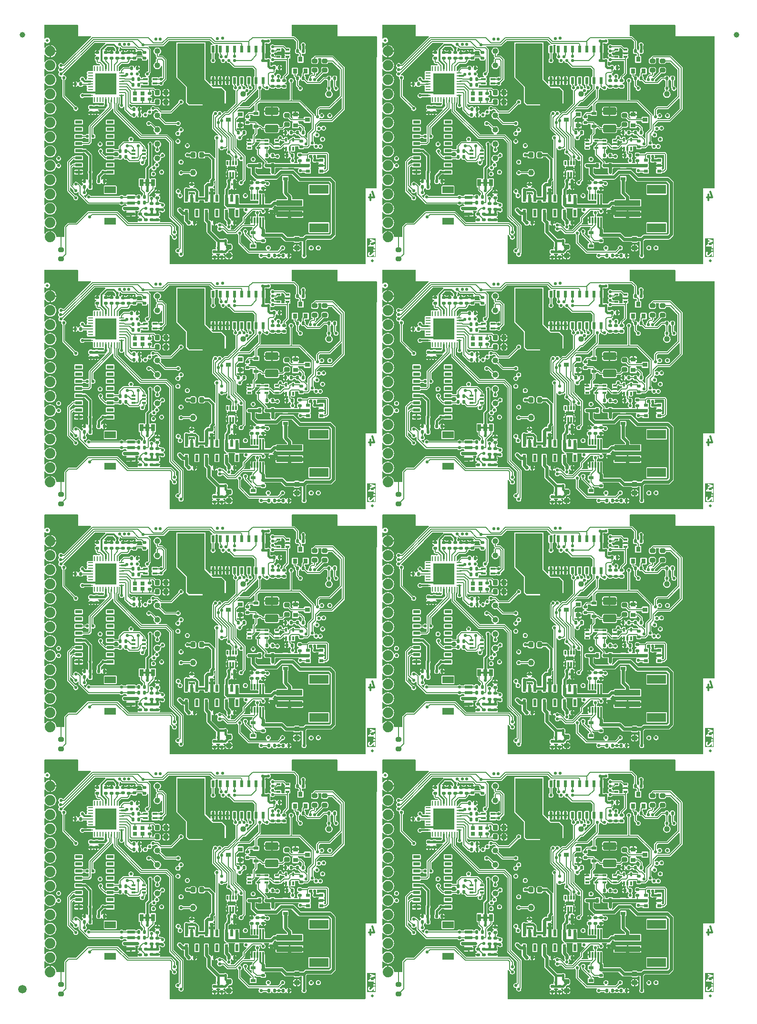
<source format=gbl>
%TF.GenerationSoftware,KiCad,Pcbnew,8.0.5*%
%TF.CreationDate,2024-10-08T14:56:37+01:00*%
%TF.ProjectId,SparkFun_RTK_Facet_mosaic_panelized,53706172-6b46-4756-9e5f-52544b5f4661,rev?*%
%TF.SameCoordinates,Original*%
%TF.FileFunction,Copper,L4,Bot*%
%TF.FilePolarity,Positive*%
%FSLAX46Y46*%
G04 Gerber Fmt 4.6, Leading zero omitted, Abs format (unit mm)*
G04 Created by KiCad (PCBNEW 8.0.5) date 2024-10-08 14:56:37*
%MOMM*%
%LPD*%
G01*
G04 APERTURE LIST*
G04 Aperture macros list*
%AMRoundRect*
0 Rectangle with rounded corners*
0 $1 Rounding radius*
0 $2 $3 $4 $5 $6 $7 $8 $9 X,Y pos of 4 corners*
0 Add a 4 corners polygon primitive as box body*
4,1,4,$2,$3,$4,$5,$6,$7,$8,$9,$2,$3,0*
0 Add four circle primitives for the rounded corners*
1,1,$1+$1,$2,$3*
1,1,$1+$1,$4,$5*
1,1,$1+$1,$6,$7*
1,1,$1+$1,$8,$9*
0 Add four rect primitives between the rounded corners*
20,1,$1+$1,$2,$3,$4,$5,0*
20,1,$1+$1,$4,$5,$6,$7,0*
20,1,$1+$1,$6,$7,$8,$9,0*
20,1,$1+$1,$8,$9,$2,$3,0*%
G04 Aperture macros list end*
%ADD10C,0.300000*%
%TA.AperFunction,NonConductor*%
%ADD11C,0.300000*%
%TD*%
%ADD12C,0.254000*%
%TA.AperFunction,EtchedComponent*%
%ADD13C,0.000000*%
%TD*%
%TA.AperFunction,ComponentPad*%
%ADD14C,1.879600*%
%TD*%
%TA.AperFunction,SMDPad,CuDef*%
%ADD15RoundRect,0.140000X-0.170000X0.140000X-0.170000X-0.140000X0.170000X-0.140000X0.170000X0.140000X0*%
%TD*%
%TA.AperFunction,SMDPad,CuDef*%
%ADD16C,1.000000*%
%TD*%
%TA.AperFunction,SMDPad,CuDef*%
%ADD17RoundRect,0.140000X0.170000X-0.140000X0.170000X0.140000X-0.170000X0.140000X-0.170000X-0.140000X0*%
%TD*%
%TA.AperFunction,SMDPad,CuDef*%
%ADD18RoundRect,0.140000X-0.140000X-0.170000X0.140000X-0.170000X0.140000X0.170000X-0.140000X0.170000X0*%
%TD*%
%TA.AperFunction,SMDPad,CuDef*%
%ADD19RoundRect,0.135000X0.135000X0.185000X-0.135000X0.185000X-0.135000X-0.185000X0.135000X-0.185000X0*%
%TD*%
%TA.AperFunction,SMDPad,CuDef*%
%ADD20R,0.660400X1.270000*%
%TD*%
%TA.AperFunction,SMDPad,CuDef*%
%ADD21RoundRect,0.508000X0.000010X0.000010X-0.000010X0.000010X-0.000010X-0.000010X0.000010X-0.000010X0*%
%TD*%
%TA.AperFunction,SMDPad,CuDef*%
%ADD22R,0.300000X1.000000*%
%TD*%
%TA.AperFunction,SMDPad,CuDef*%
%ADD23RoundRect,0.135000X-0.135000X-0.185000X0.135000X-0.185000X0.135000X0.185000X-0.135000X0.185000X0*%
%TD*%
%TA.AperFunction,SMDPad,CuDef*%
%ADD24RoundRect,0.200000X-0.275000X0.200000X-0.275000X-0.200000X0.275000X-0.200000X0.275000X0.200000X0*%
%TD*%
%TA.AperFunction,SMDPad,CuDef*%
%ADD25RoundRect,0.135000X-0.185000X0.135000X-0.185000X-0.135000X0.185000X-0.135000X0.185000X0.135000X0*%
%TD*%
%TA.AperFunction,SMDPad,CuDef*%
%ADD26RoundRect,0.135000X0.185000X-0.135000X0.185000X0.135000X-0.185000X0.135000X-0.185000X-0.135000X0*%
%TD*%
%TA.AperFunction,SMDPad,CuDef*%
%ADD27RoundRect,0.225000X-0.225000X-0.250000X0.225000X-0.250000X0.225000X0.250000X-0.225000X0.250000X0*%
%TD*%
%TA.AperFunction,SMDPad,CuDef*%
%ADD28R,0.900000X0.800000*%
%TD*%
%TA.AperFunction,SMDPad,CuDef*%
%ADD29R,0.830000X0.630000*%
%TD*%
%TA.AperFunction,SMDPad,CuDef*%
%ADD30RoundRect,0.225000X-0.250000X0.225000X-0.250000X-0.225000X0.250000X-0.225000X0.250000X0.225000X0*%
%TD*%
%TA.AperFunction,SMDPad,CuDef*%
%ADD31R,0.800000X0.900000*%
%TD*%
%TA.AperFunction,SMDPad,CuDef*%
%ADD32R,0.660000X0.300000*%
%TD*%
%TA.AperFunction,SMDPad,CuDef*%
%ADD33R,0.550000X1.200000*%
%TD*%
%TA.AperFunction,SMDPad,CuDef*%
%ADD34C,0.500000*%
%TD*%
%TA.AperFunction,SMDPad,CuDef*%
%ADD35RoundRect,0.140000X0.140000X0.170000X-0.140000X0.170000X-0.140000X-0.170000X0.140000X-0.170000X0*%
%TD*%
%TA.AperFunction,SMDPad,CuDef*%
%ADD36R,0.600000X1.200000*%
%TD*%
%TA.AperFunction,SMDPad,CuDef*%
%ADD37RoundRect,0.225000X0.225000X0.250000X-0.225000X0.250000X-0.225000X-0.250000X0.225000X-0.250000X0*%
%TD*%
%TA.AperFunction,SMDPad,CuDef*%
%ADD38R,1.200000X0.600000*%
%TD*%
%TA.AperFunction,SMDPad,CuDef*%
%ADD39R,0.300000X0.700000*%
%TD*%
%TA.AperFunction,SMDPad,CuDef*%
%ADD40R,1.350000X0.600000*%
%TD*%
%TA.AperFunction,SMDPad,CuDef*%
%ADD41R,2.000000X1.200000*%
%TD*%
%TA.AperFunction,SMDPad,CuDef*%
%ADD42RoundRect,0.200000X0.275000X-0.200000X0.275000X0.200000X-0.275000X0.200000X-0.275000X-0.200000X0*%
%TD*%
%TA.AperFunction,SMDPad,CuDef*%
%ADD43R,0.750000X0.700000*%
%TD*%
%TA.AperFunction,SMDPad,CuDef*%
%ADD44R,0.900000X0.400000*%
%TD*%
%TA.AperFunction,SMDPad,CuDef*%
%ADD45RoundRect,0.250000X0.925000X-0.412500X0.925000X0.412500X-0.925000X0.412500X-0.925000X-0.412500X0*%
%TD*%
%TA.AperFunction,SMDPad,CuDef*%
%ADD46R,0.800000X0.550000*%
%TD*%
%TA.AperFunction,SMDPad,CuDef*%
%ADD47R,0.700000X0.300000*%
%TD*%
%TA.AperFunction,SMDPad,CuDef*%
%ADD48R,0.630000X0.830000*%
%TD*%
%TA.AperFunction,SMDPad,CuDef*%
%ADD49R,0.280000X0.900000*%
%TD*%
%TA.AperFunction,SMDPad,CuDef*%
%ADD50R,0.900000X0.280000*%
%TD*%
%TA.AperFunction,SMDPad,CuDef*%
%ADD51R,3.700000X3.700000*%
%TD*%
%TA.AperFunction,SMDPad,CuDef*%
%ADD52R,1.380000X0.800000*%
%TD*%
%TA.AperFunction,SMDPad,CuDef*%
%ADD53R,4.600000X1.000000*%
%TD*%
%TA.AperFunction,SMDPad,CuDef*%
%ADD54R,3.400000X1.600000*%
%TD*%
%TA.AperFunction,SMDPad,CuDef*%
%ADD55C,1.500000*%
%TD*%
%TA.AperFunction,ViaPad*%
%ADD56C,0.560000*%
%TD*%
%TA.AperFunction,Conductor*%
%ADD57C,0.304800*%
%TD*%
%TA.AperFunction,Conductor*%
%ADD58C,0.558800*%
%TD*%
%TA.AperFunction,Conductor*%
%ADD59C,0.406400*%
%TD*%
%TA.AperFunction,Conductor*%
%ADD60C,0.177800*%
%TD*%
G04 APERTURE END LIST*
D10*
D11*
X58156939Y12629172D02*
X58156939Y11629172D01*
X58514081Y13200600D02*
X58871224Y12129172D01*
X58871224Y12129172D02*
X57942653Y12129172D01*
D12*
G36*
X59130812Y132017952D02*
G01*
X57606812Y132017952D01*
X57606812Y132707381D01*
X57733812Y132707381D01*
X57733812Y132465476D01*
X57736252Y132440700D01*
X57737998Y132436484D01*
X57738322Y132431931D01*
X57747220Y132408680D01*
X57795601Y132311918D01*
X57802314Y132301254D01*
X57803597Y132298156D01*
X57806458Y132294670D01*
X57808863Y132290849D01*
X57811396Y132288652D01*
X57819390Y132278911D01*
X57867771Y132230530D01*
X57877511Y132222537D01*
X57879709Y132220003D01*
X57883529Y132217599D01*
X57887016Y132214737D01*
X57890113Y132213455D01*
X57900778Y132206741D01*
X57997540Y132158360D01*
X58020791Y132149462D01*
X58025343Y132149139D01*
X58029560Y132147392D01*
X58054336Y132144952D01*
X58151098Y132144952D01*
X58163636Y132146187D01*
X58166983Y132145949D01*
X58171384Y132146950D01*
X58175874Y132147392D01*
X58178971Y132148675D01*
X58191259Y132151469D01*
X58336402Y132199850D01*
X58359135Y132210000D01*
X58362583Y132212991D01*
X58366799Y132214737D01*
X58386044Y132230531D01*
X58749812Y132594299D01*
X58749812Y132271952D01*
X58752252Y132247176D01*
X58771215Y132201395D01*
X58806255Y132166355D01*
X58852036Y132147392D01*
X58901588Y132147392D01*
X58947369Y132166355D01*
X58982409Y132201395D01*
X59001372Y132247176D01*
X59003812Y132271952D01*
X59003812Y132900905D01*
X59001372Y132925681D01*
X58982409Y132971462D01*
X58947369Y133006502D01*
X58920552Y133017610D01*
X58901589Y133025465D01*
X58852035Y133025465D01*
X58833072Y133017610D01*
X58806255Y133006502D01*
X58806254Y133006501D01*
X58787009Y132990707D01*
X58227638Y132431336D01*
X58130488Y132398952D01*
X58084316Y132398952D01*
X58032806Y132424707D01*
X58013567Y132443946D01*
X57987812Y132495456D01*
X57987812Y132677401D01*
X58013567Y132728911D01*
X58047377Y132762721D01*
X58063170Y132781966D01*
X58082134Y132827747D01*
X58082134Y132877301D01*
X58063170Y132923082D01*
X58028132Y132958120D01*
X57982351Y132977084D01*
X57932797Y132977084D01*
X57887016Y132958120D01*
X57867771Y132942327D01*
X57819390Y132893946D01*
X57811396Y132884206D01*
X57808863Y132882008D01*
X57806458Y132878188D01*
X57803597Y132874701D01*
X57802314Y132871604D01*
X57795601Y132860939D01*
X57747220Y132764177D01*
X57738322Y132740926D01*
X57737998Y132736374D01*
X57736252Y132732157D01*
X57733812Y132707381D01*
X57606812Y132707381D01*
X57606812Y133312730D01*
X58655491Y133312730D01*
X58655491Y133263176D01*
X58662386Y133246531D01*
X58674454Y133217396D01*
X58674455Y133217395D01*
X58690248Y133198150D01*
X58738629Y133149769D01*
X58757873Y133133977D01*
X58757875Y133133975D01*
X58784692Y133122868D01*
X58803655Y133115012D01*
X58803656Y133115012D01*
X58853209Y133115012D01*
X58880027Y133126121D01*
X58898991Y133133976D01*
X58918235Y133149770D01*
X58966615Y133198151D01*
X58982404Y133217391D01*
X58982408Y133217394D01*
X59001371Y133263175D01*
X59001370Y133263175D01*
X59001372Y133263177D01*
X59001372Y133265777D01*
X59001372Y133312729D01*
X58982409Y133358510D01*
X58982408Y133358511D01*
X58982408Y133358512D01*
X58982404Y133358516D01*
X58966615Y133377755D01*
X58918235Y133426136D01*
X58898991Y133441930D01*
X58880027Y133449786D01*
X58853209Y133460894D01*
X58803655Y133460894D01*
X58784692Y133453039D01*
X58757875Y133441931D01*
X58757874Y133441930D01*
X58738629Y133426137D01*
X58690248Y133377756D01*
X58674456Y133358512D01*
X58674454Y133358510D01*
X58663346Y133331693D01*
X58655491Y133312730D01*
X57606812Y133312730D01*
X57606812Y134013799D01*
X57733812Y134013799D01*
X57736252Y134001466D01*
X57736252Y133988891D01*
X57741014Y133977394D01*
X57743429Y133965188D01*
X57750403Y133954727D01*
X57755215Y133943110D01*
X57764013Y133934312D01*
X57770915Y133923959D01*
X57781363Y133916962D01*
X57790255Y133908070D01*
X57801749Y133903309D01*
X57812088Y133896385D01*
X57824418Y133893919D01*
X57836036Y133889107D01*
X57860551Y133886693D01*
X57860680Y133886667D01*
X57860723Y133886676D01*
X57860812Y133886667D01*
X58749812Y133886667D01*
X58749812Y133723381D01*
X58752252Y133698605D01*
X58771215Y133652824D01*
X58806255Y133617784D01*
X58852036Y133598821D01*
X58901588Y133598821D01*
X58947369Y133617784D01*
X58982409Y133652824D01*
X59001372Y133698605D01*
X59003812Y133723381D01*
X59003812Y134303953D01*
X59001372Y134328729D01*
X58982409Y134374510D01*
X58947369Y134409550D01*
X58901588Y134428513D01*
X58852036Y134428513D01*
X58806255Y134409550D01*
X58771215Y134374510D01*
X58752252Y134328729D01*
X58749812Y134303953D01*
X58749812Y134140667D01*
X58210186Y134140667D01*
X58216309Y134150395D01*
X58264690Y134247157D01*
X58273588Y134270408D01*
X58277101Y134319837D01*
X58261430Y134366848D01*
X58228963Y134404283D01*
X58184643Y134426443D01*
X58135214Y134429956D01*
X58088203Y134414285D01*
X58050768Y134381818D01*
X58037506Y134360749D01*
X57998342Y134282422D01*
X57925041Y134209122D01*
X57790365Y134119337D01*
X57790297Y134119282D01*
X57790255Y134119264D01*
X57790160Y134119170D01*
X57771104Y134103564D01*
X57764106Y134093116D01*
X57755215Y134084224D01*
X57750453Y134072730D01*
X57743530Y134062391D01*
X57741063Y134050061D01*
X57736252Y134038443D01*
X57736252Y134026000D01*
X57733812Y134013799D01*
X57606812Y134013799D01*
X57606812Y135144991D01*
X58073843Y135144991D01*
X58076303Y135095499D01*
X58097516Y135050715D01*
X58134252Y135017459D01*
X58156764Y135006828D01*
X58499214Y134884524D01*
X58156764Y134762220D01*
X58134252Y134751589D01*
X58097516Y134718333D01*
X58076303Y134673549D01*
X58073843Y134624057D01*
X58090509Y134577392D01*
X58123765Y134540656D01*
X58168549Y134519443D01*
X58218041Y134516983D01*
X58242194Y134523018D01*
X58919526Y134764923D01*
X58942038Y134775554D01*
X58946762Y134779832D01*
X58952526Y134782561D01*
X58965002Y134796344D01*
X58978774Y134808810D01*
X58981502Y134814570D01*
X58985782Y134819297D01*
X58992033Y134836802D01*
X58999988Y134853594D01*
X59000304Y134859961D01*
X59002448Y134865963D01*
X59001525Y134884524D01*
X59002448Y134903085D01*
X59000304Y134909088D01*
X58999988Y134915454D01*
X58992033Y134932247D01*
X58985782Y134949751D01*
X58981502Y134954479D01*
X58978774Y134960238D01*
X58965002Y134972705D01*
X58952526Y134986487D01*
X58946762Y134989217D01*
X58942038Y134993494D01*
X58919526Y135004125D01*
X58242194Y135246030D01*
X58218041Y135252065D01*
X58168549Y135249605D01*
X58123765Y135228392D01*
X58090509Y135191656D01*
X58073843Y135144991D01*
X57606812Y135144991D01*
X57606812Y135379065D01*
X59130812Y135379065D01*
X59130812Y132017952D01*
G37*
G36*
X119130812Y45017952D02*
G01*
X117606812Y45017952D01*
X117606812Y45707381D01*
X117733812Y45707381D01*
X117733812Y45465476D01*
X117736252Y45440700D01*
X117737998Y45436484D01*
X117738322Y45431931D01*
X117747220Y45408680D01*
X117795601Y45311918D01*
X117802314Y45301254D01*
X117803597Y45298156D01*
X117806458Y45294670D01*
X117808863Y45290849D01*
X117811396Y45288652D01*
X117819390Y45278911D01*
X117867771Y45230530D01*
X117877511Y45222537D01*
X117879709Y45220003D01*
X117883529Y45217599D01*
X117887016Y45214737D01*
X117890113Y45213455D01*
X117900778Y45206741D01*
X117997540Y45158360D01*
X118020791Y45149462D01*
X118025343Y45149139D01*
X118029560Y45147392D01*
X118054336Y45144952D01*
X118151098Y45144952D01*
X118163636Y45146187D01*
X118166983Y45145949D01*
X118171384Y45146950D01*
X118175874Y45147392D01*
X118178971Y45148675D01*
X118191259Y45151469D01*
X118336402Y45199850D01*
X118359135Y45210000D01*
X118362583Y45212991D01*
X118366799Y45214737D01*
X118386044Y45230531D01*
X118749812Y45594299D01*
X118749812Y45271952D01*
X118752252Y45247176D01*
X118771215Y45201395D01*
X118806255Y45166355D01*
X118852036Y45147392D01*
X118901588Y45147392D01*
X118947369Y45166355D01*
X118982409Y45201395D01*
X119001372Y45247176D01*
X119003812Y45271952D01*
X119003812Y45900905D01*
X119001372Y45925681D01*
X118982409Y45971462D01*
X118947369Y46006502D01*
X118920552Y46017610D01*
X118901589Y46025465D01*
X118852035Y46025465D01*
X118833072Y46017610D01*
X118806255Y46006502D01*
X118806254Y46006501D01*
X118787009Y45990707D01*
X118227638Y45431336D01*
X118130488Y45398952D01*
X118084316Y45398952D01*
X118032806Y45424707D01*
X118013567Y45443946D01*
X117987812Y45495456D01*
X117987812Y45677401D01*
X118013567Y45728911D01*
X118047377Y45762721D01*
X118063170Y45781966D01*
X118082134Y45827747D01*
X118082134Y45877301D01*
X118063170Y45923082D01*
X118028132Y45958120D01*
X117982351Y45977084D01*
X117932797Y45977084D01*
X117887016Y45958120D01*
X117867771Y45942327D01*
X117819390Y45893946D01*
X117811396Y45884206D01*
X117808863Y45882008D01*
X117806458Y45878188D01*
X117803597Y45874701D01*
X117802314Y45871604D01*
X117795601Y45860939D01*
X117747220Y45764177D01*
X117738322Y45740926D01*
X117737998Y45736374D01*
X117736252Y45732157D01*
X117733812Y45707381D01*
X117606812Y45707381D01*
X117606812Y46312730D01*
X118655491Y46312730D01*
X118655491Y46263176D01*
X118662386Y46246531D01*
X118674454Y46217396D01*
X118674455Y46217395D01*
X118690248Y46198150D01*
X118738629Y46149769D01*
X118757873Y46133977D01*
X118757875Y46133975D01*
X118784692Y46122868D01*
X118803655Y46115012D01*
X118803656Y46115012D01*
X118853209Y46115012D01*
X118880027Y46126121D01*
X118898991Y46133976D01*
X118918235Y46149770D01*
X118966615Y46198151D01*
X118982404Y46217391D01*
X118982408Y46217394D01*
X119001371Y46263175D01*
X119001370Y46263175D01*
X119001372Y46263177D01*
X119001372Y46265777D01*
X119001372Y46312729D01*
X118982409Y46358510D01*
X118982408Y46358511D01*
X118982408Y46358512D01*
X118982404Y46358516D01*
X118966615Y46377755D01*
X118918235Y46426136D01*
X118898991Y46441930D01*
X118880027Y46449786D01*
X118853209Y46460894D01*
X118803655Y46460894D01*
X118784692Y46453039D01*
X118757875Y46441931D01*
X118757874Y46441930D01*
X118738629Y46426137D01*
X118690248Y46377756D01*
X118674456Y46358512D01*
X118674454Y46358510D01*
X118663346Y46331693D01*
X118655491Y46312730D01*
X117606812Y46312730D01*
X117606812Y47013799D01*
X117733812Y47013799D01*
X117736252Y47001466D01*
X117736252Y46988891D01*
X117741014Y46977394D01*
X117743429Y46965188D01*
X117750403Y46954727D01*
X117755215Y46943110D01*
X117764013Y46934312D01*
X117770915Y46923959D01*
X117781363Y46916962D01*
X117790255Y46908070D01*
X117801749Y46903309D01*
X117812088Y46896385D01*
X117824418Y46893919D01*
X117836036Y46889107D01*
X117860551Y46886693D01*
X117860680Y46886667D01*
X117860723Y46886676D01*
X117860812Y46886667D01*
X118749812Y46886667D01*
X118749812Y46723381D01*
X118752252Y46698605D01*
X118771215Y46652824D01*
X118806255Y46617784D01*
X118852036Y46598821D01*
X118901588Y46598821D01*
X118947369Y46617784D01*
X118982409Y46652824D01*
X119001372Y46698605D01*
X119003812Y46723381D01*
X119003812Y47303953D01*
X119001372Y47328729D01*
X118982409Y47374510D01*
X118947369Y47409550D01*
X118901588Y47428513D01*
X118852036Y47428513D01*
X118806255Y47409550D01*
X118771215Y47374510D01*
X118752252Y47328729D01*
X118749812Y47303953D01*
X118749812Y47140667D01*
X118210186Y47140667D01*
X118216309Y47150395D01*
X118264690Y47247157D01*
X118273588Y47270408D01*
X118277101Y47319837D01*
X118261430Y47366848D01*
X118228963Y47404283D01*
X118184643Y47426443D01*
X118135214Y47429956D01*
X118088203Y47414285D01*
X118050768Y47381818D01*
X118037506Y47360749D01*
X117998342Y47282422D01*
X117925041Y47209122D01*
X117790365Y47119337D01*
X117790297Y47119282D01*
X117790255Y47119264D01*
X117790160Y47119170D01*
X117771104Y47103564D01*
X117764106Y47093116D01*
X117755215Y47084224D01*
X117750453Y47072730D01*
X117743530Y47062391D01*
X117741063Y47050061D01*
X117736252Y47038443D01*
X117736252Y47026000D01*
X117733812Y47013799D01*
X117606812Y47013799D01*
X117606812Y48144991D01*
X118073843Y48144991D01*
X118076303Y48095499D01*
X118097516Y48050715D01*
X118134252Y48017459D01*
X118156764Y48006828D01*
X118499214Y47884524D01*
X118156764Y47762220D01*
X118134252Y47751589D01*
X118097516Y47718333D01*
X118076303Y47673549D01*
X118073843Y47624057D01*
X118090509Y47577392D01*
X118123765Y47540656D01*
X118168549Y47519443D01*
X118218041Y47516983D01*
X118242194Y47523018D01*
X118919526Y47764923D01*
X118942038Y47775554D01*
X118946762Y47779832D01*
X118952526Y47782561D01*
X118965002Y47796344D01*
X118978774Y47808810D01*
X118981502Y47814570D01*
X118985782Y47819297D01*
X118992033Y47836802D01*
X118999988Y47853594D01*
X119000304Y47859961D01*
X119002448Y47865963D01*
X119001525Y47884524D01*
X119002448Y47903085D01*
X119000304Y47909088D01*
X118999988Y47915454D01*
X118992033Y47932247D01*
X118985782Y47949751D01*
X118981502Y47954479D01*
X118978774Y47960238D01*
X118965002Y47972705D01*
X118952526Y47986487D01*
X118946762Y47989217D01*
X118942038Y47993494D01*
X118919526Y48004125D01*
X118242194Y48246030D01*
X118218041Y48252065D01*
X118168549Y48249605D01*
X118123765Y48228392D01*
X118090509Y48191656D01*
X118073843Y48144991D01*
X117606812Y48144991D01*
X117606812Y48379065D01*
X119130812Y48379065D01*
X119130812Y45017952D01*
G37*
D10*
D11*
X58156939Y56129172D02*
X58156939Y55129172D01*
X58514081Y56700600D02*
X58871224Y55629172D01*
X58871224Y55629172D02*
X57942653Y55629172D01*
D12*
G36*
X59130812Y1517952D02*
G01*
X57606812Y1517952D01*
X57606812Y2207381D01*
X57733812Y2207381D01*
X57733812Y1965476D01*
X57736252Y1940700D01*
X57737998Y1936484D01*
X57738322Y1931931D01*
X57747220Y1908680D01*
X57795601Y1811918D01*
X57802314Y1801254D01*
X57803597Y1798156D01*
X57806458Y1794670D01*
X57808863Y1790849D01*
X57811396Y1788652D01*
X57819390Y1778911D01*
X57867771Y1730530D01*
X57877511Y1722537D01*
X57879709Y1720003D01*
X57883529Y1717599D01*
X57887016Y1714737D01*
X57890113Y1713455D01*
X57900778Y1706741D01*
X57997540Y1658360D01*
X58020791Y1649462D01*
X58025343Y1649139D01*
X58029560Y1647392D01*
X58054336Y1644952D01*
X58151098Y1644952D01*
X58163636Y1646187D01*
X58166983Y1645949D01*
X58171384Y1646950D01*
X58175874Y1647392D01*
X58178971Y1648675D01*
X58191259Y1651469D01*
X58336402Y1699850D01*
X58359135Y1710000D01*
X58362583Y1712991D01*
X58366799Y1714737D01*
X58386044Y1730531D01*
X58749812Y2094299D01*
X58749812Y1771952D01*
X58752252Y1747176D01*
X58771215Y1701395D01*
X58806255Y1666355D01*
X58852036Y1647392D01*
X58901588Y1647392D01*
X58947369Y1666355D01*
X58982409Y1701395D01*
X59001372Y1747176D01*
X59003812Y1771952D01*
X59003812Y2400905D01*
X59001372Y2425681D01*
X58982409Y2471462D01*
X58947369Y2506502D01*
X58920552Y2517610D01*
X58901589Y2525465D01*
X58852035Y2525465D01*
X58833072Y2517610D01*
X58806255Y2506502D01*
X58806254Y2506501D01*
X58787009Y2490707D01*
X58227638Y1931336D01*
X58130488Y1898952D01*
X58084316Y1898952D01*
X58032806Y1924707D01*
X58013567Y1943946D01*
X57987812Y1995456D01*
X57987812Y2177401D01*
X58013567Y2228911D01*
X58047377Y2262721D01*
X58063170Y2281966D01*
X58082134Y2327747D01*
X58082134Y2377301D01*
X58063170Y2423082D01*
X58028132Y2458120D01*
X57982351Y2477084D01*
X57932797Y2477084D01*
X57887016Y2458120D01*
X57867771Y2442327D01*
X57819390Y2393946D01*
X57811396Y2384206D01*
X57808863Y2382008D01*
X57806458Y2378188D01*
X57803597Y2374701D01*
X57802314Y2371604D01*
X57795601Y2360939D01*
X57747220Y2264177D01*
X57738322Y2240926D01*
X57737998Y2236374D01*
X57736252Y2232157D01*
X57733812Y2207381D01*
X57606812Y2207381D01*
X57606812Y2812730D01*
X58655491Y2812730D01*
X58655491Y2763176D01*
X58662386Y2746531D01*
X58674454Y2717396D01*
X58674455Y2717395D01*
X58690248Y2698150D01*
X58738629Y2649769D01*
X58757873Y2633977D01*
X58757875Y2633975D01*
X58784692Y2622868D01*
X58803655Y2615012D01*
X58803656Y2615012D01*
X58853209Y2615012D01*
X58880027Y2626121D01*
X58898991Y2633976D01*
X58918235Y2649770D01*
X58966615Y2698151D01*
X58982404Y2717391D01*
X58982408Y2717394D01*
X59001371Y2763175D01*
X59001370Y2763175D01*
X59001372Y2763177D01*
X59001372Y2765777D01*
X59001372Y2812729D01*
X58982409Y2858510D01*
X58982408Y2858511D01*
X58982408Y2858512D01*
X58982404Y2858516D01*
X58966615Y2877755D01*
X58918235Y2926136D01*
X58898991Y2941930D01*
X58880027Y2949786D01*
X58853209Y2960894D01*
X58803655Y2960894D01*
X58784692Y2953039D01*
X58757875Y2941931D01*
X58757874Y2941930D01*
X58738629Y2926137D01*
X58690248Y2877756D01*
X58674456Y2858512D01*
X58674454Y2858510D01*
X58663346Y2831693D01*
X58655491Y2812730D01*
X57606812Y2812730D01*
X57606812Y3513799D01*
X57733812Y3513799D01*
X57736252Y3501466D01*
X57736252Y3488891D01*
X57741014Y3477394D01*
X57743429Y3465188D01*
X57750403Y3454727D01*
X57755215Y3443110D01*
X57764013Y3434312D01*
X57770915Y3423959D01*
X57781363Y3416962D01*
X57790255Y3408070D01*
X57801749Y3403309D01*
X57812088Y3396385D01*
X57824418Y3393919D01*
X57836036Y3389107D01*
X57860551Y3386693D01*
X57860680Y3386667D01*
X57860723Y3386676D01*
X57860812Y3386667D01*
X58749812Y3386667D01*
X58749812Y3223381D01*
X58752252Y3198605D01*
X58771215Y3152824D01*
X58806255Y3117784D01*
X58852036Y3098821D01*
X58901588Y3098821D01*
X58947369Y3117784D01*
X58982409Y3152824D01*
X59001372Y3198605D01*
X59003812Y3223381D01*
X59003812Y3803953D01*
X59001372Y3828729D01*
X58982409Y3874510D01*
X58947369Y3909550D01*
X58901588Y3928513D01*
X58852036Y3928513D01*
X58806255Y3909550D01*
X58771215Y3874510D01*
X58752252Y3828729D01*
X58749812Y3803953D01*
X58749812Y3640667D01*
X58210186Y3640667D01*
X58216309Y3650395D01*
X58264690Y3747157D01*
X58273588Y3770408D01*
X58277101Y3819837D01*
X58261430Y3866848D01*
X58228963Y3904283D01*
X58184643Y3926443D01*
X58135214Y3929956D01*
X58088203Y3914285D01*
X58050768Y3881818D01*
X58037506Y3860749D01*
X57998342Y3782422D01*
X57925041Y3709122D01*
X57790365Y3619337D01*
X57790297Y3619282D01*
X57790255Y3619264D01*
X57790160Y3619170D01*
X57771104Y3603564D01*
X57764106Y3593116D01*
X57755215Y3584224D01*
X57750453Y3572730D01*
X57743530Y3562391D01*
X57741063Y3550061D01*
X57736252Y3538443D01*
X57736252Y3526000D01*
X57733812Y3513799D01*
X57606812Y3513799D01*
X57606812Y4644991D01*
X58073843Y4644991D01*
X58076303Y4595499D01*
X58097516Y4550715D01*
X58134252Y4517459D01*
X58156764Y4506828D01*
X58499214Y4384524D01*
X58156764Y4262220D01*
X58134252Y4251589D01*
X58097516Y4218333D01*
X58076303Y4173549D01*
X58073843Y4124057D01*
X58090509Y4077392D01*
X58123765Y4040656D01*
X58168549Y4019443D01*
X58218041Y4016983D01*
X58242194Y4023018D01*
X58919526Y4264923D01*
X58942038Y4275554D01*
X58946762Y4279832D01*
X58952526Y4282561D01*
X58965002Y4296344D01*
X58978774Y4308810D01*
X58981502Y4314570D01*
X58985782Y4319297D01*
X58992033Y4336802D01*
X58999988Y4353594D01*
X59000304Y4359961D01*
X59002448Y4365963D01*
X59001525Y4384524D01*
X59002448Y4403085D01*
X59000304Y4409088D01*
X58999988Y4415454D01*
X58992033Y4432247D01*
X58985782Y4449751D01*
X58981502Y4454479D01*
X58978774Y4460238D01*
X58965002Y4472705D01*
X58952526Y4486487D01*
X58946762Y4489217D01*
X58942038Y4493494D01*
X58919526Y4504125D01*
X58242194Y4746030D01*
X58218041Y4752065D01*
X58168549Y4749605D01*
X58123765Y4728392D01*
X58090509Y4691656D01*
X58073843Y4644991D01*
X57606812Y4644991D01*
X57606812Y4879065D01*
X59130812Y4879065D01*
X59130812Y1517952D01*
G37*
D10*
D11*
X58156939Y143129172D02*
X58156939Y142129172D01*
X58514081Y143700600D02*
X58871224Y142629172D01*
X58871224Y142629172D02*
X57942653Y142629172D01*
D12*
G36*
X119130812Y132017952D02*
G01*
X117606812Y132017952D01*
X117606812Y132707381D01*
X117733812Y132707381D01*
X117733812Y132465476D01*
X117736252Y132440700D01*
X117737998Y132436484D01*
X117738322Y132431931D01*
X117747220Y132408680D01*
X117795601Y132311918D01*
X117802314Y132301254D01*
X117803597Y132298156D01*
X117806458Y132294670D01*
X117808863Y132290849D01*
X117811396Y132288652D01*
X117819390Y132278911D01*
X117867771Y132230530D01*
X117877511Y132222537D01*
X117879709Y132220003D01*
X117883529Y132217599D01*
X117887016Y132214737D01*
X117890113Y132213455D01*
X117900778Y132206741D01*
X117997540Y132158360D01*
X118020791Y132149462D01*
X118025343Y132149139D01*
X118029560Y132147392D01*
X118054336Y132144952D01*
X118151098Y132144952D01*
X118163636Y132146187D01*
X118166983Y132145949D01*
X118171384Y132146950D01*
X118175874Y132147392D01*
X118178971Y132148675D01*
X118191259Y132151469D01*
X118336402Y132199850D01*
X118359135Y132210000D01*
X118362583Y132212991D01*
X118366799Y132214737D01*
X118386044Y132230531D01*
X118749812Y132594299D01*
X118749812Y132271952D01*
X118752252Y132247176D01*
X118771215Y132201395D01*
X118806255Y132166355D01*
X118852036Y132147392D01*
X118901588Y132147392D01*
X118947369Y132166355D01*
X118982409Y132201395D01*
X119001372Y132247176D01*
X119003812Y132271952D01*
X119003812Y132900905D01*
X119001372Y132925681D01*
X118982409Y132971462D01*
X118947369Y133006502D01*
X118920552Y133017610D01*
X118901589Y133025465D01*
X118852035Y133025465D01*
X118833072Y133017610D01*
X118806255Y133006502D01*
X118806254Y133006501D01*
X118787009Y132990707D01*
X118227638Y132431336D01*
X118130488Y132398952D01*
X118084316Y132398952D01*
X118032806Y132424707D01*
X118013567Y132443946D01*
X117987812Y132495456D01*
X117987812Y132677401D01*
X118013567Y132728911D01*
X118047377Y132762721D01*
X118063170Y132781966D01*
X118082134Y132827747D01*
X118082134Y132877301D01*
X118063170Y132923082D01*
X118028132Y132958120D01*
X117982351Y132977084D01*
X117932797Y132977084D01*
X117887016Y132958120D01*
X117867771Y132942327D01*
X117819390Y132893946D01*
X117811396Y132884206D01*
X117808863Y132882008D01*
X117806458Y132878188D01*
X117803597Y132874701D01*
X117802314Y132871604D01*
X117795601Y132860939D01*
X117747220Y132764177D01*
X117738322Y132740926D01*
X117737998Y132736374D01*
X117736252Y132732157D01*
X117733812Y132707381D01*
X117606812Y132707381D01*
X117606812Y133312730D01*
X118655491Y133312730D01*
X118655491Y133263176D01*
X118662386Y133246531D01*
X118674454Y133217396D01*
X118674455Y133217395D01*
X118690248Y133198150D01*
X118738629Y133149769D01*
X118757873Y133133977D01*
X118757875Y133133975D01*
X118784692Y133122868D01*
X118803655Y133115012D01*
X118803656Y133115012D01*
X118853209Y133115012D01*
X118880027Y133126121D01*
X118898991Y133133976D01*
X118918235Y133149770D01*
X118966615Y133198151D01*
X118982404Y133217391D01*
X118982408Y133217394D01*
X119001371Y133263175D01*
X119001370Y133263175D01*
X119001372Y133263177D01*
X119001372Y133265777D01*
X119001372Y133312729D01*
X118982409Y133358510D01*
X118982408Y133358511D01*
X118982408Y133358512D01*
X118982404Y133358516D01*
X118966615Y133377755D01*
X118918235Y133426136D01*
X118898991Y133441930D01*
X118880027Y133449786D01*
X118853209Y133460894D01*
X118803655Y133460894D01*
X118784692Y133453039D01*
X118757875Y133441931D01*
X118757874Y133441930D01*
X118738629Y133426137D01*
X118690248Y133377756D01*
X118674456Y133358512D01*
X118674454Y133358510D01*
X118663346Y133331693D01*
X118655491Y133312730D01*
X117606812Y133312730D01*
X117606812Y134013799D01*
X117733812Y134013799D01*
X117736252Y134001466D01*
X117736252Y133988891D01*
X117741014Y133977394D01*
X117743429Y133965188D01*
X117750403Y133954727D01*
X117755215Y133943110D01*
X117764013Y133934312D01*
X117770915Y133923959D01*
X117781363Y133916962D01*
X117790255Y133908070D01*
X117801749Y133903309D01*
X117812088Y133896385D01*
X117824418Y133893919D01*
X117836036Y133889107D01*
X117860551Y133886693D01*
X117860680Y133886667D01*
X117860723Y133886676D01*
X117860812Y133886667D01*
X118749812Y133886667D01*
X118749812Y133723381D01*
X118752252Y133698605D01*
X118771215Y133652824D01*
X118806255Y133617784D01*
X118852036Y133598821D01*
X118901588Y133598821D01*
X118947369Y133617784D01*
X118982409Y133652824D01*
X119001372Y133698605D01*
X119003812Y133723381D01*
X119003812Y134303953D01*
X119001372Y134328729D01*
X118982409Y134374510D01*
X118947369Y134409550D01*
X118901588Y134428513D01*
X118852036Y134428513D01*
X118806255Y134409550D01*
X118771215Y134374510D01*
X118752252Y134328729D01*
X118749812Y134303953D01*
X118749812Y134140667D01*
X118210186Y134140667D01*
X118216309Y134150395D01*
X118264690Y134247157D01*
X118273588Y134270408D01*
X118277101Y134319837D01*
X118261430Y134366848D01*
X118228963Y134404283D01*
X118184643Y134426443D01*
X118135214Y134429956D01*
X118088203Y134414285D01*
X118050768Y134381818D01*
X118037506Y134360749D01*
X117998342Y134282422D01*
X117925041Y134209122D01*
X117790365Y134119337D01*
X117790297Y134119282D01*
X117790255Y134119264D01*
X117790160Y134119170D01*
X117771104Y134103564D01*
X117764106Y134093116D01*
X117755215Y134084224D01*
X117750453Y134072730D01*
X117743530Y134062391D01*
X117741063Y134050061D01*
X117736252Y134038443D01*
X117736252Y134026000D01*
X117733812Y134013799D01*
X117606812Y134013799D01*
X117606812Y135144991D01*
X118073843Y135144991D01*
X118076303Y135095499D01*
X118097516Y135050715D01*
X118134252Y135017459D01*
X118156764Y135006828D01*
X118499214Y134884524D01*
X118156764Y134762220D01*
X118134252Y134751589D01*
X118097516Y134718333D01*
X118076303Y134673549D01*
X118073843Y134624057D01*
X118090509Y134577392D01*
X118123765Y134540656D01*
X118168549Y134519443D01*
X118218041Y134516983D01*
X118242194Y134523018D01*
X118919526Y134764923D01*
X118942038Y134775554D01*
X118946762Y134779832D01*
X118952526Y134782561D01*
X118965002Y134796344D01*
X118978774Y134808810D01*
X118981502Y134814570D01*
X118985782Y134819297D01*
X118992033Y134836802D01*
X118999988Y134853594D01*
X119000304Y134859961D01*
X119002448Y134865963D01*
X119001525Y134884524D01*
X119002448Y134903085D01*
X119000304Y134909088D01*
X118999988Y134915454D01*
X118992033Y134932247D01*
X118985782Y134949751D01*
X118981502Y134954479D01*
X118978774Y134960238D01*
X118965002Y134972705D01*
X118952526Y134986487D01*
X118946762Y134989217D01*
X118942038Y134993494D01*
X118919526Y135004125D01*
X118242194Y135246030D01*
X118218041Y135252065D01*
X118168549Y135249605D01*
X118123765Y135228392D01*
X118090509Y135191656D01*
X118073843Y135144991D01*
X117606812Y135144991D01*
X117606812Y135379065D01*
X119130812Y135379065D01*
X119130812Y132017952D01*
G37*
G36*
X59130812Y45017952D02*
G01*
X57606812Y45017952D01*
X57606812Y45707381D01*
X57733812Y45707381D01*
X57733812Y45465476D01*
X57736252Y45440700D01*
X57737998Y45436484D01*
X57738322Y45431931D01*
X57747220Y45408680D01*
X57795601Y45311918D01*
X57802314Y45301254D01*
X57803597Y45298156D01*
X57806458Y45294670D01*
X57808863Y45290849D01*
X57811396Y45288652D01*
X57819390Y45278911D01*
X57867771Y45230530D01*
X57877511Y45222537D01*
X57879709Y45220003D01*
X57883529Y45217599D01*
X57887016Y45214737D01*
X57890113Y45213455D01*
X57900778Y45206741D01*
X57997540Y45158360D01*
X58020791Y45149462D01*
X58025343Y45149139D01*
X58029560Y45147392D01*
X58054336Y45144952D01*
X58151098Y45144952D01*
X58163636Y45146187D01*
X58166983Y45145949D01*
X58171384Y45146950D01*
X58175874Y45147392D01*
X58178971Y45148675D01*
X58191259Y45151469D01*
X58336402Y45199850D01*
X58359135Y45210000D01*
X58362583Y45212991D01*
X58366799Y45214737D01*
X58386044Y45230531D01*
X58749812Y45594299D01*
X58749812Y45271952D01*
X58752252Y45247176D01*
X58771215Y45201395D01*
X58806255Y45166355D01*
X58852036Y45147392D01*
X58901588Y45147392D01*
X58947369Y45166355D01*
X58982409Y45201395D01*
X59001372Y45247176D01*
X59003812Y45271952D01*
X59003812Y45900905D01*
X59001372Y45925681D01*
X58982409Y45971462D01*
X58947369Y46006502D01*
X58920552Y46017610D01*
X58901589Y46025465D01*
X58852035Y46025465D01*
X58833072Y46017610D01*
X58806255Y46006502D01*
X58806254Y46006501D01*
X58787009Y45990707D01*
X58227638Y45431336D01*
X58130488Y45398952D01*
X58084316Y45398952D01*
X58032806Y45424707D01*
X58013567Y45443946D01*
X57987812Y45495456D01*
X57987812Y45677401D01*
X58013567Y45728911D01*
X58047377Y45762721D01*
X58063170Y45781966D01*
X58082134Y45827747D01*
X58082134Y45877301D01*
X58063170Y45923082D01*
X58028132Y45958120D01*
X57982351Y45977084D01*
X57932797Y45977084D01*
X57887016Y45958120D01*
X57867771Y45942327D01*
X57819390Y45893946D01*
X57811396Y45884206D01*
X57808863Y45882008D01*
X57806458Y45878188D01*
X57803597Y45874701D01*
X57802314Y45871604D01*
X57795601Y45860939D01*
X57747220Y45764177D01*
X57738322Y45740926D01*
X57737998Y45736374D01*
X57736252Y45732157D01*
X57733812Y45707381D01*
X57606812Y45707381D01*
X57606812Y46312730D01*
X58655491Y46312730D01*
X58655491Y46263176D01*
X58662386Y46246531D01*
X58674454Y46217396D01*
X58674455Y46217395D01*
X58690248Y46198150D01*
X58738629Y46149769D01*
X58757873Y46133977D01*
X58757875Y46133975D01*
X58784692Y46122868D01*
X58803655Y46115012D01*
X58803656Y46115012D01*
X58853209Y46115012D01*
X58880027Y46126121D01*
X58898991Y46133976D01*
X58918235Y46149770D01*
X58966615Y46198151D01*
X58982404Y46217391D01*
X58982408Y46217394D01*
X59001371Y46263175D01*
X59001370Y46263175D01*
X59001372Y46263177D01*
X59001372Y46265777D01*
X59001372Y46312729D01*
X58982409Y46358510D01*
X58982408Y46358511D01*
X58982408Y46358512D01*
X58982404Y46358516D01*
X58966615Y46377755D01*
X58918235Y46426136D01*
X58898991Y46441930D01*
X58880027Y46449786D01*
X58853209Y46460894D01*
X58803655Y46460894D01*
X58784692Y46453039D01*
X58757875Y46441931D01*
X58757874Y46441930D01*
X58738629Y46426137D01*
X58690248Y46377756D01*
X58674456Y46358512D01*
X58674454Y46358510D01*
X58663346Y46331693D01*
X58655491Y46312730D01*
X57606812Y46312730D01*
X57606812Y47013799D01*
X57733812Y47013799D01*
X57736252Y47001466D01*
X57736252Y46988891D01*
X57741014Y46977394D01*
X57743429Y46965188D01*
X57750403Y46954727D01*
X57755215Y46943110D01*
X57764013Y46934312D01*
X57770915Y46923959D01*
X57781363Y46916962D01*
X57790255Y46908070D01*
X57801749Y46903309D01*
X57812088Y46896385D01*
X57824418Y46893919D01*
X57836036Y46889107D01*
X57860551Y46886693D01*
X57860680Y46886667D01*
X57860723Y46886676D01*
X57860812Y46886667D01*
X58749812Y46886667D01*
X58749812Y46723381D01*
X58752252Y46698605D01*
X58771215Y46652824D01*
X58806255Y46617784D01*
X58852036Y46598821D01*
X58901588Y46598821D01*
X58947369Y46617784D01*
X58982409Y46652824D01*
X59001372Y46698605D01*
X59003812Y46723381D01*
X59003812Y47303953D01*
X59001372Y47328729D01*
X58982409Y47374510D01*
X58947369Y47409550D01*
X58901588Y47428513D01*
X58852036Y47428513D01*
X58806255Y47409550D01*
X58771215Y47374510D01*
X58752252Y47328729D01*
X58749812Y47303953D01*
X58749812Y47140667D01*
X58210186Y47140667D01*
X58216309Y47150395D01*
X58264690Y47247157D01*
X58273588Y47270408D01*
X58277101Y47319837D01*
X58261430Y47366848D01*
X58228963Y47404283D01*
X58184643Y47426443D01*
X58135214Y47429956D01*
X58088203Y47414285D01*
X58050768Y47381818D01*
X58037506Y47360749D01*
X57998342Y47282422D01*
X57925041Y47209122D01*
X57790365Y47119337D01*
X57790297Y47119282D01*
X57790255Y47119264D01*
X57790160Y47119170D01*
X57771104Y47103564D01*
X57764106Y47093116D01*
X57755215Y47084224D01*
X57750453Y47072730D01*
X57743530Y47062391D01*
X57741063Y47050061D01*
X57736252Y47038443D01*
X57736252Y47026000D01*
X57733812Y47013799D01*
X57606812Y47013799D01*
X57606812Y48144991D01*
X58073843Y48144991D01*
X58076303Y48095499D01*
X58097516Y48050715D01*
X58134252Y48017459D01*
X58156764Y48006828D01*
X58499214Y47884524D01*
X58156764Y47762220D01*
X58134252Y47751589D01*
X58097516Y47718333D01*
X58076303Y47673549D01*
X58073843Y47624057D01*
X58090509Y47577392D01*
X58123765Y47540656D01*
X58168549Y47519443D01*
X58218041Y47516983D01*
X58242194Y47523018D01*
X58919526Y47764923D01*
X58942038Y47775554D01*
X58946762Y47779832D01*
X58952526Y47782561D01*
X58965002Y47796344D01*
X58978774Y47808810D01*
X58981502Y47814570D01*
X58985782Y47819297D01*
X58992033Y47836802D01*
X58999988Y47853594D01*
X59000304Y47859961D01*
X59002448Y47865963D01*
X59001525Y47884524D01*
X59002448Y47903085D01*
X59000304Y47909088D01*
X58999988Y47915454D01*
X58992033Y47932247D01*
X58985782Y47949751D01*
X58981502Y47954479D01*
X58978774Y47960238D01*
X58965002Y47972705D01*
X58952526Y47986487D01*
X58946762Y47989217D01*
X58942038Y47993494D01*
X58919526Y48004125D01*
X58242194Y48246030D01*
X58218041Y48252065D01*
X58168549Y48249605D01*
X58123765Y48228392D01*
X58090509Y48191656D01*
X58073843Y48144991D01*
X57606812Y48144991D01*
X57606812Y48379065D01*
X59130812Y48379065D01*
X59130812Y45017952D01*
G37*
D10*
D11*
X118156939Y143129172D02*
X118156939Y142129172D01*
X118514081Y143700600D02*
X118871224Y142629172D01*
X118871224Y142629172D02*
X117942653Y142629172D01*
D12*
G36*
X119130812Y1517952D02*
G01*
X117606812Y1517952D01*
X117606812Y2207381D01*
X117733812Y2207381D01*
X117733812Y1965476D01*
X117736252Y1940700D01*
X117737998Y1936484D01*
X117738322Y1931931D01*
X117747220Y1908680D01*
X117795601Y1811918D01*
X117802314Y1801254D01*
X117803597Y1798156D01*
X117806458Y1794670D01*
X117808863Y1790849D01*
X117811396Y1788652D01*
X117819390Y1778911D01*
X117867771Y1730530D01*
X117877511Y1722537D01*
X117879709Y1720003D01*
X117883529Y1717599D01*
X117887016Y1714737D01*
X117890113Y1713455D01*
X117900778Y1706741D01*
X117997540Y1658360D01*
X118020791Y1649462D01*
X118025343Y1649139D01*
X118029560Y1647392D01*
X118054336Y1644952D01*
X118151098Y1644952D01*
X118163636Y1646187D01*
X118166983Y1645949D01*
X118171384Y1646950D01*
X118175874Y1647392D01*
X118178971Y1648675D01*
X118191259Y1651469D01*
X118336402Y1699850D01*
X118359135Y1710000D01*
X118362583Y1712991D01*
X118366799Y1714737D01*
X118386044Y1730531D01*
X118749812Y2094299D01*
X118749812Y1771952D01*
X118752252Y1747176D01*
X118771215Y1701395D01*
X118806255Y1666355D01*
X118852036Y1647392D01*
X118901588Y1647392D01*
X118947369Y1666355D01*
X118982409Y1701395D01*
X119001372Y1747176D01*
X119003812Y1771952D01*
X119003812Y2400905D01*
X119001372Y2425681D01*
X118982409Y2471462D01*
X118947369Y2506502D01*
X118920552Y2517610D01*
X118901589Y2525465D01*
X118852035Y2525465D01*
X118833072Y2517610D01*
X118806255Y2506502D01*
X118806254Y2506501D01*
X118787009Y2490707D01*
X118227638Y1931336D01*
X118130488Y1898952D01*
X118084316Y1898952D01*
X118032806Y1924707D01*
X118013567Y1943946D01*
X117987812Y1995456D01*
X117987812Y2177401D01*
X118013567Y2228911D01*
X118047377Y2262721D01*
X118063170Y2281966D01*
X118082134Y2327747D01*
X118082134Y2377301D01*
X118063170Y2423082D01*
X118028132Y2458120D01*
X117982351Y2477084D01*
X117932797Y2477084D01*
X117887016Y2458120D01*
X117867771Y2442327D01*
X117819390Y2393946D01*
X117811396Y2384206D01*
X117808863Y2382008D01*
X117806458Y2378188D01*
X117803597Y2374701D01*
X117802314Y2371604D01*
X117795601Y2360939D01*
X117747220Y2264177D01*
X117738322Y2240926D01*
X117737998Y2236374D01*
X117736252Y2232157D01*
X117733812Y2207381D01*
X117606812Y2207381D01*
X117606812Y2812730D01*
X118655491Y2812730D01*
X118655491Y2763176D01*
X118662386Y2746531D01*
X118674454Y2717396D01*
X118674455Y2717395D01*
X118690248Y2698150D01*
X118738629Y2649769D01*
X118757873Y2633977D01*
X118757875Y2633975D01*
X118784692Y2622868D01*
X118803655Y2615012D01*
X118803656Y2615012D01*
X118853209Y2615012D01*
X118880027Y2626121D01*
X118898991Y2633976D01*
X118918235Y2649770D01*
X118966615Y2698151D01*
X118982404Y2717391D01*
X118982408Y2717394D01*
X119001371Y2763175D01*
X119001370Y2763175D01*
X119001372Y2763177D01*
X119001372Y2765777D01*
X119001372Y2812729D01*
X118982409Y2858510D01*
X118982408Y2858511D01*
X118982408Y2858512D01*
X118982404Y2858516D01*
X118966615Y2877755D01*
X118918235Y2926136D01*
X118898991Y2941930D01*
X118880027Y2949786D01*
X118853209Y2960894D01*
X118803655Y2960894D01*
X118784692Y2953039D01*
X118757875Y2941931D01*
X118757874Y2941930D01*
X118738629Y2926137D01*
X118690248Y2877756D01*
X118674456Y2858512D01*
X118674454Y2858510D01*
X118663346Y2831693D01*
X118655491Y2812730D01*
X117606812Y2812730D01*
X117606812Y3513799D01*
X117733812Y3513799D01*
X117736252Y3501466D01*
X117736252Y3488891D01*
X117741014Y3477394D01*
X117743429Y3465188D01*
X117750403Y3454727D01*
X117755215Y3443110D01*
X117764013Y3434312D01*
X117770915Y3423959D01*
X117781363Y3416962D01*
X117790255Y3408070D01*
X117801749Y3403309D01*
X117812088Y3396385D01*
X117824418Y3393919D01*
X117836036Y3389107D01*
X117860551Y3386693D01*
X117860680Y3386667D01*
X117860723Y3386676D01*
X117860812Y3386667D01*
X118749812Y3386667D01*
X118749812Y3223381D01*
X118752252Y3198605D01*
X118771215Y3152824D01*
X118806255Y3117784D01*
X118852036Y3098821D01*
X118901588Y3098821D01*
X118947369Y3117784D01*
X118982409Y3152824D01*
X119001372Y3198605D01*
X119003812Y3223381D01*
X119003812Y3803953D01*
X119001372Y3828729D01*
X118982409Y3874510D01*
X118947369Y3909550D01*
X118901588Y3928513D01*
X118852036Y3928513D01*
X118806255Y3909550D01*
X118771215Y3874510D01*
X118752252Y3828729D01*
X118749812Y3803953D01*
X118749812Y3640667D01*
X118210186Y3640667D01*
X118216309Y3650395D01*
X118264690Y3747157D01*
X118273588Y3770408D01*
X118277101Y3819837D01*
X118261430Y3866848D01*
X118228963Y3904283D01*
X118184643Y3926443D01*
X118135214Y3929956D01*
X118088203Y3914285D01*
X118050768Y3881818D01*
X118037506Y3860749D01*
X117998342Y3782422D01*
X117925041Y3709122D01*
X117790365Y3619337D01*
X117790297Y3619282D01*
X117790255Y3619264D01*
X117790160Y3619170D01*
X117771104Y3603564D01*
X117764106Y3593116D01*
X117755215Y3584224D01*
X117750453Y3572730D01*
X117743530Y3562391D01*
X117741063Y3550061D01*
X117736252Y3538443D01*
X117736252Y3526000D01*
X117733812Y3513799D01*
X117606812Y3513799D01*
X117606812Y4644991D01*
X118073843Y4644991D01*
X118076303Y4595499D01*
X118097516Y4550715D01*
X118134252Y4517459D01*
X118156764Y4506828D01*
X118499214Y4384524D01*
X118156764Y4262220D01*
X118134252Y4251589D01*
X118097516Y4218333D01*
X118076303Y4173549D01*
X118073843Y4124057D01*
X118090509Y4077392D01*
X118123765Y4040656D01*
X118168549Y4019443D01*
X118218041Y4016983D01*
X118242194Y4023018D01*
X118919526Y4264923D01*
X118942038Y4275554D01*
X118946762Y4279832D01*
X118952526Y4282561D01*
X118965002Y4296344D01*
X118978774Y4308810D01*
X118981502Y4314570D01*
X118985782Y4319297D01*
X118992033Y4336802D01*
X118999988Y4353594D01*
X119000304Y4359961D01*
X119002448Y4365963D01*
X119001525Y4384524D01*
X119002448Y4403085D01*
X119000304Y4409088D01*
X118999988Y4415454D01*
X118992033Y4432247D01*
X118985782Y4449751D01*
X118981502Y4454479D01*
X118978774Y4460238D01*
X118965002Y4472705D01*
X118952526Y4486487D01*
X118946762Y4489217D01*
X118942038Y4493494D01*
X118919526Y4504125D01*
X118242194Y4746030D01*
X118218041Y4752065D01*
X118168549Y4749605D01*
X118123765Y4728392D01*
X118090509Y4691656D01*
X118073843Y4644991D01*
X117606812Y4644991D01*
X117606812Y4879065D01*
X119130812Y4879065D01*
X119130812Y1517952D01*
G37*
D10*
D11*
X58156939Y99629172D02*
X58156939Y98629172D01*
X58514081Y100200600D02*
X58871224Y99129172D01*
X58871224Y99129172D02*
X57942653Y99129172D01*
D10*
D11*
X118156939Y99629172D02*
X118156939Y98629172D01*
X118514081Y100200600D02*
X118871224Y99129172D01*
X118871224Y99129172D02*
X117942653Y99129172D01*
D12*
G36*
X119130812Y88517952D02*
G01*
X117606812Y88517952D01*
X117606812Y89207381D01*
X117733812Y89207381D01*
X117733812Y88965476D01*
X117736252Y88940700D01*
X117737998Y88936484D01*
X117738322Y88931931D01*
X117747220Y88908680D01*
X117795601Y88811918D01*
X117802314Y88801254D01*
X117803597Y88798156D01*
X117806458Y88794670D01*
X117808863Y88790849D01*
X117811396Y88788652D01*
X117819390Y88778911D01*
X117867771Y88730530D01*
X117877511Y88722537D01*
X117879709Y88720003D01*
X117883529Y88717599D01*
X117887016Y88714737D01*
X117890113Y88713455D01*
X117900778Y88706741D01*
X117997540Y88658360D01*
X118020791Y88649462D01*
X118025343Y88649139D01*
X118029560Y88647392D01*
X118054336Y88644952D01*
X118151098Y88644952D01*
X118163636Y88646187D01*
X118166983Y88645949D01*
X118171384Y88646950D01*
X118175874Y88647392D01*
X118178971Y88648675D01*
X118191259Y88651469D01*
X118336402Y88699850D01*
X118359135Y88710000D01*
X118362583Y88712991D01*
X118366799Y88714737D01*
X118386044Y88730531D01*
X118749812Y89094299D01*
X118749812Y88771952D01*
X118752252Y88747176D01*
X118771215Y88701395D01*
X118806255Y88666355D01*
X118852036Y88647392D01*
X118901588Y88647392D01*
X118947369Y88666355D01*
X118982409Y88701395D01*
X119001372Y88747176D01*
X119003812Y88771952D01*
X119003812Y89400905D01*
X119001372Y89425681D01*
X118982409Y89471462D01*
X118947369Y89506502D01*
X118920552Y89517610D01*
X118901589Y89525465D01*
X118852035Y89525465D01*
X118833072Y89517610D01*
X118806255Y89506502D01*
X118806254Y89506501D01*
X118787009Y89490707D01*
X118227638Y88931336D01*
X118130488Y88898952D01*
X118084316Y88898952D01*
X118032806Y88924707D01*
X118013567Y88943946D01*
X117987812Y88995456D01*
X117987812Y89177401D01*
X118013567Y89228911D01*
X118047377Y89262721D01*
X118063170Y89281966D01*
X118082134Y89327747D01*
X118082134Y89377301D01*
X118063170Y89423082D01*
X118028132Y89458120D01*
X117982351Y89477084D01*
X117932797Y89477084D01*
X117887016Y89458120D01*
X117867771Y89442327D01*
X117819390Y89393946D01*
X117811396Y89384206D01*
X117808863Y89382008D01*
X117806458Y89378188D01*
X117803597Y89374701D01*
X117802314Y89371604D01*
X117795601Y89360939D01*
X117747220Y89264177D01*
X117738322Y89240926D01*
X117737998Y89236374D01*
X117736252Y89232157D01*
X117733812Y89207381D01*
X117606812Y89207381D01*
X117606812Y89812730D01*
X118655491Y89812730D01*
X118655491Y89763176D01*
X118662386Y89746531D01*
X118674454Y89717396D01*
X118674455Y89717395D01*
X118690248Y89698150D01*
X118738629Y89649769D01*
X118757873Y89633977D01*
X118757875Y89633975D01*
X118784692Y89622868D01*
X118803655Y89615012D01*
X118803656Y89615012D01*
X118853209Y89615012D01*
X118880027Y89626121D01*
X118898991Y89633976D01*
X118918235Y89649770D01*
X118966615Y89698151D01*
X118982404Y89717391D01*
X118982408Y89717394D01*
X119001371Y89763175D01*
X119001370Y89763175D01*
X119001372Y89763177D01*
X119001372Y89765777D01*
X119001372Y89812729D01*
X118982409Y89858510D01*
X118982408Y89858511D01*
X118982408Y89858512D01*
X118982404Y89858516D01*
X118966615Y89877755D01*
X118918235Y89926136D01*
X118898991Y89941930D01*
X118880027Y89949786D01*
X118853209Y89960894D01*
X118803655Y89960894D01*
X118784692Y89953039D01*
X118757875Y89941931D01*
X118757874Y89941930D01*
X118738629Y89926137D01*
X118690248Y89877756D01*
X118674456Y89858512D01*
X118674454Y89858510D01*
X118663346Y89831693D01*
X118655491Y89812730D01*
X117606812Y89812730D01*
X117606812Y90513799D01*
X117733812Y90513799D01*
X117736252Y90501466D01*
X117736252Y90488891D01*
X117741014Y90477394D01*
X117743429Y90465188D01*
X117750403Y90454727D01*
X117755215Y90443110D01*
X117764013Y90434312D01*
X117770915Y90423959D01*
X117781363Y90416962D01*
X117790255Y90408070D01*
X117801749Y90403309D01*
X117812088Y90396385D01*
X117824418Y90393919D01*
X117836036Y90389107D01*
X117860551Y90386693D01*
X117860680Y90386667D01*
X117860723Y90386676D01*
X117860812Y90386667D01*
X118749812Y90386667D01*
X118749812Y90223381D01*
X118752252Y90198605D01*
X118771215Y90152824D01*
X118806255Y90117784D01*
X118852036Y90098821D01*
X118901588Y90098821D01*
X118947369Y90117784D01*
X118982409Y90152824D01*
X119001372Y90198605D01*
X119003812Y90223381D01*
X119003812Y90803953D01*
X119001372Y90828729D01*
X118982409Y90874510D01*
X118947369Y90909550D01*
X118901588Y90928513D01*
X118852036Y90928513D01*
X118806255Y90909550D01*
X118771215Y90874510D01*
X118752252Y90828729D01*
X118749812Y90803953D01*
X118749812Y90640667D01*
X118210186Y90640667D01*
X118216309Y90650395D01*
X118264690Y90747157D01*
X118273588Y90770408D01*
X118277101Y90819837D01*
X118261430Y90866848D01*
X118228963Y90904283D01*
X118184643Y90926443D01*
X118135214Y90929956D01*
X118088203Y90914285D01*
X118050768Y90881818D01*
X118037506Y90860749D01*
X117998342Y90782422D01*
X117925041Y90709122D01*
X117790365Y90619337D01*
X117790297Y90619282D01*
X117790255Y90619264D01*
X117790160Y90619170D01*
X117771104Y90603564D01*
X117764106Y90593116D01*
X117755215Y90584224D01*
X117750453Y90572730D01*
X117743530Y90562391D01*
X117741063Y90550061D01*
X117736252Y90538443D01*
X117736252Y90526000D01*
X117733812Y90513799D01*
X117606812Y90513799D01*
X117606812Y91644991D01*
X118073843Y91644991D01*
X118076303Y91595499D01*
X118097516Y91550715D01*
X118134252Y91517459D01*
X118156764Y91506828D01*
X118499214Y91384524D01*
X118156764Y91262220D01*
X118134252Y91251589D01*
X118097516Y91218333D01*
X118076303Y91173549D01*
X118073843Y91124057D01*
X118090509Y91077392D01*
X118123765Y91040656D01*
X118168549Y91019443D01*
X118218041Y91016983D01*
X118242194Y91023018D01*
X118919526Y91264923D01*
X118942038Y91275554D01*
X118946762Y91279832D01*
X118952526Y91282561D01*
X118965002Y91296344D01*
X118978774Y91308810D01*
X118981502Y91314570D01*
X118985782Y91319297D01*
X118992033Y91336802D01*
X118999988Y91353594D01*
X119000304Y91359961D01*
X119002448Y91365963D01*
X119001525Y91384524D01*
X119002448Y91403085D01*
X119000304Y91409088D01*
X118999988Y91415454D01*
X118992033Y91432247D01*
X118985782Y91449751D01*
X118981502Y91454479D01*
X118978774Y91460238D01*
X118965002Y91472705D01*
X118952526Y91486487D01*
X118946762Y91489217D01*
X118942038Y91493494D01*
X118919526Y91504125D01*
X118242194Y91746030D01*
X118218041Y91752065D01*
X118168549Y91749605D01*
X118123765Y91728392D01*
X118090509Y91691656D01*
X118073843Y91644991D01*
X117606812Y91644991D01*
X117606812Y91879065D01*
X119130812Y91879065D01*
X119130812Y88517952D01*
G37*
G36*
X59130812Y88517952D02*
G01*
X57606812Y88517952D01*
X57606812Y89207381D01*
X57733812Y89207381D01*
X57733812Y88965476D01*
X57736252Y88940700D01*
X57737998Y88936484D01*
X57738322Y88931931D01*
X57747220Y88908680D01*
X57795601Y88811918D01*
X57802314Y88801254D01*
X57803597Y88798156D01*
X57806458Y88794670D01*
X57808863Y88790849D01*
X57811396Y88788652D01*
X57819390Y88778911D01*
X57867771Y88730530D01*
X57877511Y88722537D01*
X57879709Y88720003D01*
X57883529Y88717599D01*
X57887016Y88714737D01*
X57890113Y88713455D01*
X57900778Y88706741D01*
X57997540Y88658360D01*
X58020791Y88649462D01*
X58025343Y88649139D01*
X58029560Y88647392D01*
X58054336Y88644952D01*
X58151098Y88644952D01*
X58163636Y88646187D01*
X58166983Y88645949D01*
X58171384Y88646950D01*
X58175874Y88647392D01*
X58178971Y88648675D01*
X58191259Y88651469D01*
X58336402Y88699850D01*
X58359135Y88710000D01*
X58362583Y88712991D01*
X58366799Y88714737D01*
X58386044Y88730531D01*
X58749812Y89094299D01*
X58749812Y88771952D01*
X58752252Y88747176D01*
X58771215Y88701395D01*
X58806255Y88666355D01*
X58852036Y88647392D01*
X58901588Y88647392D01*
X58947369Y88666355D01*
X58982409Y88701395D01*
X59001372Y88747176D01*
X59003812Y88771952D01*
X59003812Y89400905D01*
X59001372Y89425681D01*
X58982409Y89471462D01*
X58947369Y89506502D01*
X58920552Y89517610D01*
X58901589Y89525465D01*
X58852035Y89525465D01*
X58833072Y89517610D01*
X58806255Y89506502D01*
X58806254Y89506501D01*
X58787009Y89490707D01*
X58227638Y88931336D01*
X58130488Y88898952D01*
X58084316Y88898952D01*
X58032806Y88924707D01*
X58013567Y88943946D01*
X57987812Y88995456D01*
X57987812Y89177401D01*
X58013567Y89228911D01*
X58047377Y89262721D01*
X58063170Y89281966D01*
X58082134Y89327747D01*
X58082134Y89377301D01*
X58063170Y89423082D01*
X58028132Y89458120D01*
X57982351Y89477084D01*
X57932797Y89477084D01*
X57887016Y89458120D01*
X57867771Y89442327D01*
X57819390Y89393946D01*
X57811396Y89384206D01*
X57808863Y89382008D01*
X57806458Y89378188D01*
X57803597Y89374701D01*
X57802314Y89371604D01*
X57795601Y89360939D01*
X57747220Y89264177D01*
X57738322Y89240926D01*
X57737998Y89236374D01*
X57736252Y89232157D01*
X57733812Y89207381D01*
X57606812Y89207381D01*
X57606812Y89812730D01*
X58655491Y89812730D01*
X58655491Y89763176D01*
X58662386Y89746531D01*
X58674454Y89717396D01*
X58674455Y89717395D01*
X58690248Y89698150D01*
X58738629Y89649769D01*
X58757873Y89633977D01*
X58757875Y89633975D01*
X58784692Y89622868D01*
X58803655Y89615012D01*
X58803656Y89615012D01*
X58853209Y89615012D01*
X58880027Y89626121D01*
X58898991Y89633976D01*
X58918235Y89649770D01*
X58966615Y89698151D01*
X58982404Y89717391D01*
X58982408Y89717394D01*
X59001371Y89763175D01*
X59001370Y89763175D01*
X59001372Y89763177D01*
X59001372Y89765777D01*
X59001372Y89812729D01*
X58982409Y89858510D01*
X58982408Y89858511D01*
X58982408Y89858512D01*
X58982404Y89858516D01*
X58966615Y89877755D01*
X58918235Y89926136D01*
X58898991Y89941930D01*
X58880027Y89949786D01*
X58853209Y89960894D01*
X58803655Y89960894D01*
X58784692Y89953039D01*
X58757875Y89941931D01*
X58757874Y89941930D01*
X58738629Y89926137D01*
X58690248Y89877756D01*
X58674456Y89858512D01*
X58674454Y89858510D01*
X58663346Y89831693D01*
X58655491Y89812730D01*
X57606812Y89812730D01*
X57606812Y90513799D01*
X57733812Y90513799D01*
X57736252Y90501466D01*
X57736252Y90488891D01*
X57741014Y90477394D01*
X57743429Y90465188D01*
X57750403Y90454727D01*
X57755215Y90443110D01*
X57764013Y90434312D01*
X57770915Y90423959D01*
X57781363Y90416962D01*
X57790255Y90408070D01*
X57801749Y90403309D01*
X57812088Y90396385D01*
X57824418Y90393919D01*
X57836036Y90389107D01*
X57860551Y90386693D01*
X57860680Y90386667D01*
X57860723Y90386676D01*
X57860812Y90386667D01*
X58749812Y90386667D01*
X58749812Y90223381D01*
X58752252Y90198605D01*
X58771215Y90152824D01*
X58806255Y90117784D01*
X58852036Y90098821D01*
X58901588Y90098821D01*
X58947369Y90117784D01*
X58982409Y90152824D01*
X59001372Y90198605D01*
X59003812Y90223381D01*
X59003812Y90803953D01*
X59001372Y90828729D01*
X58982409Y90874510D01*
X58947369Y90909550D01*
X58901588Y90928513D01*
X58852036Y90928513D01*
X58806255Y90909550D01*
X58771215Y90874510D01*
X58752252Y90828729D01*
X58749812Y90803953D01*
X58749812Y90640667D01*
X58210186Y90640667D01*
X58216309Y90650395D01*
X58264690Y90747157D01*
X58273588Y90770408D01*
X58277101Y90819837D01*
X58261430Y90866848D01*
X58228963Y90904283D01*
X58184643Y90926443D01*
X58135214Y90929956D01*
X58088203Y90914285D01*
X58050768Y90881818D01*
X58037506Y90860749D01*
X57998342Y90782422D01*
X57925041Y90709122D01*
X57790365Y90619337D01*
X57790297Y90619282D01*
X57790255Y90619264D01*
X57790160Y90619170D01*
X57771104Y90603564D01*
X57764106Y90593116D01*
X57755215Y90584224D01*
X57750453Y90572730D01*
X57743530Y90562391D01*
X57741063Y90550061D01*
X57736252Y90538443D01*
X57736252Y90526000D01*
X57733812Y90513799D01*
X57606812Y90513799D01*
X57606812Y91644991D01*
X58073843Y91644991D01*
X58076303Y91595499D01*
X58097516Y91550715D01*
X58134252Y91517459D01*
X58156764Y91506828D01*
X58499214Y91384524D01*
X58156764Y91262220D01*
X58134252Y91251589D01*
X58097516Y91218333D01*
X58076303Y91173549D01*
X58073843Y91124057D01*
X58090509Y91077392D01*
X58123765Y91040656D01*
X58168549Y91019443D01*
X58218041Y91016983D01*
X58242194Y91023018D01*
X58919526Y91264923D01*
X58942038Y91275554D01*
X58946762Y91279832D01*
X58952526Y91282561D01*
X58965002Y91296344D01*
X58978774Y91308810D01*
X58981502Y91314570D01*
X58985782Y91319297D01*
X58992033Y91336802D01*
X58999988Y91353594D01*
X59000304Y91359961D01*
X59002448Y91365963D01*
X59001525Y91384524D01*
X59002448Y91403085D01*
X59000304Y91409088D01*
X58999988Y91415454D01*
X58992033Y91432247D01*
X58985782Y91449751D01*
X58981502Y91454479D01*
X58978774Y91460238D01*
X58965002Y91472705D01*
X58952526Y91486487D01*
X58946762Y91489217D01*
X58942038Y91493494D01*
X58919526Y91504125D01*
X58242194Y91746030D01*
X58218041Y91752065D01*
X58168549Y91749605D01*
X58123765Y91728392D01*
X58090509Y91691656D01*
X58073843Y91644991D01*
X57606812Y91644991D01*
X57606812Y91879065D01*
X59130812Y91879065D01*
X59130812Y88517952D01*
G37*
D10*
D11*
X118156939Y12629172D02*
X118156939Y11629172D01*
X118514081Y13200600D02*
X118871224Y12129172D01*
X118871224Y12129172D02*
X117942653Y12129172D01*
D10*
D11*
X118156939Y56129172D02*
X118156939Y55129172D01*
X118514081Y56700600D02*
X118871224Y55629172D01*
X118871224Y55629172D02*
X117942653Y55629172D01*
D13*
%TA.AperFunction,EtchedComponent*%
%TO.C,JP1*%
G36*
X18271300Y14582000D02*
G01*
X17771300Y14582000D01*
X17771300Y14882000D01*
X18271300Y14882000D01*
X18271300Y14582000D01*
G37*
%TD.AperFunction*%
%TA.AperFunction,EtchedComponent*%
G36*
X19304000Y14559000D02*
G01*
X18804000Y14559000D01*
X18804000Y14859000D01*
X19304000Y14859000D01*
X19304000Y14559000D01*
G37*
%TD.AperFunction*%
%TA.AperFunction,EtchedComponent*%
G36*
X18271300Y101582000D02*
G01*
X17771300Y101582000D01*
X17771300Y101882000D01*
X18271300Y101882000D01*
X18271300Y101582000D01*
G37*
%TD.AperFunction*%
%TA.AperFunction,EtchedComponent*%
G36*
X19304000Y101559000D02*
G01*
X18804000Y101559000D01*
X18804000Y101859000D01*
X19304000Y101859000D01*
X19304000Y101559000D01*
G37*
%TD.AperFunction*%
%TA.AperFunction,EtchedComponent*%
G36*
X18271300Y58082000D02*
G01*
X17771300Y58082000D01*
X17771300Y58382000D01*
X18271300Y58382000D01*
X18271300Y58082000D01*
G37*
%TD.AperFunction*%
%TA.AperFunction,EtchedComponent*%
G36*
X19304000Y58059000D02*
G01*
X18804000Y58059000D01*
X18804000Y58359000D01*
X19304000Y58359000D01*
X19304000Y58059000D01*
G37*
%TD.AperFunction*%
%TA.AperFunction,EtchedComponent*%
G36*
X18271300Y145082000D02*
G01*
X17771300Y145082000D01*
X17771300Y145382000D01*
X18271300Y145382000D01*
X18271300Y145082000D01*
G37*
%TD.AperFunction*%
%TA.AperFunction,EtchedComponent*%
G36*
X19304000Y145059000D02*
G01*
X18804000Y145059000D01*
X18804000Y145359000D01*
X19304000Y145359000D01*
X19304000Y145059000D01*
G37*
%TD.AperFunction*%
%TA.AperFunction,EtchedComponent*%
G36*
X78271300Y14582000D02*
G01*
X77771300Y14582000D01*
X77771300Y14882000D01*
X78271300Y14882000D01*
X78271300Y14582000D01*
G37*
%TD.AperFunction*%
%TA.AperFunction,EtchedComponent*%
G36*
X79304000Y14559000D02*
G01*
X78804000Y14559000D01*
X78804000Y14859000D01*
X79304000Y14859000D01*
X79304000Y14559000D01*
G37*
%TD.AperFunction*%
%TA.AperFunction,EtchedComponent*%
G36*
X78271300Y58082000D02*
G01*
X77771300Y58082000D01*
X77771300Y58382000D01*
X78271300Y58382000D01*
X78271300Y58082000D01*
G37*
%TD.AperFunction*%
%TA.AperFunction,EtchedComponent*%
G36*
X79304000Y58059000D02*
G01*
X78804000Y58059000D01*
X78804000Y58359000D01*
X79304000Y58359000D01*
X79304000Y58059000D01*
G37*
%TD.AperFunction*%
%TA.AperFunction,EtchedComponent*%
G36*
X78271300Y101582000D02*
G01*
X77771300Y101582000D01*
X77771300Y101882000D01*
X78271300Y101882000D01*
X78271300Y101582000D01*
G37*
%TD.AperFunction*%
%TA.AperFunction,EtchedComponent*%
G36*
X79304000Y101559000D02*
G01*
X78804000Y101559000D01*
X78804000Y101859000D01*
X79304000Y101859000D01*
X79304000Y101559000D01*
G37*
%TD.AperFunction*%
%TA.AperFunction,EtchedComponent*%
G36*
X78271300Y145082000D02*
G01*
X77771300Y145082000D01*
X77771300Y145382000D01*
X78271300Y145382000D01*
X78271300Y145082000D01*
G37*
%TD.AperFunction*%
%TA.AperFunction,EtchedComponent*%
G36*
X79304000Y145059000D02*
G01*
X78804000Y145059000D01*
X78804000Y145359000D01*
X79304000Y145359000D01*
X79304000Y145059000D01*
G37*
%TD.AperFunction*%
%TD*%
D14*
%TO.P,TP1,1,1*%
%TO.N,3.3V*%
X1270000Y102240000D03*
%TD*%
%TO.P,TP1,1,1*%
%TO.N,3.3V*%
X1270000Y145740000D03*
%TD*%
%TO.P,TP1,1,1*%
%TO.N,3.3V*%
X61270000Y15240000D03*
%TD*%
%TO.P,TP1,1,1*%
%TO.N,3.3V*%
X61270000Y58740000D03*
%TD*%
%TO.P,TP1,1,1*%
%TO.N,3.3V*%
X61270000Y102240000D03*
%TD*%
%TO.P,TP1,1,1*%
%TO.N,3.3V*%
X1270000Y58740000D03*
%TD*%
%TO.P,TP1,1,1*%
%TO.N,3.3V*%
X1270000Y15240000D03*
%TD*%
%TO.P,TP1,1,1*%
%TO.N,3.3V*%
X61270000Y145740000D03*
%TD*%
%TO.P,TP22,1,1*%
%TO.N,ExternalDATA_RXI*%
X61270000Y30480000D03*
%TD*%
%TO.P,TP22,1,1*%
%TO.N,ExternalDATA_RXI*%
X61270000Y160980000D03*
%TD*%
%TO.P,TP22,1,1*%
%TO.N,ExternalDATA_RXI*%
X61270000Y73980000D03*
%TD*%
%TO.P,TP22,1,1*%
%TO.N,ExternalDATA_RXI*%
X61270000Y117480000D03*
%TD*%
%TO.P,TP22,1,1*%
%TO.N,ExternalDATA_RXI*%
X1270000Y30480000D03*
%TD*%
%TO.P,TP22,1,1*%
%TO.N,ExternalDATA_RXI*%
X1270000Y73980000D03*
%TD*%
%TO.P,TP22,1,1*%
%TO.N,ExternalDATA_RXI*%
X1270000Y160980000D03*
%TD*%
%TO.P,TP22,1,1*%
%TO.N,ExternalDATA_RXI*%
X1270000Y117480000D03*
%TD*%
%TO.P,TP9,1,1*%
%TO.N,M_BACKUP*%
X61270000Y97160000D03*
%TD*%
%TO.P,TP9,1,1*%
%TO.N,M_BACKUP*%
X61270000Y140660000D03*
%TD*%
%TO.P,TP9,1,1*%
%TO.N,M_BACKUP*%
X61270000Y10160000D03*
%TD*%
%TO.P,TP9,1,1*%
%TO.N,M_BACKUP*%
X61270000Y53660000D03*
%TD*%
%TO.P,TP9,1,1*%
%TO.N,M_BACKUP*%
X1270000Y53660000D03*
%TD*%
%TO.P,TP9,1,1*%
%TO.N,M_BACKUP*%
X1270000Y97160000D03*
%TD*%
%TO.P,TP9,1,1*%
%TO.N,M_BACKUP*%
X1270000Y140660000D03*
%TD*%
%TO.P,TP9,1,1*%
%TO.N,M_BACKUP*%
X1270000Y10160000D03*
%TD*%
%TO.P,TP12,1,1*%
%TO.N,POWER_BTN*%
X1270000Y63820000D03*
%TD*%
%TO.P,TP12,1,1*%
%TO.N,POWER_BTN*%
X1270000Y107320000D03*
%TD*%
%TO.P,TP12,1,1*%
%TO.N,POWER_BTN*%
X1270000Y150820000D03*
%TD*%
%TO.P,TP12,1,1*%
%TO.N,POWER_BTN*%
X61270000Y107320000D03*
%TD*%
%TO.P,TP12,1,1*%
%TO.N,POWER_BTN*%
X61270000Y20320000D03*
%TD*%
%TO.P,TP12,1,1*%
%TO.N,POWER_BTN*%
X61270000Y150820000D03*
%TD*%
%TO.P,TP12,1,1*%
%TO.N,POWER_BTN*%
X61270000Y63820000D03*
%TD*%
%TO.P,TP12,1,1*%
%TO.N,POWER_BTN*%
X1270000Y20320000D03*
%TD*%
%TO.P,TP11,1,1*%
%TO.N,VIN*%
X61270000Y153360000D03*
%TD*%
%TO.P,TP11,1,1*%
%TO.N,VIN*%
X1270000Y109860000D03*
%TD*%
%TO.P,TP11,1,1*%
%TO.N,VIN*%
X1270000Y66360000D03*
%TD*%
%TO.P,TP11,1,1*%
%TO.N,VIN*%
X61270000Y22860000D03*
%TD*%
%TO.P,TP11,1,1*%
%TO.N,VIN*%
X1270000Y153360000D03*
%TD*%
%TO.P,TP11,1,1*%
%TO.N,VIN*%
X61270000Y66360000D03*
%TD*%
%TO.P,TP11,1,1*%
%TO.N,VIN*%
X61270000Y109860000D03*
%TD*%
%TO.P,TP11,1,1*%
%TO.N,VIN*%
X1270000Y22860000D03*
%TD*%
%TO.P,TP6,1,1*%
%TO.N,MPPS_3V3*%
X61270000Y122560000D03*
%TD*%
%TO.P,TP6,1,1*%
%TO.N,MPPS_3V3*%
X61270000Y166060000D03*
%TD*%
%TO.P,TP6,1,1*%
%TO.N,MPPS_3V3*%
X1270000Y79060000D03*
%TD*%
%TO.P,TP6,1,1*%
%TO.N,MPPS_3V3*%
X1270000Y166060000D03*
%TD*%
%TO.P,TP6,1,1*%
%TO.N,MPPS_3V3*%
X1270000Y122560000D03*
%TD*%
%TO.P,TP6,1,1*%
%TO.N,MPPS_3V3*%
X61270000Y35560000D03*
%TD*%
%TO.P,TP6,1,1*%
%TO.N,MPPS_3V3*%
X61270000Y79060000D03*
%TD*%
%TO.P,TP6,1,1*%
%TO.N,MPPS_3V3*%
X1270000Y35560000D03*
%TD*%
%TO.P,TP5,1,1*%
%TO.N,ESP~{RST}*%
X1270000Y27940000D03*
%TD*%
%TO.P,TP5,1,1*%
%TO.N,ESP~{RST}*%
X61270000Y27940000D03*
%TD*%
%TO.P,TP5,1,1*%
%TO.N,ESP~{RST}*%
X1270000Y71440000D03*
%TD*%
%TO.P,TP5,1,1*%
%TO.N,ESP~{RST}*%
X1270000Y114940000D03*
%TD*%
%TO.P,TP5,1,1*%
%TO.N,ESP~{RST}*%
X1270000Y158440000D03*
%TD*%
%TO.P,TP5,1,1*%
%TO.N,ESP~{RST}*%
X61270000Y158440000D03*
%TD*%
%TO.P,TP5,1,1*%
%TO.N,ESP~{RST}*%
X61270000Y71440000D03*
%TD*%
%TO.P,TP5,1,1*%
%TO.N,ESP~{RST}*%
X61270000Y114940000D03*
%TD*%
%TO.P,TP8,1,1*%
%TO.N,VRAW*%
X1270000Y17780000D03*
%TD*%
%TO.P,TP8,1,1*%
%TO.N,VRAW*%
X61270000Y17780000D03*
%TD*%
%TO.P,TP8,1,1*%
%TO.N,VRAW*%
X1270000Y61280000D03*
%TD*%
%TO.P,TP8,1,1*%
%TO.N,VRAW*%
X1270000Y104780000D03*
%TD*%
%TO.P,TP8,1,1*%
%TO.N,VRAW*%
X61270000Y61280000D03*
%TD*%
%TO.P,TP8,1,1*%
%TO.N,VRAW*%
X1270000Y148280000D03*
%TD*%
%TO.P,TP8,1,1*%
%TO.N,VRAW*%
X61270000Y104780000D03*
%TD*%
%TO.P,TP8,1,1*%
%TO.N,VRAW*%
X61270000Y148280000D03*
%TD*%
%TO.P,TP23,1,1*%
%TO.N,GND*%
X1270000Y48580000D03*
%TD*%
%TO.P,TP23,1,1*%
%TO.N,GND*%
X61270000Y5080000D03*
%TD*%
%TO.P,TP23,1,1*%
%TO.N,GND*%
X61270000Y92080000D03*
%TD*%
%TO.P,TP23,1,1*%
%TO.N,GND*%
X61270000Y48580000D03*
%TD*%
%TO.P,TP23,1,1*%
%TO.N,GND*%
X1270000Y92080000D03*
%TD*%
%TO.P,TP23,1,1*%
%TO.N,GND*%
X1270000Y135580000D03*
%TD*%
%TO.P,TP23,1,1*%
%TO.N,GND*%
X61270000Y135580000D03*
%TD*%
%TO.P,TP23,1,1*%
%TO.N,GND*%
X1270000Y5080000D03*
%TD*%
%TO.P,TP13,1,1*%
%TO.N,VUSB*%
X61270000Y25400000D03*
%TD*%
%TO.P,TP13,1,1*%
%TO.N,VUSB*%
X1270000Y68900000D03*
%TD*%
%TO.P,TP13,1,1*%
%TO.N,VUSB*%
X1270000Y112400000D03*
%TD*%
%TO.P,TP13,1,1*%
%TO.N,VUSB*%
X1270000Y155900000D03*
%TD*%
%TO.P,TP13,1,1*%
%TO.N,VUSB*%
X61270000Y68900000D03*
%TD*%
%TO.P,TP13,1,1*%
%TO.N,VUSB*%
X61270000Y112400000D03*
%TD*%
%TO.P,TP13,1,1*%
%TO.N,VUSB*%
X61270000Y155900000D03*
%TD*%
%TO.P,TP13,1,1*%
%TO.N,VUSB*%
X1270000Y25400000D03*
%TD*%
%TO.P,TP7,1,1*%
%TO.N,3.3V_P*%
X1270000Y56200000D03*
%TD*%
%TO.P,TP7,1,1*%
%TO.N,3.3V_P*%
X61270000Y99700000D03*
%TD*%
%TO.P,TP7,1,1*%
%TO.N,3.3V_P*%
X61270000Y56200000D03*
%TD*%
%TO.P,TP7,1,1*%
%TO.N,3.3V_P*%
X61270000Y143200000D03*
%TD*%
%TO.P,TP7,1,1*%
%TO.N,3.3V_P*%
X1270000Y143200000D03*
%TD*%
%TO.P,TP7,1,1*%
%TO.N,3.3V_P*%
X1270000Y99700000D03*
%TD*%
%TO.P,TP7,1,1*%
%TO.N,3.3V_P*%
X61270000Y12700000D03*
%TD*%
%TO.P,TP7,1,1*%
%TO.N,3.3V_P*%
X1270000Y12700000D03*
%TD*%
%TO.P,TP10,1,1*%
%TO.N,VBATT*%
X1270000Y7620000D03*
%TD*%
%TO.P,TP10,1,1*%
%TO.N,VBATT*%
X1270000Y51120000D03*
%TD*%
%TO.P,TP10,1,1*%
%TO.N,VBATT*%
X1270000Y94620000D03*
%TD*%
%TO.P,TP10,1,1*%
%TO.N,VBATT*%
X61270000Y51120000D03*
%TD*%
%TO.P,TP10,1,1*%
%TO.N,VBATT*%
X1270000Y138120000D03*
%TD*%
%TO.P,TP10,1,1*%
%TO.N,VBATT*%
X61270000Y7620000D03*
%TD*%
%TO.P,TP10,1,1*%
%TO.N,VBATT*%
X61270000Y138120000D03*
%TD*%
%TO.P,TP10,1,1*%
%TO.N,VBATT*%
X61270000Y94620000D03*
%TD*%
%TO.P,TP4,1,1*%
%TO.N,GND*%
X1270000Y38100000D03*
%TD*%
%TO.P,TP4,1,1*%
%TO.N,GND*%
X1270000Y81600000D03*
%TD*%
%TO.P,TP4,1,1*%
%TO.N,GND*%
X61270000Y81600000D03*
%TD*%
%TO.P,TP4,1,1*%
%TO.N,GND*%
X1270000Y125100000D03*
%TD*%
%TO.P,TP4,1,1*%
%TO.N,GND*%
X61270000Y38100000D03*
%TD*%
%TO.P,TP4,1,1*%
%TO.N,GND*%
X1270000Y168600000D03*
%TD*%
%TO.P,TP4,1,1*%
%TO.N,GND*%
X61270000Y125100000D03*
%TD*%
%TO.P,TP4,1,1*%
%TO.N,GND*%
X61270000Y168600000D03*
%TD*%
%TO.P,TP21,1,1*%
%TO.N,ExternalDATA_TXO*%
X1270000Y33020000D03*
%TD*%
%TO.P,TP21,1,1*%
%TO.N,ExternalDATA_TXO*%
X1270000Y120020000D03*
%TD*%
%TO.P,TP21,1,1*%
%TO.N,ExternalDATA_TXO*%
X61270000Y163520000D03*
%TD*%
%TO.P,TP21,1,1*%
%TO.N,ExternalDATA_TXO*%
X61270000Y33020000D03*
%TD*%
%TO.P,TP21,1,1*%
%TO.N,ExternalDATA_TXO*%
X1270000Y76520000D03*
%TD*%
%TO.P,TP21,1,1*%
%TO.N,ExternalDATA_TXO*%
X1270000Y163520000D03*
%TD*%
%TO.P,TP21,1,1*%
%TO.N,ExternalDATA_TXO*%
X61270000Y76520000D03*
%TD*%
%TO.P,TP21,1,1*%
%TO.N,ExternalDATA_TXO*%
X61270000Y120020000D03*
%TD*%
D15*
%TO.P,C27,1*%
%TO.N,3.3V_P*%
X30480000Y2512000D03*
%TO.P,C27,2*%
%TO.N,GND*%
X30480000Y1552000D03*
%TD*%
%TO.P,C27,1*%
%TO.N,3.3V_P*%
X90480000Y46012000D03*
%TO.P,C27,2*%
%TO.N,GND*%
X90480000Y45052000D03*
%TD*%
%TO.P,C27,1*%
%TO.N,3.3V_P*%
X30480000Y89512000D03*
%TO.P,C27,2*%
%TO.N,GND*%
X30480000Y88552000D03*
%TD*%
%TO.P,C27,1*%
%TO.N,3.3V_P*%
X90480000Y89512000D03*
%TO.P,C27,2*%
%TO.N,GND*%
X90480000Y88552000D03*
%TD*%
%TO.P,C27,1*%
%TO.N,3.3V_P*%
X30480000Y133012000D03*
%TO.P,C27,2*%
%TO.N,GND*%
X30480000Y132052000D03*
%TD*%
%TO.P,C27,1*%
%TO.N,3.3V_P*%
X90480000Y2512000D03*
%TO.P,C27,2*%
%TO.N,GND*%
X90480000Y1552000D03*
%TD*%
%TO.P,C27,1*%
%TO.N,3.3V_P*%
X30480000Y46012000D03*
%TO.P,C27,2*%
%TO.N,GND*%
X30480000Y45052000D03*
%TD*%
%TO.P,C27,1*%
%TO.N,3.3V_P*%
X90480000Y133012000D03*
%TO.P,C27,2*%
%TO.N,GND*%
X90480000Y132052000D03*
%TD*%
D16*
%TO.P,,*%
%TO.N,*%
X123175000Y171500000D03*
%TD*%
D15*
%TO.P,C1,1*%
%TO.N,3.3V*%
X19304000Y9116000D03*
%TO.P,C1,2*%
%TO.N,GND*%
X19304000Y8156000D03*
%TD*%
%TO.P,C1,1*%
%TO.N,3.3V*%
X19304000Y96116000D03*
%TO.P,C1,2*%
%TO.N,GND*%
X19304000Y95156000D03*
%TD*%
%TO.P,C1,1*%
%TO.N,3.3V*%
X79304000Y139616000D03*
%TO.P,C1,2*%
%TO.N,GND*%
X79304000Y138656000D03*
%TD*%
%TO.P,C1,1*%
%TO.N,3.3V*%
X79304000Y9116000D03*
%TO.P,C1,2*%
%TO.N,GND*%
X79304000Y8156000D03*
%TD*%
%TO.P,C1,1*%
%TO.N,3.3V*%
X19304000Y52616000D03*
%TO.P,C1,2*%
%TO.N,GND*%
X19304000Y51656000D03*
%TD*%
%TO.P,C1,1*%
%TO.N,3.3V*%
X19304000Y139616000D03*
%TO.P,C1,2*%
%TO.N,GND*%
X19304000Y138656000D03*
%TD*%
%TO.P,C1,1*%
%TO.N,3.3V*%
X79304000Y52616000D03*
%TO.P,C1,2*%
%TO.N,GND*%
X79304000Y51656000D03*
%TD*%
%TO.P,C1,1*%
%TO.N,3.3V*%
X79304000Y96116000D03*
%TO.P,C1,2*%
%TO.N,GND*%
X79304000Y95156000D03*
%TD*%
D17*
%TO.P,C8,1*%
%TO.N,ESP~{RST}*%
X20320000Y12093000D03*
%TO.P,C8,2*%
%TO.N,GND*%
X20320000Y13053000D03*
%TD*%
%TO.P,C8,1*%
%TO.N,ESP~{RST}*%
X20320000Y142593000D03*
%TO.P,C8,2*%
%TO.N,GND*%
X20320000Y143553000D03*
%TD*%
%TO.P,C8,1*%
%TO.N,ESP~{RST}*%
X20320000Y99093000D03*
%TO.P,C8,2*%
%TO.N,GND*%
X20320000Y100053000D03*
%TD*%
%TO.P,C8,1*%
%TO.N,ESP~{RST}*%
X80320000Y142593000D03*
%TO.P,C8,2*%
%TO.N,GND*%
X80320000Y143553000D03*
%TD*%
%TO.P,C8,1*%
%TO.N,ESP~{RST}*%
X80320000Y12093000D03*
%TO.P,C8,2*%
%TO.N,GND*%
X80320000Y13053000D03*
%TD*%
%TO.P,C8,1*%
%TO.N,ESP~{RST}*%
X80320000Y55593000D03*
%TO.P,C8,2*%
%TO.N,GND*%
X80320000Y56553000D03*
%TD*%
%TO.P,C8,1*%
%TO.N,ESP~{RST}*%
X80320000Y99093000D03*
%TO.P,C8,2*%
%TO.N,GND*%
X80320000Y100053000D03*
%TD*%
%TO.P,C8,1*%
%TO.N,ESP~{RST}*%
X20320000Y55593000D03*
%TO.P,C8,2*%
%TO.N,GND*%
X20320000Y56553000D03*
%TD*%
D18*
%TO.P,C23,1*%
%TO.N,3.3V*%
X25936000Y7620000D03*
%TO.P,C23,2*%
%TO.N,GND*%
X26896000Y7620000D03*
%TD*%
%TO.P,C23,1*%
%TO.N,3.3V*%
X25936000Y94620000D03*
%TO.P,C23,2*%
%TO.N,GND*%
X26896000Y94620000D03*
%TD*%
%TO.P,C23,1*%
%TO.N,3.3V*%
X25936000Y51120000D03*
%TO.P,C23,2*%
%TO.N,GND*%
X26896000Y51120000D03*
%TD*%
%TO.P,C23,1*%
%TO.N,3.3V*%
X85936000Y94620000D03*
%TO.P,C23,2*%
%TO.N,GND*%
X86896000Y94620000D03*
%TD*%
%TO.P,C23,1*%
%TO.N,3.3V*%
X85936000Y138120000D03*
%TO.P,C23,2*%
%TO.N,GND*%
X86896000Y138120000D03*
%TD*%
%TO.P,C23,1*%
%TO.N,3.3V*%
X25936000Y138120000D03*
%TO.P,C23,2*%
%TO.N,GND*%
X26896000Y138120000D03*
%TD*%
%TO.P,C23,1*%
%TO.N,3.3V*%
X85936000Y51120000D03*
%TO.P,C23,2*%
%TO.N,GND*%
X86896000Y51120000D03*
%TD*%
%TO.P,C23,1*%
%TO.N,3.3V*%
X85936000Y7620000D03*
%TO.P,C23,2*%
%TO.N,GND*%
X86896000Y7620000D03*
%TD*%
D19*
%TO.P,R2,1*%
%TO.N,Net-(Q1B-B2)*%
X14734000Y20320000D03*
%TO.P,R2,2*%
%TO.N,CH340-~{DTR}*%
X13714000Y20320000D03*
%TD*%
%TO.P,R2,1*%
%TO.N,Net-(Q1B-B2)*%
X14734000Y150820000D03*
%TO.P,R2,2*%
%TO.N,CH340-~{DTR}*%
X13714000Y150820000D03*
%TD*%
%TO.P,R2,1*%
%TO.N,Net-(Q1B-B2)*%
X14734000Y107320000D03*
%TO.P,R2,2*%
%TO.N,CH340-~{DTR}*%
X13714000Y107320000D03*
%TD*%
%TO.P,R2,1*%
%TO.N,Net-(Q1B-B2)*%
X14734000Y63820000D03*
%TO.P,R2,2*%
%TO.N,CH340-~{DTR}*%
X13714000Y63820000D03*
%TD*%
%TO.P,R2,1*%
%TO.N,Net-(Q1B-B2)*%
X74734000Y107320000D03*
%TO.P,R2,2*%
%TO.N,CH340-~{DTR}*%
X73714000Y107320000D03*
%TD*%
%TO.P,R2,1*%
%TO.N,Net-(Q1B-B2)*%
X74734000Y150820000D03*
%TO.P,R2,2*%
%TO.N,CH340-~{DTR}*%
X73714000Y150820000D03*
%TD*%
%TO.P,R2,1*%
%TO.N,Net-(Q1B-B2)*%
X74734000Y20320000D03*
%TO.P,R2,2*%
%TO.N,CH340-~{DTR}*%
X73714000Y20320000D03*
%TD*%
%TO.P,R2,1*%
%TO.N,Net-(Q1B-B2)*%
X74734000Y63820000D03*
%TO.P,R2,2*%
%TO.N,CH340-~{DTR}*%
X73714000Y63820000D03*
%TD*%
D20*
%TO.P,JP1,1,A*%
%TO.N,Net-(JP1-A)*%
X17500600Y14732000D03*
%TO.P,JP1,2,C*%
%TO.N,3.3V*%
X18542000Y14732000D03*
%TO.P,JP1,3,B*%
%TO.N,Net-(JP1-B)*%
X19583400Y14732000D03*
%TD*%
%TO.P,JP1,1,A*%
%TO.N,Net-(JP1-A)*%
X17500600Y101732000D03*
%TO.P,JP1,2,C*%
%TO.N,3.3V*%
X18542000Y101732000D03*
%TO.P,JP1,3,B*%
%TO.N,Net-(JP1-B)*%
X19583400Y101732000D03*
%TD*%
%TO.P,JP1,1,A*%
%TO.N,Net-(JP1-A)*%
X17500600Y58232000D03*
%TO.P,JP1,2,C*%
%TO.N,3.3V*%
X18542000Y58232000D03*
%TO.P,JP1,3,B*%
%TO.N,Net-(JP1-B)*%
X19583400Y58232000D03*
%TD*%
%TO.P,JP1,1,A*%
%TO.N,Net-(JP1-A)*%
X17500600Y145232000D03*
%TO.P,JP1,2,C*%
%TO.N,3.3V*%
X18542000Y145232000D03*
%TO.P,JP1,3,B*%
%TO.N,Net-(JP1-B)*%
X19583400Y145232000D03*
%TD*%
%TO.P,JP1,1,A*%
%TO.N,Net-(JP1-A)*%
X77500600Y14732000D03*
%TO.P,JP1,2,C*%
%TO.N,3.3V*%
X78542000Y14732000D03*
%TO.P,JP1,3,B*%
%TO.N,Net-(JP1-B)*%
X79583400Y14732000D03*
%TD*%
%TO.P,JP1,1,A*%
%TO.N,Net-(JP1-A)*%
X77500600Y58232000D03*
%TO.P,JP1,2,C*%
%TO.N,3.3V*%
X78542000Y58232000D03*
%TO.P,JP1,3,B*%
%TO.N,Net-(JP1-B)*%
X79583400Y58232000D03*
%TD*%
%TO.P,JP1,1,A*%
%TO.N,Net-(JP1-A)*%
X77500600Y101732000D03*
%TO.P,JP1,2,C*%
%TO.N,3.3V*%
X78542000Y101732000D03*
%TO.P,JP1,3,B*%
%TO.N,Net-(JP1-B)*%
X79583400Y101732000D03*
%TD*%
%TO.P,JP1,1,A*%
%TO.N,Net-(JP1-A)*%
X77500600Y145232000D03*
%TO.P,JP1,2,C*%
%TO.N,3.3V*%
X78542000Y145232000D03*
%TO.P,JP1,3,B*%
%TO.N,Net-(JP1-B)*%
X79583400Y145232000D03*
%TD*%
D21*
%TO.P,TP17,1,1*%
%TO.N,ESP25{slash}MRX4*%
X20320000Y19050000D03*
%TD*%
%TO.P,TP17,1,1*%
%TO.N,ESP25{slash}MRX4*%
X20320000Y149550000D03*
%TD*%
%TO.P,TP17,1,1*%
%TO.N,ESP25{slash}MRX4*%
X80320000Y19050000D03*
%TD*%
%TO.P,TP17,1,1*%
%TO.N,ESP25{slash}MRX4*%
X80320000Y149550000D03*
%TD*%
%TO.P,TP17,1,1*%
%TO.N,ESP25{slash}MRX4*%
X20320000Y106050000D03*
%TD*%
%TO.P,TP17,1,1*%
%TO.N,ESP25{slash}MRX4*%
X20320000Y62550000D03*
%TD*%
%TO.P,TP17,1,1*%
%TO.N,ESP25{slash}MRX4*%
X80320000Y62550000D03*
%TD*%
%TO.P,TP17,1,1*%
%TO.N,ESP25{slash}MRX4*%
X80320000Y106050000D03*
%TD*%
D15*
%TO.P,C28,1*%
%TO.N,3.3V_P*%
X31750000Y2512000D03*
%TO.P,C28,2*%
%TO.N,GND*%
X31750000Y1552000D03*
%TD*%
%TO.P,C28,1*%
%TO.N,3.3V_P*%
X91750000Y2512000D03*
%TO.P,C28,2*%
%TO.N,GND*%
X91750000Y1552000D03*
%TD*%
%TO.P,C28,1*%
%TO.N,3.3V_P*%
X31750000Y46012000D03*
%TO.P,C28,2*%
%TO.N,GND*%
X31750000Y45052000D03*
%TD*%
%TO.P,C28,1*%
%TO.N,3.3V_P*%
X31750000Y133012000D03*
%TO.P,C28,2*%
%TO.N,GND*%
X31750000Y132052000D03*
%TD*%
%TO.P,C28,1*%
%TO.N,3.3V_P*%
X31750000Y89512000D03*
%TO.P,C28,2*%
%TO.N,GND*%
X31750000Y88552000D03*
%TD*%
%TO.P,C28,1*%
%TO.N,3.3V_P*%
X91750000Y46012000D03*
%TO.P,C28,2*%
%TO.N,GND*%
X91750000Y45052000D03*
%TD*%
%TO.P,C28,1*%
%TO.N,3.3V_P*%
X91750000Y89512000D03*
%TO.P,C28,2*%
%TO.N,GND*%
X91750000Y88552000D03*
%TD*%
%TO.P,C28,1*%
%TO.N,3.3V_P*%
X91750000Y133012000D03*
%TO.P,C28,2*%
%TO.N,GND*%
X91750000Y132052000D03*
%TD*%
D22*
%TO.P,U10,1,VDD*%
%TO.N,VUSB*%
X39100000Y8110000D03*
%TO.P,U10,2,VDD*%
X38600000Y8110000D03*
%TO.P,U10,3,STAT1*%
%TO.N,CHG_LED*%
X38100000Y8110000D03*
%TO.P,U10,4,STAT2*%
%TO.N,ESP19{slash}CHG_STAT2*%
X37600000Y8110000D03*
%TO.P,U10,5,VSS*%
%TO.N,GND*%
X37100000Y8110000D03*
%TO.P,U10,6,PROG*%
%TO.N,Net-(U10-PROG)*%
X37100000Y12210000D03*
%TO.P,U10,7,~{PG}*%
%TO.N,unconnected-(U10-~{PG}-Pad7)*%
X37600000Y12210000D03*
%TO.P,U10,8,THERM*%
%TO.N,Net-(U10-THERM)*%
X38100000Y12210000D03*
%TO.P,U10,9,V_{BAT}*%
%TO.N,VBATT*%
X38600000Y12210000D03*
%TO.P,U10,10,V_{BAT}*%
X39100000Y12210000D03*
%TD*%
%TO.P,U10,1,VDD*%
%TO.N,VUSB*%
X39100000Y51610000D03*
%TO.P,U10,2,VDD*%
X38600000Y51610000D03*
%TO.P,U10,3,STAT1*%
%TO.N,CHG_LED*%
X38100000Y51610000D03*
%TO.P,U10,4,STAT2*%
%TO.N,ESP19{slash}CHG_STAT2*%
X37600000Y51610000D03*
%TO.P,U10,5,VSS*%
%TO.N,GND*%
X37100000Y51610000D03*
%TO.P,U10,6,PROG*%
%TO.N,Net-(U10-PROG)*%
X37100000Y55710000D03*
%TO.P,U10,7,~{PG}*%
%TO.N,unconnected-(U10-~{PG}-Pad7)*%
X37600000Y55710000D03*
%TO.P,U10,8,THERM*%
%TO.N,Net-(U10-THERM)*%
X38100000Y55710000D03*
%TO.P,U10,9,V_{BAT}*%
%TO.N,VBATT*%
X38600000Y55710000D03*
%TO.P,U10,10,V_{BAT}*%
X39100000Y55710000D03*
%TD*%
%TO.P,U10,1,VDD*%
%TO.N,VUSB*%
X39100000Y95110000D03*
%TO.P,U10,2,VDD*%
X38600000Y95110000D03*
%TO.P,U10,3,STAT1*%
%TO.N,CHG_LED*%
X38100000Y95110000D03*
%TO.P,U10,4,STAT2*%
%TO.N,ESP19{slash}CHG_STAT2*%
X37600000Y95110000D03*
%TO.P,U10,5,VSS*%
%TO.N,GND*%
X37100000Y95110000D03*
%TO.P,U10,6,PROG*%
%TO.N,Net-(U10-PROG)*%
X37100000Y99210000D03*
%TO.P,U10,7,~{PG}*%
%TO.N,unconnected-(U10-~{PG}-Pad7)*%
X37600000Y99210000D03*
%TO.P,U10,8,THERM*%
%TO.N,Net-(U10-THERM)*%
X38100000Y99210000D03*
%TO.P,U10,9,V_{BAT}*%
%TO.N,VBATT*%
X38600000Y99210000D03*
%TO.P,U10,10,V_{BAT}*%
X39100000Y99210000D03*
%TD*%
%TO.P,U10,1,VDD*%
%TO.N,VUSB*%
X99100000Y138610000D03*
%TO.P,U10,2,VDD*%
X98600000Y138610000D03*
%TO.P,U10,3,STAT1*%
%TO.N,CHG_LED*%
X98100000Y138610000D03*
%TO.P,U10,4,STAT2*%
%TO.N,ESP19{slash}CHG_STAT2*%
X97600000Y138610000D03*
%TO.P,U10,5,VSS*%
%TO.N,GND*%
X97100000Y138610000D03*
%TO.P,U10,6,PROG*%
%TO.N,Net-(U10-PROG)*%
X97100000Y142710000D03*
%TO.P,U10,7,~{PG}*%
%TO.N,unconnected-(U10-~{PG}-Pad7)*%
X97600000Y142710000D03*
%TO.P,U10,8,THERM*%
%TO.N,Net-(U10-THERM)*%
X98100000Y142710000D03*
%TO.P,U10,9,V_{BAT}*%
%TO.N,VBATT*%
X98600000Y142710000D03*
%TO.P,U10,10,V_{BAT}*%
X99100000Y142710000D03*
%TD*%
%TO.P,U10,1,VDD*%
%TO.N,VUSB*%
X99100000Y8110000D03*
%TO.P,U10,2,VDD*%
X98600000Y8110000D03*
%TO.P,U10,3,STAT1*%
%TO.N,CHG_LED*%
X98100000Y8110000D03*
%TO.P,U10,4,STAT2*%
%TO.N,ESP19{slash}CHG_STAT2*%
X97600000Y8110000D03*
%TO.P,U10,5,VSS*%
%TO.N,GND*%
X97100000Y8110000D03*
%TO.P,U10,6,PROG*%
%TO.N,Net-(U10-PROG)*%
X97100000Y12210000D03*
%TO.P,U10,7,~{PG}*%
%TO.N,unconnected-(U10-~{PG}-Pad7)*%
X97600000Y12210000D03*
%TO.P,U10,8,THERM*%
%TO.N,Net-(U10-THERM)*%
X98100000Y12210000D03*
%TO.P,U10,9,V_{BAT}*%
%TO.N,VBATT*%
X98600000Y12210000D03*
%TO.P,U10,10,V_{BAT}*%
X99100000Y12210000D03*
%TD*%
%TO.P,U10,1,VDD*%
%TO.N,VUSB*%
X39100000Y138610000D03*
%TO.P,U10,2,VDD*%
X38600000Y138610000D03*
%TO.P,U10,3,STAT1*%
%TO.N,CHG_LED*%
X38100000Y138610000D03*
%TO.P,U10,4,STAT2*%
%TO.N,ESP19{slash}CHG_STAT2*%
X37600000Y138610000D03*
%TO.P,U10,5,VSS*%
%TO.N,GND*%
X37100000Y138610000D03*
%TO.P,U10,6,PROG*%
%TO.N,Net-(U10-PROG)*%
X37100000Y142710000D03*
%TO.P,U10,7,~{PG}*%
%TO.N,unconnected-(U10-~{PG}-Pad7)*%
X37600000Y142710000D03*
%TO.P,U10,8,THERM*%
%TO.N,Net-(U10-THERM)*%
X38100000Y142710000D03*
%TO.P,U10,9,V_{BAT}*%
%TO.N,VBATT*%
X38600000Y142710000D03*
%TO.P,U10,10,V_{BAT}*%
X39100000Y142710000D03*
%TD*%
%TO.P,U10,1,VDD*%
%TO.N,VUSB*%
X99100000Y95110000D03*
%TO.P,U10,2,VDD*%
X98600000Y95110000D03*
%TO.P,U10,3,STAT1*%
%TO.N,CHG_LED*%
X98100000Y95110000D03*
%TO.P,U10,4,STAT2*%
%TO.N,ESP19{slash}CHG_STAT2*%
X97600000Y95110000D03*
%TO.P,U10,5,VSS*%
%TO.N,GND*%
X97100000Y95110000D03*
%TO.P,U10,6,PROG*%
%TO.N,Net-(U10-PROG)*%
X97100000Y99210000D03*
%TO.P,U10,7,~{PG}*%
%TO.N,unconnected-(U10-~{PG}-Pad7)*%
X97600000Y99210000D03*
%TO.P,U10,8,THERM*%
%TO.N,Net-(U10-THERM)*%
X98100000Y99210000D03*
%TO.P,U10,9,V_{BAT}*%
%TO.N,VBATT*%
X98600000Y99210000D03*
%TO.P,U10,10,V_{BAT}*%
X99100000Y99210000D03*
%TD*%
%TO.P,U10,1,VDD*%
%TO.N,VUSB*%
X99100000Y51610000D03*
%TO.P,U10,2,VDD*%
X98600000Y51610000D03*
%TO.P,U10,3,STAT1*%
%TO.N,CHG_LED*%
X98100000Y51610000D03*
%TO.P,U10,4,STAT2*%
%TO.N,ESP19{slash}CHG_STAT2*%
X97600000Y51610000D03*
%TO.P,U10,5,VSS*%
%TO.N,GND*%
X97100000Y51610000D03*
%TO.P,U10,6,PROG*%
%TO.N,Net-(U10-PROG)*%
X97100000Y55710000D03*
%TO.P,U10,7,~{PG}*%
%TO.N,unconnected-(U10-~{PG}-Pad7)*%
X97600000Y55710000D03*
%TO.P,U10,8,THERM*%
%TO.N,Net-(U10-THERM)*%
X98100000Y55710000D03*
%TO.P,U10,9,V_{BAT}*%
%TO.N,VBATT*%
X98600000Y55710000D03*
%TO.P,U10,10,V_{BAT}*%
X99100000Y55710000D03*
%TD*%
D23*
%TO.P,R23,1*%
%TO.N,Net-(U9-SUSP_IND)*%
X15746000Y35052000D03*
%TO.P,R23,2*%
%TO.N,GND*%
X16766000Y35052000D03*
%TD*%
%TO.P,R23,1*%
%TO.N,Net-(U9-SUSP_IND)*%
X75746000Y78552000D03*
%TO.P,R23,2*%
%TO.N,GND*%
X76766000Y78552000D03*
%TD*%
%TO.P,R23,1*%
%TO.N,Net-(U9-SUSP_IND)*%
X15746000Y78552000D03*
%TO.P,R23,2*%
%TO.N,GND*%
X16766000Y78552000D03*
%TD*%
%TO.P,R23,1*%
%TO.N,Net-(U9-SUSP_IND)*%
X15746000Y165552000D03*
%TO.P,R23,2*%
%TO.N,GND*%
X16766000Y165552000D03*
%TD*%
%TO.P,R23,1*%
%TO.N,Net-(U9-SUSP_IND)*%
X15746000Y122052000D03*
%TO.P,R23,2*%
%TO.N,GND*%
X16766000Y122052000D03*
%TD*%
%TO.P,R23,1*%
%TO.N,Net-(U9-SUSP_IND)*%
X75746000Y35052000D03*
%TO.P,R23,2*%
%TO.N,GND*%
X76766000Y35052000D03*
%TD*%
%TO.P,R23,1*%
%TO.N,Net-(U9-SUSP_IND)*%
X75746000Y122052000D03*
%TO.P,R23,2*%
%TO.N,GND*%
X76766000Y122052000D03*
%TD*%
%TO.P,R23,1*%
%TO.N,Net-(U9-SUSP_IND)*%
X75746000Y165552000D03*
%TO.P,R23,2*%
%TO.N,GND*%
X76766000Y165552000D03*
%TD*%
D19*
%TO.P,R12,1*%
%TO.N,1.8V*%
X46230000Y33274000D03*
%TO.P,R12,2*%
%TO.N,MPPS*%
X45210000Y33274000D03*
%TD*%
%TO.P,R12,1*%
%TO.N,1.8V*%
X46230000Y163774000D03*
%TO.P,R12,2*%
%TO.N,MPPS*%
X45210000Y163774000D03*
%TD*%
%TO.P,R12,1*%
%TO.N,1.8V*%
X106230000Y163774000D03*
%TO.P,R12,2*%
%TO.N,MPPS*%
X105210000Y163774000D03*
%TD*%
%TO.P,R12,1*%
%TO.N,1.8V*%
X46230000Y76774000D03*
%TO.P,R12,2*%
%TO.N,MPPS*%
X45210000Y76774000D03*
%TD*%
%TO.P,R12,1*%
%TO.N,1.8V*%
X46230000Y120274000D03*
%TO.P,R12,2*%
%TO.N,MPPS*%
X45210000Y120274000D03*
%TD*%
%TO.P,R12,1*%
%TO.N,1.8V*%
X106230000Y76774000D03*
%TO.P,R12,2*%
%TO.N,MPPS*%
X105210000Y76774000D03*
%TD*%
%TO.P,R12,1*%
%TO.N,1.8V*%
X106230000Y33274000D03*
%TO.P,R12,2*%
%TO.N,MPPS*%
X105210000Y33274000D03*
%TD*%
%TO.P,R12,1*%
%TO.N,1.8V*%
X106230000Y120274000D03*
%TO.P,R12,2*%
%TO.N,MPPS*%
X105210000Y120274000D03*
%TD*%
D18*
%TO.P,C26,1*%
%TO.N,3.3V_P*%
X41049000Y35179000D03*
%TO.P,C26,2*%
%TO.N,GND*%
X42009000Y35179000D03*
%TD*%
%TO.P,C26,1*%
%TO.N,3.3V_P*%
X41049000Y78679000D03*
%TO.P,C26,2*%
%TO.N,GND*%
X42009000Y78679000D03*
%TD*%
%TO.P,C26,1*%
%TO.N,3.3V_P*%
X41049000Y165679000D03*
%TO.P,C26,2*%
%TO.N,GND*%
X42009000Y165679000D03*
%TD*%
%TO.P,C26,1*%
%TO.N,3.3V_P*%
X101049000Y78679000D03*
%TO.P,C26,2*%
%TO.N,GND*%
X102009000Y78679000D03*
%TD*%
%TO.P,C26,1*%
%TO.N,3.3V_P*%
X101049000Y165679000D03*
%TO.P,C26,2*%
%TO.N,GND*%
X102009000Y165679000D03*
%TD*%
%TO.P,C26,1*%
%TO.N,3.3V_P*%
X101049000Y35179000D03*
%TO.P,C26,2*%
%TO.N,GND*%
X102009000Y35179000D03*
%TD*%
%TO.P,C26,1*%
%TO.N,3.3V_P*%
X101049000Y122179000D03*
%TO.P,C26,2*%
%TO.N,GND*%
X102009000Y122179000D03*
%TD*%
%TO.P,C26,1*%
%TO.N,3.3V_P*%
X41049000Y122179000D03*
%TO.P,C26,2*%
%TO.N,GND*%
X42009000Y122179000D03*
%TD*%
D15*
%TO.P,C2,1*%
%TO.N,3.3V*%
X20320000Y9116000D03*
%TO.P,C2,2*%
%TO.N,GND*%
X20320000Y8156000D03*
%TD*%
%TO.P,C2,1*%
%TO.N,3.3V*%
X80320000Y139616000D03*
%TO.P,C2,2*%
%TO.N,GND*%
X80320000Y138656000D03*
%TD*%
%TO.P,C2,1*%
%TO.N,3.3V*%
X20320000Y96116000D03*
%TO.P,C2,2*%
%TO.N,GND*%
X20320000Y95156000D03*
%TD*%
%TO.P,C2,1*%
%TO.N,3.3V*%
X80320000Y9116000D03*
%TO.P,C2,2*%
%TO.N,GND*%
X80320000Y8156000D03*
%TD*%
%TO.P,C2,1*%
%TO.N,3.3V*%
X80320000Y52616000D03*
%TO.P,C2,2*%
%TO.N,GND*%
X80320000Y51656000D03*
%TD*%
%TO.P,C2,1*%
%TO.N,3.3V*%
X80320000Y96116000D03*
%TO.P,C2,2*%
%TO.N,GND*%
X80320000Y95156000D03*
%TD*%
%TO.P,C2,1*%
%TO.N,3.3V*%
X20320000Y139616000D03*
%TO.P,C2,2*%
%TO.N,GND*%
X20320000Y138656000D03*
%TD*%
%TO.P,C2,1*%
%TO.N,3.3V*%
X20320000Y52616000D03*
%TO.P,C2,2*%
%TO.N,GND*%
X20320000Y51656000D03*
%TD*%
D24*
%TO.P,R30,1*%
%TO.N,GND*%
X3175000Y2857000D03*
%TO.P,R30,2*%
%TO.N,Net-(R29-Pad1)*%
X3175000Y1207000D03*
%TD*%
%TO.P,R30,1*%
%TO.N,GND*%
X3175000Y133357000D03*
%TO.P,R30,2*%
%TO.N,Net-(R29-Pad1)*%
X3175000Y131707000D03*
%TD*%
%TO.P,R30,1*%
%TO.N,GND*%
X3175000Y89857000D03*
%TO.P,R30,2*%
%TO.N,Net-(R29-Pad1)*%
X3175000Y88207000D03*
%TD*%
%TO.P,R30,1*%
%TO.N,GND*%
X3175000Y46357000D03*
%TO.P,R30,2*%
%TO.N,Net-(R29-Pad1)*%
X3175000Y44707000D03*
%TD*%
%TO.P,R30,1*%
%TO.N,GND*%
X63175000Y2857000D03*
%TO.P,R30,2*%
%TO.N,Net-(R29-Pad1)*%
X63175000Y1207000D03*
%TD*%
%TO.P,R30,1*%
%TO.N,GND*%
X63175000Y89857000D03*
%TO.P,R30,2*%
%TO.N,Net-(R29-Pad1)*%
X63175000Y88207000D03*
%TD*%
%TO.P,R30,1*%
%TO.N,GND*%
X63175000Y46357000D03*
%TO.P,R30,2*%
%TO.N,Net-(R29-Pad1)*%
X63175000Y44707000D03*
%TD*%
%TO.P,R30,1*%
%TO.N,GND*%
X63175000Y133357000D03*
%TO.P,R30,2*%
%TO.N,Net-(R29-Pad1)*%
X63175000Y131707000D03*
%TD*%
D25*
%TO.P,R22,1*%
%TO.N,VIN*%
X45847000Y22100000D03*
%TO.P,R22,2*%
%TO.N,POWER_BTN*%
X45847000Y21080000D03*
%TD*%
%TO.P,R22,1*%
%TO.N,VIN*%
X105847000Y22100000D03*
%TO.P,R22,2*%
%TO.N,POWER_BTN*%
X105847000Y21080000D03*
%TD*%
%TO.P,R22,1*%
%TO.N,VIN*%
X45847000Y152600000D03*
%TO.P,R22,2*%
%TO.N,POWER_BTN*%
X45847000Y151580000D03*
%TD*%
%TO.P,R22,1*%
%TO.N,VIN*%
X105847000Y152600000D03*
%TO.P,R22,2*%
%TO.N,POWER_BTN*%
X105847000Y151580000D03*
%TD*%
%TO.P,R22,1*%
%TO.N,VIN*%
X45847000Y65600000D03*
%TO.P,R22,2*%
%TO.N,POWER_BTN*%
X45847000Y64580000D03*
%TD*%
%TO.P,R22,1*%
%TO.N,VIN*%
X45847000Y109100000D03*
%TO.P,R22,2*%
%TO.N,POWER_BTN*%
X45847000Y108080000D03*
%TD*%
%TO.P,R22,1*%
%TO.N,VIN*%
X105847000Y109100000D03*
%TO.P,R22,2*%
%TO.N,POWER_BTN*%
X105847000Y108080000D03*
%TD*%
%TO.P,R22,1*%
%TO.N,VIN*%
X105847000Y65600000D03*
%TO.P,R22,2*%
%TO.N,POWER_BTN*%
X105847000Y64580000D03*
%TD*%
D19*
%TO.P,R13,1*%
%TO.N,3.3V_P*%
X46230000Y38100000D03*
%TO.P,R13,2*%
%TO.N,MPPS_3V3*%
X45210000Y38100000D03*
%TD*%
%TO.P,R13,1*%
%TO.N,3.3V_P*%
X106230000Y38100000D03*
%TO.P,R13,2*%
%TO.N,MPPS_3V3*%
X105210000Y38100000D03*
%TD*%
%TO.P,R13,1*%
%TO.N,3.3V_P*%
X106230000Y125100000D03*
%TO.P,R13,2*%
%TO.N,MPPS_3V3*%
X105210000Y125100000D03*
%TD*%
%TO.P,R13,1*%
%TO.N,3.3V_P*%
X46230000Y81600000D03*
%TO.P,R13,2*%
%TO.N,MPPS_3V3*%
X45210000Y81600000D03*
%TD*%
%TO.P,R13,1*%
%TO.N,3.3V_P*%
X106230000Y81600000D03*
%TO.P,R13,2*%
%TO.N,MPPS_3V3*%
X105210000Y81600000D03*
%TD*%
%TO.P,R13,1*%
%TO.N,3.3V_P*%
X46230000Y168600000D03*
%TO.P,R13,2*%
%TO.N,MPPS_3V3*%
X45210000Y168600000D03*
%TD*%
%TO.P,R13,1*%
%TO.N,3.3V_P*%
X106230000Y168600000D03*
%TO.P,R13,2*%
%TO.N,MPPS_3V3*%
X105210000Y168600000D03*
%TD*%
%TO.P,R13,1*%
%TO.N,3.3V_P*%
X46230000Y125100000D03*
%TO.P,R13,2*%
%TO.N,MPPS_3V3*%
X45210000Y125100000D03*
%TD*%
D26*
%TO.P,R14,1*%
%TO.N,Net-(U9-SDA)*%
X9652000Y36828000D03*
%TO.P,R14,2*%
%TO.N,GND*%
X9652000Y37848000D03*
%TD*%
%TO.P,R14,1*%
%TO.N,Net-(U9-SDA)*%
X9652000Y80328000D03*
%TO.P,R14,2*%
%TO.N,GND*%
X9652000Y81348000D03*
%TD*%
%TO.P,R14,1*%
%TO.N,Net-(U9-SDA)*%
X9652000Y123828000D03*
%TO.P,R14,2*%
%TO.N,GND*%
X9652000Y124848000D03*
%TD*%
%TO.P,R14,1*%
%TO.N,Net-(U9-SDA)*%
X9652000Y167328000D03*
%TO.P,R14,2*%
%TO.N,GND*%
X9652000Y168348000D03*
%TD*%
%TO.P,R14,1*%
%TO.N,Net-(U9-SDA)*%
X69652000Y36828000D03*
%TO.P,R14,2*%
%TO.N,GND*%
X69652000Y37848000D03*
%TD*%
%TO.P,R14,1*%
%TO.N,Net-(U9-SDA)*%
X69652000Y80328000D03*
%TO.P,R14,2*%
%TO.N,GND*%
X69652000Y81348000D03*
%TD*%
%TO.P,R14,1*%
%TO.N,Net-(U9-SDA)*%
X69652000Y123828000D03*
%TO.P,R14,2*%
%TO.N,GND*%
X69652000Y124848000D03*
%TD*%
%TO.P,R14,1*%
%TO.N,Net-(U9-SDA)*%
X69652000Y167328000D03*
%TO.P,R14,2*%
%TO.N,GND*%
X69652000Y168348000D03*
%TD*%
D27*
%TO.P,C15,1*%
%TO.N,Net-(U9-XTALOUT)*%
X20307000Y30734000D03*
%TO.P,C15,2*%
%TO.N,GND*%
X21857000Y30734000D03*
%TD*%
%TO.P,C15,1*%
%TO.N,Net-(U9-XTALOUT)*%
X80307000Y161234000D03*
%TO.P,C15,2*%
%TO.N,GND*%
X81857000Y161234000D03*
%TD*%
%TO.P,C15,1*%
%TO.N,Net-(U9-XTALOUT)*%
X20307000Y74234000D03*
%TO.P,C15,2*%
%TO.N,GND*%
X21857000Y74234000D03*
%TD*%
%TO.P,C15,1*%
%TO.N,Net-(U9-XTALOUT)*%
X20307000Y117734000D03*
%TO.P,C15,2*%
%TO.N,GND*%
X21857000Y117734000D03*
%TD*%
%TO.P,C15,1*%
%TO.N,Net-(U9-XTALOUT)*%
X20307000Y161234000D03*
%TO.P,C15,2*%
%TO.N,GND*%
X21857000Y161234000D03*
%TD*%
%TO.P,C15,1*%
%TO.N,Net-(U9-XTALOUT)*%
X80307000Y30734000D03*
%TO.P,C15,2*%
%TO.N,GND*%
X81857000Y30734000D03*
%TD*%
%TO.P,C15,1*%
%TO.N,Net-(U9-XTALOUT)*%
X80307000Y74234000D03*
%TO.P,C15,2*%
%TO.N,GND*%
X81857000Y74234000D03*
%TD*%
%TO.P,C15,1*%
%TO.N,Net-(U9-XTALOUT)*%
X80307000Y117734000D03*
%TO.P,C15,2*%
%TO.N,GND*%
X81857000Y117734000D03*
%TD*%
D28*
%TO.P,Q4,1,G*%
%TO.N,Net-(Q4-G)*%
X44847000Y24958000D03*
%TO.P,Q4,2,S*%
%TO.N,GND*%
X44847000Y26858000D03*
%TO.P,Q4,3,D*%
%TO.N,Net-(Q4-D)*%
X46947000Y25908000D03*
%TD*%
%TO.P,Q4,1,G*%
%TO.N,Net-(Q4-G)*%
X104847000Y24958000D03*
%TO.P,Q4,2,S*%
%TO.N,GND*%
X104847000Y26858000D03*
%TO.P,Q4,3,D*%
%TO.N,Net-(Q4-D)*%
X106947000Y25908000D03*
%TD*%
%TO.P,Q4,1,G*%
%TO.N,Net-(Q4-G)*%
X104847000Y155458000D03*
%TO.P,Q4,2,S*%
%TO.N,GND*%
X104847000Y157358000D03*
%TO.P,Q4,3,D*%
%TO.N,Net-(Q4-D)*%
X106947000Y156408000D03*
%TD*%
%TO.P,Q4,1,G*%
%TO.N,Net-(Q4-G)*%
X44847000Y155458000D03*
%TO.P,Q4,2,S*%
%TO.N,GND*%
X44847000Y157358000D03*
%TO.P,Q4,3,D*%
%TO.N,Net-(Q4-D)*%
X46947000Y156408000D03*
%TD*%
%TO.P,Q4,1,G*%
%TO.N,Net-(Q4-G)*%
X44847000Y111958000D03*
%TO.P,Q4,2,S*%
%TO.N,GND*%
X44847000Y113858000D03*
%TO.P,Q4,3,D*%
%TO.N,Net-(Q4-D)*%
X46947000Y112908000D03*
%TD*%
%TO.P,Q4,1,G*%
%TO.N,Net-(Q4-G)*%
X104847000Y68458000D03*
%TO.P,Q4,2,S*%
%TO.N,GND*%
X104847000Y70358000D03*
%TO.P,Q4,3,D*%
%TO.N,Net-(Q4-D)*%
X106947000Y69408000D03*
%TD*%
%TO.P,Q4,1,G*%
%TO.N,Net-(Q4-G)*%
X44847000Y68458000D03*
%TO.P,Q4,2,S*%
%TO.N,GND*%
X44847000Y70358000D03*
%TO.P,Q4,3,D*%
%TO.N,Net-(Q4-D)*%
X46947000Y69408000D03*
%TD*%
%TO.P,Q4,1,G*%
%TO.N,Net-(Q4-G)*%
X104847000Y111958000D03*
%TO.P,Q4,2,S*%
%TO.N,GND*%
X104847000Y113858000D03*
%TO.P,Q4,3,D*%
%TO.N,Net-(Q4-D)*%
X106947000Y112908000D03*
%TD*%
D21*
%TO.P,TP20,1,1*%
%TO.N,USB_DP*%
X20320000Y38100000D03*
%TD*%
%TO.P,TP20,1,1*%
%TO.N,USB_DP*%
X80320000Y38100000D03*
%TD*%
%TO.P,TP20,1,1*%
%TO.N,USB_DP*%
X80320000Y81600000D03*
%TD*%
%TO.P,TP20,1,1*%
%TO.N,USB_DP*%
X20320000Y81600000D03*
%TD*%
%TO.P,TP20,1,1*%
%TO.N,USB_DP*%
X20320000Y168600000D03*
%TD*%
%TO.P,TP20,1,1*%
%TO.N,USB_DP*%
X20320000Y125100000D03*
%TD*%
%TO.P,TP20,1,1*%
%TO.N,USB_DP*%
X80320000Y125100000D03*
%TD*%
%TO.P,TP20,1,1*%
%TO.N,USB_DP*%
X80320000Y168600000D03*
%TD*%
%TO.P,TP14,1,1*%
%TO.N,1.8V*%
X50800000Y30480000D03*
%TD*%
%TO.P,TP14,1,1*%
%TO.N,1.8V*%
X50800000Y117480000D03*
%TD*%
%TO.P,TP14,1,1*%
%TO.N,1.8V*%
X110800000Y30480000D03*
%TD*%
%TO.P,TP14,1,1*%
%TO.N,1.8V*%
X50800000Y73980000D03*
%TD*%
%TO.P,TP14,1,1*%
%TO.N,1.8V*%
X50800000Y160980000D03*
%TD*%
%TO.P,TP14,1,1*%
%TO.N,1.8V*%
X110800000Y117480000D03*
%TD*%
%TO.P,TP14,1,1*%
%TO.N,1.8V*%
X110800000Y73980000D03*
%TD*%
%TO.P,TP14,1,1*%
%TO.N,1.8V*%
X110800000Y160980000D03*
%TD*%
%TO.P,TP15,1,1*%
%TO.N,ESP13{slash}MTX1*%
X20320000Y26670000D03*
%TD*%
%TO.P,TP15,1,1*%
%TO.N,ESP13{slash}MTX1*%
X80320000Y70170000D03*
%TD*%
%TO.P,TP15,1,1*%
%TO.N,ESP13{slash}MTX1*%
X20320000Y70170000D03*
%TD*%
%TO.P,TP15,1,1*%
%TO.N,ESP13{slash}MTX1*%
X80320000Y26670000D03*
%TD*%
%TO.P,TP15,1,1*%
%TO.N,ESP13{slash}MTX1*%
X20320000Y157170000D03*
%TD*%
%TO.P,TP15,1,1*%
%TO.N,ESP13{slash}MTX1*%
X20320000Y113670000D03*
%TD*%
%TO.P,TP15,1,1*%
%TO.N,ESP13{slash}MTX1*%
X80320000Y113670000D03*
%TD*%
%TO.P,TP15,1,1*%
%TO.N,ESP13{slash}MTX1*%
X80320000Y157170000D03*
%TD*%
%TO.P,TP2,1,1*%
%TO.N,Net-(U2-REF_IN)*%
X35560000Y30480000D03*
%TD*%
%TO.P,TP2,1,1*%
%TO.N,Net-(U2-REF_IN)*%
X35560000Y160980000D03*
%TD*%
%TO.P,TP2,1,1*%
%TO.N,Net-(U2-REF_IN)*%
X35560000Y117480000D03*
%TD*%
%TO.P,TP2,1,1*%
%TO.N,Net-(U2-REF_IN)*%
X95560000Y30480000D03*
%TD*%
%TO.P,TP2,1,1*%
%TO.N,Net-(U2-REF_IN)*%
X95560000Y73980000D03*
%TD*%
%TO.P,TP2,1,1*%
%TO.N,Net-(U2-REF_IN)*%
X95560000Y117480000D03*
%TD*%
%TO.P,TP2,1,1*%
%TO.N,Net-(U2-REF_IN)*%
X35560000Y73980000D03*
%TD*%
%TO.P,TP2,1,1*%
%TO.N,Net-(U2-REF_IN)*%
X95560000Y160980000D03*
%TD*%
D29*
%TO.P,D6,A,A*%
%TO.N,ESP34{slash}CHG_STAT1*%
X37338000Y3549000D03*
%TO.P,D6,C,C*%
%TO.N,CHG_LED*%
X37338000Y5849000D03*
%TD*%
%TO.P,D6,A,A*%
%TO.N,ESP34{slash}CHG_STAT1*%
X37338000Y90549000D03*
%TO.P,D6,C,C*%
%TO.N,CHG_LED*%
X37338000Y92849000D03*
%TD*%
%TO.P,D6,A,A*%
%TO.N,ESP34{slash}CHG_STAT1*%
X37338000Y47049000D03*
%TO.P,D6,C,C*%
%TO.N,CHG_LED*%
X37338000Y49349000D03*
%TD*%
%TO.P,D6,A,A*%
%TO.N,ESP34{slash}CHG_STAT1*%
X97338000Y47049000D03*
%TO.P,D6,C,C*%
%TO.N,CHG_LED*%
X97338000Y49349000D03*
%TD*%
%TO.P,D6,A,A*%
%TO.N,ESP34{slash}CHG_STAT1*%
X97338000Y134049000D03*
%TO.P,D6,C,C*%
%TO.N,CHG_LED*%
X97338000Y136349000D03*
%TD*%
%TO.P,D6,A,A*%
%TO.N,ESP34{slash}CHG_STAT1*%
X97338000Y90549000D03*
%TO.P,D6,C,C*%
%TO.N,CHG_LED*%
X97338000Y92849000D03*
%TD*%
%TO.P,D6,A,A*%
%TO.N,ESP34{slash}CHG_STAT1*%
X97338000Y3549000D03*
%TO.P,D6,C,C*%
%TO.N,CHG_LED*%
X97338000Y5849000D03*
%TD*%
%TO.P,D6,A,A*%
%TO.N,ESP34{slash}CHG_STAT1*%
X37338000Y134049000D03*
%TO.P,D6,C,C*%
%TO.N,CHG_LED*%
X37338000Y136349000D03*
%TD*%
D18*
%TO.P,C25,1*%
%TO.N,M_BACKUP*%
X33048000Y7620000D03*
%TO.P,C25,2*%
%TO.N,GND*%
X34008000Y7620000D03*
%TD*%
%TO.P,C25,1*%
%TO.N,M_BACKUP*%
X33048000Y138120000D03*
%TO.P,C25,2*%
%TO.N,GND*%
X34008000Y138120000D03*
%TD*%
%TO.P,C25,1*%
%TO.N,M_BACKUP*%
X93048000Y7620000D03*
%TO.P,C25,2*%
%TO.N,GND*%
X94008000Y7620000D03*
%TD*%
%TO.P,C25,1*%
%TO.N,M_BACKUP*%
X93048000Y51120000D03*
%TO.P,C25,2*%
%TO.N,GND*%
X94008000Y51120000D03*
%TD*%
%TO.P,C25,1*%
%TO.N,M_BACKUP*%
X93048000Y94620000D03*
%TO.P,C25,2*%
%TO.N,GND*%
X94008000Y94620000D03*
%TD*%
%TO.P,C25,1*%
%TO.N,M_BACKUP*%
X33048000Y94620000D03*
%TO.P,C25,2*%
%TO.N,GND*%
X34008000Y94620000D03*
%TD*%
%TO.P,C25,1*%
%TO.N,M_BACKUP*%
X93048000Y138120000D03*
%TO.P,C25,2*%
%TO.N,GND*%
X94008000Y138120000D03*
%TD*%
%TO.P,C25,1*%
%TO.N,M_BACKUP*%
X33048000Y51120000D03*
%TO.P,C25,2*%
%TO.N,GND*%
X34008000Y51120000D03*
%TD*%
D30*
%TO.P,C17,1*%
%TO.N,VUSB*%
X45085000Y4712000D03*
%TO.P,C17,2*%
%TO.N,GND*%
X45085000Y3162000D03*
%TD*%
%TO.P,C17,1*%
%TO.N,VUSB*%
X45085000Y91712000D03*
%TO.P,C17,2*%
%TO.N,GND*%
X45085000Y90162000D03*
%TD*%
%TO.P,C17,1*%
%TO.N,VUSB*%
X105085000Y4712000D03*
%TO.P,C17,2*%
%TO.N,GND*%
X105085000Y3162000D03*
%TD*%
%TO.P,C17,1*%
%TO.N,VUSB*%
X45085000Y135212000D03*
%TO.P,C17,2*%
%TO.N,GND*%
X45085000Y133662000D03*
%TD*%
%TO.P,C17,1*%
%TO.N,VUSB*%
X105085000Y48212000D03*
%TO.P,C17,2*%
%TO.N,GND*%
X105085000Y46662000D03*
%TD*%
%TO.P,C17,1*%
%TO.N,VUSB*%
X45085000Y48212000D03*
%TO.P,C17,2*%
%TO.N,GND*%
X45085000Y46662000D03*
%TD*%
%TO.P,C17,1*%
%TO.N,VUSB*%
X105085000Y91712000D03*
%TO.P,C17,2*%
%TO.N,GND*%
X105085000Y90162000D03*
%TD*%
%TO.P,C17,1*%
%TO.N,VUSB*%
X105085000Y135212000D03*
%TO.P,C17,2*%
%TO.N,GND*%
X105085000Y133662000D03*
%TD*%
D23*
%TO.P,R26,1*%
%TO.N,Net-(U9-USBDM_UP)*%
X16000000Y33147000D03*
%TO.P,R26,2*%
%TO.N,Net-(R26-Pad2)*%
X17020000Y33147000D03*
%TD*%
%TO.P,R26,1*%
%TO.N,Net-(U9-USBDM_UP)*%
X76000000Y120147000D03*
%TO.P,R26,2*%
%TO.N,Net-(R26-Pad2)*%
X77020000Y120147000D03*
%TD*%
%TO.P,R26,1*%
%TO.N,Net-(U9-USBDM_UP)*%
X16000000Y76647000D03*
%TO.P,R26,2*%
%TO.N,Net-(R26-Pad2)*%
X17020000Y76647000D03*
%TD*%
%TO.P,R26,1*%
%TO.N,Net-(U9-USBDM_UP)*%
X16000000Y120147000D03*
%TO.P,R26,2*%
%TO.N,Net-(R26-Pad2)*%
X17020000Y120147000D03*
%TD*%
%TO.P,R26,1*%
%TO.N,Net-(U9-USBDM_UP)*%
X76000000Y33147000D03*
%TO.P,R26,2*%
%TO.N,Net-(R26-Pad2)*%
X77020000Y33147000D03*
%TD*%
%TO.P,R26,1*%
%TO.N,Net-(U9-USBDM_UP)*%
X76000000Y163647000D03*
%TO.P,R26,2*%
%TO.N,Net-(R26-Pad2)*%
X77020000Y163647000D03*
%TD*%
%TO.P,R26,1*%
%TO.N,Net-(U9-USBDM_UP)*%
X76000000Y76647000D03*
%TO.P,R26,2*%
%TO.N,Net-(R26-Pad2)*%
X77020000Y76647000D03*
%TD*%
%TO.P,R26,1*%
%TO.N,Net-(U9-USBDM_UP)*%
X16000000Y163647000D03*
%TO.P,R26,2*%
%TO.N,Net-(R26-Pad2)*%
X17020000Y163647000D03*
%TD*%
D19*
%TO.P,R17,1*%
%TO.N,GND*%
X17147000Y26797000D03*
%TO.P,R17,2*%
%TO.N,Net-(U9-RBIAS)*%
X16127000Y26797000D03*
%TD*%
%TO.P,R17,1*%
%TO.N,GND*%
X77147000Y70297000D03*
%TO.P,R17,2*%
%TO.N,Net-(U9-RBIAS)*%
X76127000Y70297000D03*
%TD*%
%TO.P,R17,1*%
%TO.N,GND*%
X77147000Y26797000D03*
%TO.P,R17,2*%
%TO.N,Net-(U9-RBIAS)*%
X76127000Y26797000D03*
%TD*%
%TO.P,R17,1*%
%TO.N,GND*%
X77147000Y113797000D03*
%TO.P,R17,2*%
%TO.N,Net-(U9-RBIAS)*%
X76127000Y113797000D03*
%TD*%
%TO.P,R17,1*%
%TO.N,GND*%
X77147000Y157297000D03*
%TO.P,R17,2*%
%TO.N,Net-(U9-RBIAS)*%
X76127000Y157297000D03*
%TD*%
%TO.P,R17,1*%
%TO.N,GND*%
X17147000Y113797000D03*
%TO.P,R17,2*%
%TO.N,Net-(U9-RBIAS)*%
X16127000Y113797000D03*
%TD*%
%TO.P,R17,1*%
%TO.N,GND*%
X17147000Y157297000D03*
%TO.P,R17,2*%
%TO.N,Net-(U9-RBIAS)*%
X16127000Y157297000D03*
%TD*%
%TO.P,R17,1*%
%TO.N,GND*%
X17147000Y70297000D03*
%TO.P,R17,2*%
%TO.N,Net-(U9-RBIAS)*%
X16127000Y70297000D03*
%TD*%
D26*
%TO.P,R28,1*%
%TO.N,3.3V_P*%
X42799000Y31875000D03*
%TO.P,R28,2*%
%TO.N,Net-(D2-K2)*%
X42799000Y32895000D03*
%TD*%
%TO.P,R28,1*%
%TO.N,3.3V_P*%
X102799000Y75375000D03*
%TO.P,R28,2*%
%TO.N,Net-(D2-K2)*%
X102799000Y76395000D03*
%TD*%
%TO.P,R28,1*%
%TO.N,3.3V_P*%
X42799000Y162375000D03*
%TO.P,R28,2*%
%TO.N,Net-(D2-K2)*%
X42799000Y163395000D03*
%TD*%
%TO.P,R28,1*%
%TO.N,3.3V_P*%
X102799000Y31875000D03*
%TO.P,R28,2*%
%TO.N,Net-(D2-K2)*%
X102799000Y32895000D03*
%TD*%
%TO.P,R28,1*%
%TO.N,3.3V_P*%
X102799000Y162375000D03*
%TO.P,R28,2*%
%TO.N,Net-(D2-K2)*%
X102799000Y163395000D03*
%TD*%
%TO.P,R28,1*%
%TO.N,3.3V_P*%
X42799000Y75375000D03*
%TO.P,R28,2*%
%TO.N,Net-(D2-K2)*%
X42799000Y76395000D03*
%TD*%
%TO.P,R28,1*%
%TO.N,3.3V_P*%
X102799000Y118875000D03*
%TO.P,R28,2*%
%TO.N,Net-(D2-K2)*%
X102799000Y119895000D03*
%TD*%
%TO.P,R28,1*%
%TO.N,3.3V_P*%
X42799000Y118875000D03*
%TO.P,R28,2*%
%TO.N,Net-(D2-K2)*%
X42799000Y119895000D03*
%TD*%
D31*
%TO.P,Q3,1,G*%
%TO.N,1.8V*%
X46670000Y34560000D03*
%TO.P,Q3,2,S*%
%TO.N,MPPS*%
X44770000Y34560000D03*
%TO.P,Q3,3,D*%
%TO.N,MPPS_3V3*%
X45720000Y36660000D03*
%TD*%
%TO.P,Q3,1,G*%
%TO.N,1.8V*%
X46670000Y121560000D03*
%TO.P,Q3,2,S*%
%TO.N,MPPS*%
X44770000Y121560000D03*
%TO.P,Q3,3,D*%
%TO.N,MPPS_3V3*%
X45720000Y123660000D03*
%TD*%
%TO.P,Q3,1,G*%
%TO.N,1.8V*%
X106670000Y165060000D03*
%TO.P,Q3,2,S*%
%TO.N,MPPS*%
X104770000Y165060000D03*
%TO.P,Q3,3,D*%
%TO.N,MPPS_3V3*%
X105720000Y167160000D03*
%TD*%
%TO.P,Q3,1,G*%
%TO.N,1.8V*%
X106670000Y34560000D03*
%TO.P,Q3,2,S*%
%TO.N,MPPS*%
X104770000Y34560000D03*
%TO.P,Q3,3,D*%
%TO.N,MPPS_3V3*%
X105720000Y36660000D03*
%TD*%
%TO.P,Q3,1,G*%
%TO.N,1.8V*%
X106670000Y121560000D03*
%TO.P,Q3,2,S*%
%TO.N,MPPS*%
X104770000Y121560000D03*
%TO.P,Q3,3,D*%
%TO.N,MPPS_3V3*%
X105720000Y123660000D03*
%TD*%
%TO.P,Q3,1,G*%
%TO.N,1.8V*%
X46670000Y78060000D03*
%TO.P,Q3,2,S*%
%TO.N,MPPS*%
X44770000Y78060000D03*
%TO.P,Q3,3,D*%
%TO.N,MPPS_3V3*%
X45720000Y80160000D03*
%TD*%
%TO.P,Q3,1,G*%
%TO.N,1.8V*%
X46670000Y165060000D03*
%TO.P,Q3,2,S*%
%TO.N,MPPS*%
X44770000Y165060000D03*
%TO.P,Q3,3,D*%
%TO.N,MPPS_3V3*%
X45720000Y167160000D03*
%TD*%
%TO.P,Q3,1,G*%
%TO.N,1.8V*%
X106670000Y78060000D03*
%TO.P,Q3,2,S*%
%TO.N,MPPS*%
X104770000Y78060000D03*
%TO.P,Q3,3,D*%
%TO.N,MPPS_3V3*%
X105720000Y80160000D03*
%TD*%
D18*
%TO.P,C13,1*%
%TO.N,Net-(U9-PLLFILT)*%
X16157000Y27813000D03*
%TO.P,C13,2*%
%TO.N,GND*%
X17117000Y27813000D03*
%TD*%
%TO.P,C13,1*%
%TO.N,Net-(U9-PLLFILT)*%
X16157000Y114813000D03*
%TO.P,C13,2*%
%TO.N,GND*%
X17117000Y114813000D03*
%TD*%
%TO.P,C13,1*%
%TO.N,Net-(U9-PLLFILT)*%
X76157000Y27813000D03*
%TO.P,C13,2*%
%TO.N,GND*%
X77117000Y27813000D03*
%TD*%
%TO.P,C13,1*%
%TO.N,Net-(U9-PLLFILT)*%
X76157000Y114813000D03*
%TO.P,C13,2*%
%TO.N,GND*%
X77117000Y114813000D03*
%TD*%
%TO.P,C13,1*%
%TO.N,Net-(U9-PLLFILT)*%
X16157000Y71313000D03*
%TO.P,C13,2*%
%TO.N,GND*%
X17117000Y71313000D03*
%TD*%
%TO.P,C13,1*%
%TO.N,Net-(U9-PLLFILT)*%
X16157000Y158313000D03*
%TO.P,C13,2*%
%TO.N,GND*%
X17117000Y158313000D03*
%TD*%
%TO.P,C13,1*%
%TO.N,Net-(U9-PLLFILT)*%
X76157000Y71313000D03*
%TO.P,C13,2*%
%TO.N,GND*%
X77117000Y71313000D03*
%TD*%
%TO.P,C13,1*%
%TO.N,Net-(U9-PLLFILT)*%
X76157000Y158313000D03*
%TO.P,C13,2*%
%TO.N,GND*%
X77117000Y158313000D03*
%TD*%
D32*
%TO.P,Q1,1,E1*%
%TO.N,CH340-~{DTR}*%
X17938000Y20462000D03*
%TO.P,Q1,2,B1*%
%TO.N,Net-(Q1A-B1)*%
X17938000Y19812000D03*
%TO.P,Q1,3,C2*%
%TO.N,ESP~{RST}*%
X17938000Y19162000D03*
%TO.P,Q1,4,E2*%
%TO.N,CH340-~{RTS}*%
X16098000Y19162000D03*
%TO.P,Q1,5,B2*%
%TO.N,Net-(Q1B-B2)*%
X16098000Y19812000D03*
%TO.P,Q1,6,C1*%
%TO.N,ESP0{slash}BOOT*%
X16098000Y20462000D03*
%TD*%
%TO.P,Q1,1,E1*%
%TO.N,CH340-~{DTR}*%
X77938000Y20462000D03*
%TO.P,Q1,2,B1*%
%TO.N,Net-(Q1A-B1)*%
X77938000Y19812000D03*
%TO.P,Q1,3,C2*%
%TO.N,ESP~{RST}*%
X77938000Y19162000D03*
%TO.P,Q1,4,E2*%
%TO.N,CH340-~{RTS}*%
X76098000Y19162000D03*
%TO.P,Q1,5,B2*%
%TO.N,Net-(Q1B-B2)*%
X76098000Y19812000D03*
%TO.P,Q1,6,C1*%
%TO.N,ESP0{slash}BOOT*%
X76098000Y20462000D03*
%TD*%
%TO.P,Q1,1,E1*%
%TO.N,CH340-~{DTR}*%
X17938000Y63962000D03*
%TO.P,Q1,2,B1*%
%TO.N,Net-(Q1A-B1)*%
X17938000Y63312000D03*
%TO.P,Q1,3,C2*%
%TO.N,ESP~{RST}*%
X17938000Y62662000D03*
%TO.P,Q1,4,E2*%
%TO.N,CH340-~{RTS}*%
X16098000Y62662000D03*
%TO.P,Q1,5,B2*%
%TO.N,Net-(Q1B-B2)*%
X16098000Y63312000D03*
%TO.P,Q1,6,C1*%
%TO.N,ESP0{slash}BOOT*%
X16098000Y63962000D03*
%TD*%
%TO.P,Q1,1,E1*%
%TO.N,CH340-~{DTR}*%
X17938000Y107462000D03*
%TO.P,Q1,2,B1*%
%TO.N,Net-(Q1A-B1)*%
X17938000Y106812000D03*
%TO.P,Q1,3,C2*%
%TO.N,ESP~{RST}*%
X17938000Y106162000D03*
%TO.P,Q1,4,E2*%
%TO.N,CH340-~{RTS}*%
X16098000Y106162000D03*
%TO.P,Q1,5,B2*%
%TO.N,Net-(Q1B-B2)*%
X16098000Y106812000D03*
%TO.P,Q1,6,C1*%
%TO.N,ESP0{slash}BOOT*%
X16098000Y107462000D03*
%TD*%
%TO.P,Q1,1,E1*%
%TO.N,CH340-~{DTR}*%
X17938000Y150962000D03*
%TO.P,Q1,2,B1*%
%TO.N,Net-(Q1A-B1)*%
X17938000Y150312000D03*
%TO.P,Q1,3,C2*%
%TO.N,ESP~{RST}*%
X17938000Y149662000D03*
%TO.P,Q1,4,E2*%
%TO.N,CH340-~{RTS}*%
X16098000Y149662000D03*
%TO.P,Q1,5,B2*%
%TO.N,Net-(Q1B-B2)*%
X16098000Y150312000D03*
%TO.P,Q1,6,C1*%
%TO.N,ESP0{slash}BOOT*%
X16098000Y150962000D03*
%TD*%
%TO.P,Q1,1,E1*%
%TO.N,CH340-~{DTR}*%
X77938000Y63962000D03*
%TO.P,Q1,2,B1*%
%TO.N,Net-(Q1A-B1)*%
X77938000Y63312000D03*
%TO.P,Q1,3,C2*%
%TO.N,ESP~{RST}*%
X77938000Y62662000D03*
%TO.P,Q1,4,E2*%
%TO.N,CH340-~{RTS}*%
X76098000Y62662000D03*
%TO.P,Q1,5,B2*%
%TO.N,Net-(Q1B-B2)*%
X76098000Y63312000D03*
%TO.P,Q1,6,C1*%
%TO.N,ESP0{slash}BOOT*%
X76098000Y63962000D03*
%TD*%
%TO.P,Q1,1,E1*%
%TO.N,CH340-~{DTR}*%
X77938000Y107462000D03*
%TO.P,Q1,2,B1*%
%TO.N,Net-(Q1A-B1)*%
X77938000Y106812000D03*
%TO.P,Q1,3,C2*%
%TO.N,ESP~{RST}*%
X77938000Y106162000D03*
%TO.P,Q1,4,E2*%
%TO.N,CH340-~{RTS}*%
X76098000Y106162000D03*
%TO.P,Q1,5,B2*%
%TO.N,Net-(Q1B-B2)*%
X76098000Y106812000D03*
%TO.P,Q1,6,C1*%
%TO.N,ESP0{slash}BOOT*%
X76098000Y107462000D03*
%TD*%
%TO.P,Q1,1,E1*%
%TO.N,CH340-~{DTR}*%
X77938000Y150962000D03*
%TO.P,Q1,2,B1*%
%TO.N,Net-(Q1A-B1)*%
X77938000Y150312000D03*
%TO.P,Q1,3,C2*%
%TO.N,ESP~{RST}*%
X77938000Y149662000D03*
%TO.P,Q1,4,E2*%
%TO.N,CH340-~{RTS}*%
X76098000Y149662000D03*
%TO.P,Q1,5,B2*%
%TO.N,Net-(Q1B-B2)*%
X76098000Y150312000D03*
%TO.P,Q1,6,C1*%
%TO.N,ESP0{slash}BOOT*%
X76098000Y150962000D03*
%TD*%
D17*
%TO.P,C22,1*%
%TO.N,VRAW*%
X26416000Y13490000D03*
%TO.P,C22,2*%
%TO.N,GND*%
X26416000Y14450000D03*
%TD*%
%TO.P,C22,1*%
%TO.N,VRAW*%
X26416000Y56990000D03*
%TO.P,C22,2*%
%TO.N,GND*%
X26416000Y57950000D03*
%TD*%
%TO.P,C22,1*%
%TO.N,VRAW*%
X26416000Y143990000D03*
%TO.P,C22,2*%
%TO.N,GND*%
X26416000Y144950000D03*
%TD*%
%TO.P,C22,1*%
%TO.N,VRAW*%
X26416000Y100490000D03*
%TO.P,C22,2*%
%TO.N,GND*%
X26416000Y101450000D03*
%TD*%
%TO.P,C22,1*%
%TO.N,VRAW*%
X86416000Y56990000D03*
%TO.P,C22,2*%
%TO.N,GND*%
X86416000Y57950000D03*
%TD*%
%TO.P,C22,1*%
%TO.N,VRAW*%
X86416000Y100490000D03*
%TO.P,C22,2*%
%TO.N,GND*%
X86416000Y101450000D03*
%TD*%
%TO.P,C22,1*%
%TO.N,VRAW*%
X86416000Y143990000D03*
%TO.P,C22,2*%
%TO.N,GND*%
X86416000Y144950000D03*
%TD*%
%TO.P,C22,1*%
%TO.N,VRAW*%
X86416000Y13490000D03*
%TO.P,C22,2*%
%TO.N,GND*%
X86416000Y14450000D03*
%TD*%
D25*
%TO.P,R7,1*%
%TO.N,3.3V*%
X18288000Y9146000D03*
%TO.P,R7,2*%
%TO.N,ESP35{slash}DeviceSense*%
X18288000Y8126000D03*
%TD*%
%TO.P,R7,1*%
%TO.N,3.3V*%
X78288000Y52646000D03*
%TO.P,R7,2*%
%TO.N,ESP35{slash}DeviceSense*%
X78288000Y51626000D03*
%TD*%
%TO.P,R7,1*%
%TO.N,3.3V*%
X18288000Y96146000D03*
%TO.P,R7,2*%
%TO.N,ESP35{slash}DeviceSense*%
X18288000Y95126000D03*
%TD*%
%TO.P,R7,1*%
%TO.N,3.3V*%
X18288000Y52646000D03*
%TO.P,R7,2*%
%TO.N,ESP35{slash}DeviceSense*%
X18288000Y51626000D03*
%TD*%
%TO.P,R7,1*%
%TO.N,3.3V*%
X78288000Y96146000D03*
%TO.P,R7,2*%
%TO.N,ESP35{slash}DeviceSense*%
X78288000Y95126000D03*
%TD*%
%TO.P,R7,1*%
%TO.N,3.3V*%
X18288000Y139646000D03*
%TO.P,R7,2*%
%TO.N,ESP35{slash}DeviceSense*%
X18288000Y138626000D03*
%TD*%
%TO.P,R7,1*%
%TO.N,3.3V*%
X78288000Y9146000D03*
%TO.P,R7,2*%
%TO.N,ESP35{slash}DeviceSense*%
X78288000Y8126000D03*
%TD*%
%TO.P,R7,1*%
%TO.N,3.3V*%
X78288000Y139646000D03*
%TO.P,R7,2*%
%TO.N,ESP35{slash}DeviceSense*%
X78288000Y138626000D03*
%TD*%
D32*
%TO.P,U14,1,CLK*%
%TO.N,Net-(U14-CLK)*%
X41560000Y22240000D03*
%TO.P,U14,2,GND*%
%TO.N,GND*%
X41560000Y21590000D03*
%TO.P,U14,3,D*%
%TO.N,VIN*%
X41560000Y20940000D03*
%TO.P,U14,4,Q*%
%TO.N,EN*%
X39720000Y20940000D03*
%TO.P,U14,5,VCC*%
%TO.N,VIN*%
X39720000Y21590000D03*
%TO.P,U14,6,~{CLR}*%
%TO.N,Net-(U14-~{CLR})*%
X39720000Y22240000D03*
%TD*%
%TO.P,U14,1,CLK*%
%TO.N,Net-(U14-CLK)*%
X101560000Y65740000D03*
%TO.P,U14,2,GND*%
%TO.N,GND*%
X101560000Y65090000D03*
%TO.P,U14,3,D*%
%TO.N,VIN*%
X101560000Y64440000D03*
%TO.P,U14,4,Q*%
%TO.N,EN*%
X99720000Y64440000D03*
%TO.P,U14,5,VCC*%
%TO.N,VIN*%
X99720000Y65090000D03*
%TO.P,U14,6,~{CLR}*%
%TO.N,Net-(U14-~{CLR})*%
X99720000Y65740000D03*
%TD*%
%TO.P,U14,1,CLK*%
%TO.N,Net-(U14-CLK)*%
X101560000Y152740000D03*
%TO.P,U14,2,GND*%
%TO.N,GND*%
X101560000Y152090000D03*
%TO.P,U14,3,D*%
%TO.N,VIN*%
X101560000Y151440000D03*
%TO.P,U14,4,Q*%
%TO.N,EN*%
X99720000Y151440000D03*
%TO.P,U14,5,VCC*%
%TO.N,VIN*%
X99720000Y152090000D03*
%TO.P,U14,6,~{CLR}*%
%TO.N,Net-(U14-~{CLR})*%
X99720000Y152740000D03*
%TD*%
%TO.P,U14,1,CLK*%
%TO.N,Net-(U14-CLK)*%
X41560000Y109240000D03*
%TO.P,U14,2,GND*%
%TO.N,GND*%
X41560000Y108590000D03*
%TO.P,U14,3,D*%
%TO.N,VIN*%
X41560000Y107940000D03*
%TO.P,U14,4,Q*%
%TO.N,EN*%
X39720000Y107940000D03*
%TO.P,U14,5,VCC*%
%TO.N,VIN*%
X39720000Y108590000D03*
%TO.P,U14,6,~{CLR}*%
%TO.N,Net-(U14-~{CLR})*%
X39720000Y109240000D03*
%TD*%
%TO.P,U14,1,CLK*%
%TO.N,Net-(U14-CLK)*%
X101560000Y22240000D03*
%TO.P,U14,2,GND*%
%TO.N,GND*%
X101560000Y21590000D03*
%TO.P,U14,3,D*%
%TO.N,VIN*%
X101560000Y20940000D03*
%TO.P,U14,4,Q*%
%TO.N,EN*%
X99720000Y20940000D03*
%TO.P,U14,5,VCC*%
%TO.N,VIN*%
X99720000Y21590000D03*
%TO.P,U14,6,~{CLR}*%
%TO.N,Net-(U14-~{CLR})*%
X99720000Y22240000D03*
%TD*%
%TO.P,U14,1,CLK*%
%TO.N,Net-(U14-CLK)*%
X41560000Y65740000D03*
%TO.P,U14,2,GND*%
%TO.N,GND*%
X41560000Y65090000D03*
%TO.P,U14,3,D*%
%TO.N,VIN*%
X41560000Y64440000D03*
%TO.P,U14,4,Q*%
%TO.N,EN*%
X39720000Y64440000D03*
%TO.P,U14,5,VCC*%
%TO.N,VIN*%
X39720000Y65090000D03*
%TO.P,U14,6,~{CLR}*%
%TO.N,Net-(U14-~{CLR})*%
X39720000Y65740000D03*
%TD*%
%TO.P,U14,1,CLK*%
%TO.N,Net-(U14-CLK)*%
X41560000Y152740000D03*
%TO.P,U14,2,GND*%
%TO.N,GND*%
X41560000Y152090000D03*
%TO.P,U14,3,D*%
%TO.N,VIN*%
X41560000Y151440000D03*
%TO.P,U14,4,Q*%
%TO.N,EN*%
X39720000Y151440000D03*
%TO.P,U14,5,VCC*%
%TO.N,VIN*%
X39720000Y152090000D03*
%TO.P,U14,6,~{CLR}*%
%TO.N,Net-(U14-~{CLR})*%
X39720000Y152740000D03*
%TD*%
%TO.P,U14,1,CLK*%
%TO.N,Net-(U14-CLK)*%
X101560000Y109240000D03*
%TO.P,U14,2,GND*%
%TO.N,GND*%
X101560000Y108590000D03*
%TO.P,U14,3,D*%
%TO.N,VIN*%
X101560000Y107940000D03*
%TO.P,U14,4,Q*%
%TO.N,EN*%
X99720000Y107940000D03*
%TO.P,U14,5,VCC*%
%TO.N,VIN*%
X99720000Y108590000D03*
%TO.P,U14,6,~{CLR}*%
%TO.N,Net-(U14-~{CLR})*%
X99720000Y109240000D03*
%TD*%
D26*
%TO.P,R15,1*%
%TO.N,Net-(U9-SCL{slash}CFG0)*%
X11176000Y36828000D03*
%TO.P,R15,2*%
%TO.N,GND*%
X11176000Y37848000D03*
%TD*%
%TO.P,R15,1*%
%TO.N,Net-(U9-SCL{slash}CFG0)*%
X11176000Y80328000D03*
%TO.P,R15,2*%
%TO.N,GND*%
X11176000Y81348000D03*
%TD*%
%TO.P,R15,1*%
%TO.N,Net-(U9-SCL{slash}CFG0)*%
X71176000Y36828000D03*
%TO.P,R15,2*%
%TO.N,GND*%
X71176000Y37848000D03*
%TD*%
%TO.P,R15,1*%
%TO.N,Net-(U9-SCL{slash}CFG0)*%
X71176000Y123828000D03*
%TO.P,R15,2*%
%TO.N,GND*%
X71176000Y124848000D03*
%TD*%
%TO.P,R15,1*%
%TO.N,Net-(U9-SCL{slash}CFG0)*%
X71176000Y167328000D03*
%TO.P,R15,2*%
%TO.N,GND*%
X71176000Y168348000D03*
%TD*%
%TO.P,R15,1*%
%TO.N,Net-(U9-SCL{slash}CFG0)*%
X71176000Y80328000D03*
%TO.P,R15,2*%
%TO.N,GND*%
X71176000Y81348000D03*
%TD*%
%TO.P,R15,1*%
%TO.N,Net-(U9-SCL{slash}CFG0)*%
X11176000Y167328000D03*
%TO.P,R15,2*%
%TO.N,GND*%
X11176000Y168348000D03*
%TD*%
%TO.P,R15,1*%
%TO.N,Net-(U9-SCL{slash}CFG0)*%
X11176000Y123828000D03*
%TO.P,R15,2*%
%TO.N,GND*%
X11176000Y124848000D03*
%TD*%
D33*
%TO.P,U11,1,VIN*%
%TO.N,VRAW*%
X25466000Y11968100D03*
%TO.P,U11,2,GND*%
%TO.N,GND*%
X26416000Y11968100D03*
%TO.P,U11,3,EN*%
%TO.N,VRAW*%
X27366000Y11968100D03*
%TO.P,U11,4,NC*%
%TO.N,unconnected-(U11-NC-Pad4)*%
X27366000Y9367900D03*
%TO.P,U11,5,VOUT*%
%TO.N,3.3V*%
X25466000Y9367900D03*
%TD*%
%TO.P,U11,1,VIN*%
%TO.N,VRAW*%
X85466000Y142468100D03*
%TO.P,U11,2,GND*%
%TO.N,GND*%
X86416000Y142468100D03*
%TO.P,U11,3,EN*%
%TO.N,VRAW*%
X87366000Y142468100D03*
%TO.P,U11,4,NC*%
%TO.N,unconnected-(U11-NC-Pad4)*%
X87366000Y139867900D03*
%TO.P,U11,5,VOUT*%
%TO.N,3.3V*%
X85466000Y139867900D03*
%TD*%
%TO.P,U11,1,VIN*%
%TO.N,VRAW*%
X85466000Y11968100D03*
%TO.P,U11,2,GND*%
%TO.N,GND*%
X86416000Y11968100D03*
%TO.P,U11,3,EN*%
%TO.N,VRAW*%
X87366000Y11968100D03*
%TO.P,U11,4,NC*%
%TO.N,unconnected-(U11-NC-Pad4)*%
X87366000Y9367900D03*
%TO.P,U11,5,VOUT*%
%TO.N,3.3V*%
X85466000Y9367900D03*
%TD*%
%TO.P,U11,1,VIN*%
%TO.N,VRAW*%
X85466000Y55468100D03*
%TO.P,U11,2,GND*%
%TO.N,GND*%
X86416000Y55468100D03*
%TO.P,U11,3,EN*%
%TO.N,VRAW*%
X87366000Y55468100D03*
%TO.P,U11,4,NC*%
%TO.N,unconnected-(U11-NC-Pad4)*%
X87366000Y52867900D03*
%TO.P,U11,5,VOUT*%
%TO.N,3.3V*%
X85466000Y52867900D03*
%TD*%
%TO.P,U11,1,VIN*%
%TO.N,VRAW*%
X85466000Y98968100D03*
%TO.P,U11,2,GND*%
%TO.N,GND*%
X86416000Y98968100D03*
%TO.P,U11,3,EN*%
%TO.N,VRAW*%
X87366000Y98968100D03*
%TO.P,U11,4,NC*%
%TO.N,unconnected-(U11-NC-Pad4)*%
X87366000Y96367900D03*
%TO.P,U11,5,VOUT*%
%TO.N,3.3V*%
X85466000Y96367900D03*
%TD*%
%TO.P,U11,1,VIN*%
%TO.N,VRAW*%
X25466000Y142468100D03*
%TO.P,U11,2,GND*%
%TO.N,GND*%
X26416000Y142468100D03*
%TO.P,U11,3,EN*%
%TO.N,VRAW*%
X27366000Y142468100D03*
%TO.P,U11,4,NC*%
%TO.N,unconnected-(U11-NC-Pad4)*%
X27366000Y139867900D03*
%TO.P,U11,5,VOUT*%
%TO.N,3.3V*%
X25466000Y139867900D03*
%TD*%
%TO.P,U11,1,VIN*%
%TO.N,VRAW*%
X25466000Y98968100D03*
%TO.P,U11,2,GND*%
%TO.N,GND*%
X26416000Y98968100D03*
%TO.P,U11,3,EN*%
%TO.N,VRAW*%
X27366000Y98968100D03*
%TO.P,U11,4,NC*%
%TO.N,unconnected-(U11-NC-Pad4)*%
X27366000Y96367900D03*
%TO.P,U11,5,VOUT*%
%TO.N,3.3V*%
X25466000Y96367900D03*
%TD*%
%TO.P,U11,1,VIN*%
%TO.N,VRAW*%
X25466000Y55468100D03*
%TO.P,U11,2,GND*%
%TO.N,GND*%
X26416000Y55468100D03*
%TO.P,U11,3,EN*%
%TO.N,VRAW*%
X27366000Y55468100D03*
%TO.P,U11,4,NC*%
%TO.N,unconnected-(U11-NC-Pad4)*%
X27366000Y52867900D03*
%TO.P,U11,5,VOUT*%
%TO.N,3.3V*%
X25466000Y52867900D03*
%TD*%
D34*
%TO.P,FID2,*%
%TO.N,*%
X770000Y40005000D03*
%TD*%
%TO.P,FID2,*%
%TO.N,*%
X770000Y83505000D03*
%TD*%
%TO.P,FID2,*%
%TO.N,*%
X770000Y127005000D03*
%TD*%
%TO.P,FID2,*%
%TO.N,*%
X60770000Y40005000D03*
%TD*%
%TO.P,FID2,*%
%TO.N,*%
X60770000Y127005000D03*
%TD*%
%TO.P,FID2,*%
%TO.N,*%
X60770000Y83505000D03*
%TD*%
%TO.P,FID2,*%
%TO.N,*%
X60770000Y170505000D03*
%TD*%
%TO.P,FID2,*%
%TO.N,*%
X770000Y170505000D03*
%TD*%
D15*
%TO.P,C7,1*%
%TO.N,VRAW*%
X29972000Y14450000D03*
%TO.P,C7,2*%
%TO.N,GND*%
X29972000Y13490000D03*
%TD*%
%TO.P,C7,1*%
%TO.N,VRAW*%
X29972000Y57950000D03*
%TO.P,C7,2*%
%TO.N,GND*%
X29972000Y56990000D03*
%TD*%
%TO.P,C7,1*%
%TO.N,VRAW*%
X29972000Y144950000D03*
%TO.P,C7,2*%
%TO.N,GND*%
X29972000Y143990000D03*
%TD*%
%TO.P,C7,1*%
%TO.N,VRAW*%
X89972000Y57950000D03*
%TO.P,C7,2*%
%TO.N,GND*%
X89972000Y56990000D03*
%TD*%
%TO.P,C7,1*%
%TO.N,VRAW*%
X89972000Y144950000D03*
%TO.P,C7,2*%
%TO.N,GND*%
X89972000Y143990000D03*
%TD*%
%TO.P,C7,1*%
%TO.N,VRAW*%
X89972000Y101450000D03*
%TO.P,C7,2*%
%TO.N,GND*%
X89972000Y100490000D03*
%TD*%
%TO.P,C7,1*%
%TO.N,VRAW*%
X29972000Y101450000D03*
%TO.P,C7,2*%
%TO.N,GND*%
X29972000Y100490000D03*
%TD*%
%TO.P,C7,1*%
%TO.N,VRAW*%
X89972000Y14450000D03*
%TO.P,C7,2*%
%TO.N,GND*%
X89972000Y13490000D03*
%TD*%
D17*
%TO.P,C11,1*%
%TO.N,Net-(U9-~{RESET})*%
X14224000Y36858000D03*
%TO.P,C11,2*%
%TO.N,GND*%
X14224000Y37818000D03*
%TD*%
%TO.P,C11,1*%
%TO.N,Net-(U9-~{RESET})*%
X14224000Y123858000D03*
%TO.P,C11,2*%
%TO.N,GND*%
X14224000Y124818000D03*
%TD*%
%TO.P,C11,1*%
%TO.N,Net-(U9-~{RESET})*%
X74224000Y36858000D03*
%TO.P,C11,2*%
%TO.N,GND*%
X74224000Y37818000D03*
%TD*%
%TO.P,C11,1*%
%TO.N,Net-(U9-~{RESET})*%
X74224000Y123858000D03*
%TO.P,C11,2*%
%TO.N,GND*%
X74224000Y124818000D03*
%TD*%
%TO.P,C11,1*%
%TO.N,Net-(U9-~{RESET})*%
X74224000Y167358000D03*
%TO.P,C11,2*%
%TO.N,GND*%
X74224000Y168318000D03*
%TD*%
%TO.P,C11,1*%
%TO.N,Net-(U9-~{RESET})*%
X14224000Y80358000D03*
%TO.P,C11,2*%
%TO.N,GND*%
X14224000Y81318000D03*
%TD*%
%TO.P,C11,1*%
%TO.N,Net-(U9-~{RESET})*%
X14224000Y167358000D03*
%TO.P,C11,2*%
%TO.N,GND*%
X14224000Y168318000D03*
%TD*%
%TO.P,C11,1*%
%TO.N,Net-(U9-~{RESET})*%
X74224000Y80358000D03*
%TO.P,C11,2*%
%TO.N,GND*%
X74224000Y81318000D03*
%TD*%
D28*
%TO.P,Q5,1,G*%
%TO.N,Net-(Q5-G)*%
X35036000Y26858000D03*
%TO.P,Q5,2,S*%
%TO.N,GND*%
X35036000Y24958000D03*
%TO.P,Q5,3,D*%
%TO.N,ESP32{slash}PowerControl*%
X32936000Y25908000D03*
%TD*%
%TO.P,Q5,1,G*%
%TO.N,Net-(Q5-G)*%
X35036000Y113858000D03*
%TO.P,Q5,2,S*%
%TO.N,GND*%
X35036000Y111958000D03*
%TO.P,Q5,3,D*%
%TO.N,ESP32{slash}PowerControl*%
X32936000Y112908000D03*
%TD*%
%TO.P,Q5,1,G*%
%TO.N,Net-(Q5-G)*%
X35036000Y70358000D03*
%TO.P,Q5,2,S*%
%TO.N,GND*%
X35036000Y68458000D03*
%TO.P,Q5,3,D*%
%TO.N,ESP32{slash}PowerControl*%
X32936000Y69408000D03*
%TD*%
%TO.P,Q5,1,G*%
%TO.N,Net-(Q5-G)*%
X95036000Y113858000D03*
%TO.P,Q5,2,S*%
%TO.N,GND*%
X95036000Y111958000D03*
%TO.P,Q5,3,D*%
%TO.N,ESP32{slash}PowerControl*%
X92936000Y112908000D03*
%TD*%
%TO.P,Q5,1,G*%
%TO.N,Net-(Q5-G)*%
X95036000Y26858000D03*
%TO.P,Q5,2,S*%
%TO.N,GND*%
X95036000Y24958000D03*
%TO.P,Q5,3,D*%
%TO.N,ESP32{slash}PowerControl*%
X92936000Y25908000D03*
%TD*%
%TO.P,Q5,1,G*%
%TO.N,Net-(Q5-G)*%
X35036000Y157358000D03*
%TO.P,Q5,2,S*%
%TO.N,GND*%
X35036000Y155458000D03*
%TO.P,Q5,3,D*%
%TO.N,ESP32{slash}PowerControl*%
X32936000Y156408000D03*
%TD*%
%TO.P,Q5,1,G*%
%TO.N,Net-(Q5-G)*%
X95036000Y70358000D03*
%TO.P,Q5,2,S*%
%TO.N,GND*%
X95036000Y68458000D03*
%TO.P,Q5,3,D*%
%TO.N,ESP32{slash}PowerControl*%
X92936000Y69408000D03*
%TD*%
%TO.P,Q5,1,G*%
%TO.N,Net-(Q5-G)*%
X95036000Y157358000D03*
%TO.P,Q5,2,S*%
%TO.N,GND*%
X95036000Y155458000D03*
%TO.P,Q5,3,D*%
%TO.N,ESP32{slash}PowerControl*%
X92936000Y156408000D03*
%TD*%
D34*
%TO.P,FID1,*%
%TO.N,*%
X58530000Y850000D03*
%TD*%
%TO.P,FID1,*%
%TO.N,*%
X58530000Y44350000D03*
%TD*%
%TO.P,FID1,*%
%TO.N,*%
X118530000Y87850000D03*
%TD*%
%TO.P,FID1,*%
%TO.N,*%
X58530000Y131350000D03*
%TD*%
%TO.P,FID1,*%
%TO.N,*%
X118530000Y850000D03*
%TD*%
%TO.P,FID1,*%
%TO.N,*%
X58530000Y87850000D03*
%TD*%
%TO.P,FID1,*%
%TO.N,*%
X118530000Y44350000D03*
%TD*%
%TO.P,FID1,*%
%TO.N,*%
X118530000Y131350000D03*
%TD*%
D21*
%TO.P,TP3,1,1*%
%TO.N,Net-(U2-2V8_IN)*%
X26670000Y16510000D03*
%TD*%
%TO.P,TP3,1,1*%
%TO.N,Net-(U2-2V8_IN)*%
X26670000Y60010000D03*
%TD*%
%TO.P,TP3,1,1*%
%TO.N,Net-(U2-2V8_IN)*%
X26670000Y147010000D03*
%TD*%
%TO.P,TP3,1,1*%
%TO.N,Net-(U2-2V8_IN)*%
X86670000Y103510000D03*
%TD*%
%TO.P,TP3,1,1*%
%TO.N,Net-(U2-2V8_IN)*%
X86670000Y147010000D03*
%TD*%
%TO.P,TP3,1,1*%
%TO.N,Net-(U2-2V8_IN)*%
X86670000Y60010000D03*
%TD*%
%TO.P,TP3,1,1*%
%TO.N,Net-(U2-2V8_IN)*%
X26670000Y103510000D03*
%TD*%
%TO.P,TP3,1,1*%
%TO.N,Net-(U2-2V8_IN)*%
X86670000Y16510000D03*
%TD*%
D25*
%TO.P,R19,1*%
%TO.N,VUSB*%
X18034000Y37848000D03*
%TO.P,R19,2*%
%TO.N,VBUS_DET*%
X18034000Y36828000D03*
%TD*%
%TO.P,R19,1*%
%TO.N,VUSB*%
X18034000Y81348000D03*
%TO.P,R19,2*%
%TO.N,VBUS_DET*%
X18034000Y80328000D03*
%TD*%
%TO.P,R19,1*%
%TO.N,VUSB*%
X78034000Y81348000D03*
%TO.P,R19,2*%
%TO.N,VBUS_DET*%
X78034000Y80328000D03*
%TD*%
%TO.P,R19,1*%
%TO.N,VUSB*%
X18034000Y124848000D03*
%TO.P,R19,2*%
%TO.N,VBUS_DET*%
X18034000Y123828000D03*
%TD*%
%TO.P,R19,1*%
%TO.N,VUSB*%
X18034000Y168348000D03*
%TO.P,R19,2*%
%TO.N,VBUS_DET*%
X18034000Y167328000D03*
%TD*%
%TO.P,R19,1*%
%TO.N,VUSB*%
X78034000Y37848000D03*
%TO.P,R19,2*%
%TO.N,VBUS_DET*%
X78034000Y36828000D03*
%TD*%
%TO.P,R19,1*%
%TO.N,VUSB*%
X78034000Y124848000D03*
%TO.P,R19,2*%
%TO.N,VBUS_DET*%
X78034000Y123828000D03*
%TD*%
%TO.P,R19,1*%
%TO.N,VUSB*%
X78034000Y168348000D03*
%TO.P,R19,2*%
%TO.N,VBUS_DET*%
X78034000Y167328000D03*
%TD*%
D23*
%TO.P,R27,1*%
%TO.N,Net-(U9-USBDP_UP)*%
X16000000Y32131000D03*
%TO.P,R27,2*%
%TO.N,Net-(R27-Pad2)*%
X17020000Y32131000D03*
%TD*%
%TO.P,R27,1*%
%TO.N,Net-(U9-USBDP_UP)*%
X76000000Y32131000D03*
%TO.P,R27,2*%
%TO.N,Net-(R27-Pad2)*%
X77020000Y32131000D03*
%TD*%
%TO.P,R27,1*%
%TO.N,Net-(U9-USBDP_UP)*%
X76000000Y162631000D03*
%TO.P,R27,2*%
%TO.N,Net-(R27-Pad2)*%
X77020000Y162631000D03*
%TD*%
%TO.P,R27,1*%
%TO.N,Net-(U9-USBDP_UP)*%
X16000000Y75631000D03*
%TO.P,R27,2*%
%TO.N,Net-(R27-Pad2)*%
X17020000Y75631000D03*
%TD*%
%TO.P,R27,1*%
%TO.N,Net-(U9-USBDP_UP)*%
X16000000Y119131000D03*
%TO.P,R27,2*%
%TO.N,Net-(R27-Pad2)*%
X17020000Y119131000D03*
%TD*%
%TO.P,R27,1*%
%TO.N,Net-(U9-USBDP_UP)*%
X16000000Y162631000D03*
%TO.P,R27,2*%
%TO.N,Net-(R27-Pad2)*%
X17020000Y162631000D03*
%TD*%
%TO.P,R27,1*%
%TO.N,Net-(U9-USBDP_UP)*%
X76000000Y75631000D03*
%TO.P,R27,2*%
%TO.N,Net-(R27-Pad2)*%
X77020000Y75631000D03*
%TD*%
%TO.P,R27,1*%
%TO.N,Net-(U9-USBDP_UP)*%
X76000000Y119131000D03*
%TO.P,R27,2*%
%TO.N,Net-(R27-Pad2)*%
X77020000Y119131000D03*
%TD*%
D35*
%TO.P,C4,1*%
%TO.N,3.3V*%
X8354000Y14986000D03*
%TO.P,C4,2*%
%TO.N,GND*%
X7394000Y14986000D03*
%TD*%
%TO.P,C4,1*%
%TO.N,3.3V*%
X68354000Y101986000D03*
%TO.P,C4,2*%
%TO.N,GND*%
X67394000Y101986000D03*
%TD*%
%TO.P,C4,1*%
%TO.N,3.3V*%
X68354000Y14986000D03*
%TO.P,C4,2*%
%TO.N,GND*%
X67394000Y14986000D03*
%TD*%
%TO.P,C4,1*%
%TO.N,3.3V*%
X68354000Y145486000D03*
%TO.P,C4,2*%
%TO.N,GND*%
X67394000Y145486000D03*
%TD*%
%TO.P,C4,1*%
%TO.N,3.3V*%
X8354000Y58486000D03*
%TO.P,C4,2*%
%TO.N,GND*%
X7394000Y58486000D03*
%TD*%
%TO.P,C4,1*%
%TO.N,3.3V*%
X8354000Y145486000D03*
%TO.P,C4,2*%
%TO.N,GND*%
X7394000Y145486000D03*
%TD*%
%TO.P,C4,1*%
%TO.N,3.3V*%
X68354000Y58486000D03*
%TO.P,C4,2*%
%TO.N,GND*%
X67394000Y58486000D03*
%TD*%
%TO.P,C4,1*%
%TO.N,3.3V*%
X8354000Y101986000D03*
%TO.P,C4,2*%
%TO.N,GND*%
X7394000Y101986000D03*
%TD*%
D24*
%TO.P,R16,1*%
%TO.N,MEventA*%
X50038000Y36385000D03*
%TO.P,R16,2*%
%TO.N,Net-(U2-EVENTA)*%
X50038000Y34735000D03*
%TD*%
%TO.P,R16,1*%
%TO.N,MEventA*%
X50038000Y123385000D03*
%TO.P,R16,2*%
%TO.N,Net-(U2-EVENTA)*%
X50038000Y121735000D03*
%TD*%
%TO.P,R16,1*%
%TO.N,MEventA*%
X110038000Y36385000D03*
%TO.P,R16,2*%
%TO.N,Net-(U2-EVENTA)*%
X110038000Y34735000D03*
%TD*%
%TO.P,R16,1*%
%TO.N,MEventA*%
X110038000Y123385000D03*
%TO.P,R16,2*%
%TO.N,Net-(U2-EVENTA)*%
X110038000Y121735000D03*
%TD*%
%TO.P,R16,1*%
%TO.N,MEventA*%
X50038000Y166885000D03*
%TO.P,R16,2*%
%TO.N,Net-(U2-EVENTA)*%
X50038000Y165235000D03*
%TD*%
%TO.P,R16,1*%
%TO.N,MEventA*%
X110038000Y166885000D03*
%TO.P,R16,2*%
%TO.N,Net-(U2-EVENTA)*%
X110038000Y165235000D03*
%TD*%
%TO.P,R16,1*%
%TO.N,MEventA*%
X110038000Y79885000D03*
%TO.P,R16,2*%
%TO.N,Net-(U2-EVENTA)*%
X110038000Y78235000D03*
%TD*%
%TO.P,R16,1*%
%TO.N,MEventA*%
X50038000Y79885000D03*
%TO.P,R16,2*%
%TO.N,Net-(U2-EVENTA)*%
X50038000Y78235000D03*
%TD*%
D25*
%TO.P,R29,1*%
%TO.N,Net-(R29-Pad1)*%
X39116000Y14734000D03*
%TO.P,R29,2*%
%TO.N,GND*%
X39116000Y13714000D03*
%TD*%
%TO.P,R29,1*%
%TO.N,Net-(R29-Pad1)*%
X39116000Y101734000D03*
%TO.P,R29,2*%
%TO.N,GND*%
X39116000Y100714000D03*
%TD*%
%TO.P,R29,1*%
%TO.N,Net-(R29-Pad1)*%
X39116000Y58234000D03*
%TO.P,R29,2*%
%TO.N,GND*%
X39116000Y57214000D03*
%TD*%
%TO.P,R29,1*%
%TO.N,Net-(R29-Pad1)*%
X99116000Y14734000D03*
%TO.P,R29,2*%
%TO.N,GND*%
X99116000Y13714000D03*
%TD*%
%TO.P,R29,1*%
%TO.N,Net-(R29-Pad1)*%
X99116000Y145234000D03*
%TO.P,R29,2*%
%TO.N,GND*%
X99116000Y144214000D03*
%TD*%
%TO.P,R29,1*%
%TO.N,Net-(R29-Pad1)*%
X39116000Y145234000D03*
%TO.P,R29,2*%
%TO.N,GND*%
X39116000Y144214000D03*
%TD*%
%TO.P,R29,1*%
%TO.N,Net-(R29-Pad1)*%
X99116000Y58234000D03*
%TO.P,R29,2*%
%TO.N,GND*%
X99116000Y57214000D03*
%TD*%
%TO.P,R29,1*%
%TO.N,Net-(R29-Pad1)*%
X99116000Y101734000D03*
%TO.P,R29,2*%
%TO.N,GND*%
X99116000Y100714000D03*
%TD*%
%TO.P,R8,1*%
%TO.N,ESP35{slash}DeviceSense*%
X17272000Y9146000D03*
%TO.P,R8,2*%
%TO.N,GND*%
X17272000Y8126000D03*
%TD*%
%TO.P,R8,1*%
%TO.N,ESP35{slash}DeviceSense*%
X17272000Y139646000D03*
%TO.P,R8,2*%
%TO.N,GND*%
X17272000Y138626000D03*
%TD*%
%TO.P,R8,1*%
%TO.N,ESP35{slash}DeviceSense*%
X77272000Y9146000D03*
%TO.P,R8,2*%
%TO.N,GND*%
X77272000Y8126000D03*
%TD*%
%TO.P,R8,1*%
%TO.N,ESP35{slash}DeviceSense*%
X77272000Y52646000D03*
%TO.P,R8,2*%
%TO.N,GND*%
X77272000Y51626000D03*
%TD*%
%TO.P,R8,1*%
%TO.N,ESP35{slash}DeviceSense*%
X17272000Y52646000D03*
%TO.P,R8,2*%
%TO.N,GND*%
X17272000Y51626000D03*
%TD*%
%TO.P,R8,1*%
%TO.N,ESP35{slash}DeviceSense*%
X77272000Y96146000D03*
%TO.P,R8,2*%
%TO.N,GND*%
X77272000Y95126000D03*
%TD*%
%TO.P,R8,1*%
%TO.N,ESP35{slash}DeviceSense*%
X17272000Y96146000D03*
%TO.P,R8,2*%
%TO.N,GND*%
X17272000Y95126000D03*
%TD*%
%TO.P,R8,1*%
%TO.N,ESP35{slash}DeviceSense*%
X77272000Y139646000D03*
%TO.P,R8,2*%
%TO.N,GND*%
X77272000Y138626000D03*
%TD*%
D26*
%TO.P,R43,1*%
%TO.N,3.3V*%
X19304000Y10031000D03*
%TO.P,R43,2*%
%TO.N,ESP34{slash}CHG_STAT1*%
X19304000Y11051000D03*
%TD*%
%TO.P,R43,1*%
%TO.N,3.3V*%
X79304000Y53531000D03*
%TO.P,R43,2*%
%TO.N,ESP34{slash}CHG_STAT1*%
X79304000Y54551000D03*
%TD*%
%TO.P,R43,1*%
%TO.N,3.3V*%
X19304000Y140531000D03*
%TO.P,R43,2*%
%TO.N,ESP34{slash}CHG_STAT1*%
X19304000Y141551000D03*
%TD*%
%TO.P,R43,1*%
%TO.N,3.3V*%
X19304000Y53531000D03*
%TO.P,R43,2*%
%TO.N,ESP34{slash}CHG_STAT1*%
X19304000Y54551000D03*
%TD*%
%TO.P,R43,1*%
%TO.N,3.3V*%
X19304000Y97031000D03*
%TO.P,R43,2*%
%TO.N,ESP34{slash}CHG_STAT1*%
X19304000Y98051000D03*
%TD*%
%TO.P,R43,1*%
%TO.N,3.3V*%
X79304000Y10031000D03*
%TO.P,R43,2*%
%TO.N,ESP34{slash}CHG_STAT1*%
X79304000Y11051000D03*
%TD*%
%TO.P,R43,1*%
%TO.N,3.3V*%
X79304000Y140531000D03*
%TO.P,R43,2*%
%TO.N,ESP34{slash}CHG_STAT1*%
X79304000Y141551000D03*
%TD*%
%TO.P,R43,1*%
%TO.N,3.3V*%
X79304000Y97031000D03*
%TO.P,R43,2*%
%TO.N,ESP34{slash}CHG_STAT1*%
X79304000Y98051000D03*
%TD*%
D36*
%TO.P,U13,1,Y0*%
%TO.N,MRX3*%
X39116000Y32887000D03*
%TO.P,U13,2,Y2*%
%TO.N,ESP21{slash}SDA*%
X37846000Y32887000D03*
%TO.P,U13,3,Y*%
%TO.N,ExternalDATA_RXI*%
X36576000Y32887000D03*
%TO.P,U13,4,Y3*%
%TO.N,ESP39{slash}ADC39*%
X35306000Y32887000D03*
%TO.P,U13,5,Y1*%
%TO.N,MEventA*%
X34036000Y32887000D03*
%TO.P,U13,6,INH*%
%TO.N,GND*%
X32766000Y32887000D03*
%TO.P,U13,7,VEE*%
X31496000Y32887000D03*
%TO.P,U13,8,VSS*%
X30226000Y32887000D03*
%TO.P,U13,9,B*%
%TO.N,ESP12{slash}MUXB*%
X30226000Y38487000D03*
%TO.P,U13,10,A*%
%TO.N,ESP2{slash}MUXA*%
X31496000Y38487000D03*
%TO.P,U13,11,X3*%
%TO.N,ESP26{slash}DAC2*%
X32766000Y38487000D03*
%TO.P,U13,12,X0*%
%TO.N,MTX3*%
X34036000Y38487000D03*
%TO.P,U13,13,X*%
%TO.N,ExternalDATA_TXO*%
X35306000Y38487000D03*
%TO.P,U13,14,X1*%
%TO.N,MPPS_3V3*%
X36576000Y38487000D03*
%TO.P,U13,15,X2*%
%TO.N,ESP22{slash}SCL*%
X37846000Y38487000D03*
%TO.P,U13,16,VDD*%
%TO.N,3.3V_P*%
X39116000Y38487000D03*
%TD*%
%TO.P,U13,1,Y0*%
%TO.N,MRX3*%
X39116000Y119887000D03*
%TO.P,U13,2,Y2*%
%TO.N,ESP21{slash}SDA*%
X37846000Y119887000D03*
%TO.P,U13,3,Y*%
%TO.N,ExternalDATA_RXI*%
X36576000Y119887000D03*
%TO.P,U13,4,Y3*%
%TO.N,ESP39{slash}ADC39*%
X35306000Y119887000D03*
%TO.P,U13,5,Y1*%
%TO.N,MEventA*%
X34036000Y119887000D03*
%TO.P,U13,6,INH*%
%TO.N,GND*%
X32766000Y119887000D03*
%TO.P,U13,7,VEE*%
X31496000Y119887000D03*
%TO.P,U13,8,VSS*%
X30226000Y119887000D03*
%TO.P,U13,9,B*%
%TO.N,ESP12{slash}MUXB*%
X30226000Y125487000D03*
%TO.P,U13,10,A*%
%TO.N,ESP2{slash}MUXA*%
X31496000Y125487000D03*
%TO.P,U13,11,X3*%
%TO.N,ESP26{slash}DAC2*%
X32766000Y125487000D03*
%TO.P,U13,12,X0*%
%TO.N,MTX3*%
X34036000Y125487000D03*
%TO.P,U13,13,X*%
%TO.N,ExternalDATA_TXO*%
X35306000Y125487000D03*
%TO.P,U13,14,X1*%
%TO.N,MPPS_3V3*%
X36576000Y125487000D03*
%TO.P,U13,15,X2*%
%TO.N,ESP22{slash}SCL*%
X37846000Y125487000D03*
%TO.P,U13,16,VDD*%
%TO.N,3.3V_P*%
X39116000Y125487000D03*
%TD*%
%TO.P,U13,1,Y0*%
%TO.N,MRX3*%
X39116000Y76387000D03*
%TO.P,U13,2,Y2*%
%TO.N,ESP21{slash}SDA*%
X37846000Y76387000D03*
%TO.P,U13,3,Y*%
%TO.N,ExternalDATA_RXI*%
X36576000Y76387000D03*
%TO.P,U13,4,Y3*%
%TO.N,ESP39{slash}ADC39*%
X35306000Y76387000D03*
%TO.P,U13,5,Y1*%
%TO.N,MEventA*%
X34036000Y76387000D03*
%TO.P,U13,6,INH*%
%TO.N,GND*%
X32766000Y76387000D03*
%TO.P,U13,7,VEE*%
X31496000Y76387000D03*
%TO.P,U13,8,VSS*%
X30226000Y76387000D03*
%TO.P,U13,9,B*%
%TO.N,ESP12{slash}MUXB*%
X30226000Y81987000D03*
%TO.P,U13,10,A*%
%TO.N,ESP2{slash}MUXA*%
X31496000Y81987000D03*
%TO.P,U13,11,X3*%
%TO.N,ESP26{slash}DAC2*%
X32766000Y81987000D03*
%TO.P,U13,12,X0*%
%TO.N,MTX3*%
X34036000Y81987000D03*
%TO.P,U13,13,X*%
%TO.N,ExternalDATA_TXO*%
X35306000Y81987000D03*
%TO.P,U13,14,X1*%
%TO.N,MPPS_3V3*%
X36576000Y81987000D03*
%TO.P,U13,15,X2*%
%TO.N,ESP22{slash}SCL*%
X37846000Y81987000D03*
%TO.P,U13,16,VDD*%
%TO.N,3.3V_P*%
X39116000Y81987000D03*
%TD*%
%TO.P,U13,1,Y0*%
%TO.N,MRX3*%
X99116000Y119887000D03*
%TO.P,U13,2,Y2*%
%TO.N,ESP21{slash}SDA*%
X97846000Y119887000D03*
%TO.P,U13,3,Y*%
%TO.N,ExternalDATA_RXI*%
X96576000Y119887000D03*
%TO.P,U13,4,Y3*%
%TO.N,ESP39{slash}ADC39*%
X95306000Y119887000D03*
%TO.P,U13,5,Y1*%
%TO.N,MEventA*%
X94036000Y119887000D03*
%TO.P,U13,6,INH*%
%TO.N,GND*%
X92766000Y119887000D03*
%TO.P,U13,7,VEE*%
X91496000Y119887000D03*
%TO.P,U13,8,VSS*%
X90226000Y119887000D03*
%TO.P,U13,9,B*%
%TO.N,ESP12{slash}MUXB*%
X90226000Y125487000D03*
%TO.P,U13,10,A*%
%TO.N,ESP2{slash}MUXA*%
X91496000Y125487000D03*
%TO.P,U13,11,X3*%
%TO.N,ESP26{slash}DAC2*%
X92766000Y125487000D03*
%TO.P,U13,12,X0*%
%TO.N,MTX3*%
X94036000Y125487000D03*
%TO.P,U13,13,X*%
%TO.N,ExternalDATA_TXO*%
X95306000Y125487000D03*
%TO.P,U13,14,X1*%
%TO.N,MPPS_3V3*%
X96576000Y125487000D03*
%TO.P,U13,15,X2*%
%TO.N,ESP22{slash}SCL*%
X97846000Y125487000D03*
%TO.P,U13,16,VDD*%
%TO.N,3.3V_P*%
X99116000Y125487000D03*
%TD*%
%TO.P,U13,1,Y0*%
%TO.N,MRX3*%
X99116000Y163387000D03*
%TO.P,U13,2,Y2*%
%TO.N,ESP21{slash}SDA*%
X97846000Y163387000D03*
%TO.P,U13,3,Y*%
%TO.N,ExternalDATA_RXI*%
X96576000Y163387000D03*
%TO.P,U13,4,Y3*%
%TO.N,ESP39{slash}ADC39*%
X95306000Y163387000D03*
%TO.P,U13,5,Y1*%
%TO.N,MEventA*%
X94036000Y163387000D03*
%TO.P,U13,6,INH*%
%TO.N,GND*%
X92766000Y163387000D03*
%TO.P,U13,7,VEE*%
X91496000Y163387000D03*
%TO.P,U13,8,VSS*%
X90226000Y163387000D03*
%TO.P,U13,9,B*%
%TO.N,ESP12{slash}MUXB*%
X90226000Y168987000D03*
%TO.P,U13,10,A*%
%TO.N,ESP2{slash}MUXA*%
X91496000Y168987000D03*
%TO.P,U13,11,X3*%
%TO.N,ESP26{slash}DAC2*%
X92766000Y168987000D03*
%TO.P,U13,12,X0*%
%TO.N,MTX3*%
X94036000Y168987000D03*
%TO.P,U13,13,X*%
%TO.N,ExternalDATA_TXO*%
X95306000Y168987000D03*
%TO.P,U13,14,X1*%
%TO.N,MPPS_3V3*%
X96576000Y168987000D03*
%TO.P,U13,15,X2*%
%TO.N,ESP22{slash}SCL*%
X97846000Y168987000D03*
%TO.P,U13,16,VDD*%
%TO.N,3.3V_P*%
X99116000Y168987000D03*
%TD*%
%TO.P,U13,1,Y0*%
%TO.N,MRX3*%
X39116000Y163387000D03*
%TO.P,U13,2,Y2*%
%TO.N,ESP21{slash}SDA*%
X37846000Y163387000D03*
%TO.P,U13,3,Y*%
%TO.N,ExternalDATA_RXI*%
X36576000Y163387000D03*
%TO.P,U13,4,Y3*%
%TO.N,ESP39{slash}ADC39*%
X35306000Y163387000D03*
%TO.P,U13,5,Y1*%
%TO.N,MEventA*%
X34036000Y163387000D03*
%TO.P,U13,6,INH*%
%TO.N,GND*%
X32766000Y163387000D03*
%TO.P,U13,7,VEE*%
X31496000Y163387000D03*
%TO.P,U13,8,VSS*%
X30226000Y163387000D03*
%TO.P,U13,9,B*%
%TO.N,ESP12{slash}MUXB*%
X30226000Y168987000D03*
%TO.P,U13,10,A*%
%TO.N,ESP2{slash}MUXA*%
X31496000Y168987000D03*
%TO.P,U13,11,X3*%
%TO.N,ESP26{slash}DAC2*%
X32766000Y168987000D03*
%TO.P,U13,12,X0*%
%TO.N,MTX3*%
X34036000Y168987000D03*
%TO.P,U13,13,X*%
%TO.N,ExternalDATA_TXO*%
X35306000Y168987000D03*
%TO.P,U13,14,X1*%
%TO.N,MPPS_3V3*%
X36576000Y168987000D03*
%TO.P,U13,15,X2*%
%TO.N,ESP22{slash}SCL*%
X37846000Y168987000D03*
%TO.P,U13,16,VDD*%
%TO.N,3.3V_P*%
X39116000Y168987000D03*
%TD*%
%TO.P,U13,1,Y0*%
%TO.N,MRX3*%
X99116000Y76387000D03*
%TO.P,U13,2,Y2*%
%TO.N,ESP21{slash}SDA*%
X97846000Y76387000D03*
%TO.P,U13,3,Y*%
%TO.N,ExternalDATA_RXI*%
X96576000Y76387000D03*
%TO.P,U13,4,Y3*%
%TO.N,ESP39{slash}ADC39*%
X95306000Y76387000D03*
%TO.P,U13,5,Y1*%
%TO.N,MEventA*%
X94036000Y76387000D03*
%TO.P,U13,6,INH*%
%TO.N,GND*%
X92766000Y76387000D03*
%TO.P,U13,7,VEE*%
X91496000Y76387000D03*
%TO.P,U13,8,VSS*%
X90226000Y76387000D03*
%TO.P,U13,9,B*%
%TO.N,ESP12{slash}MUXB*%
X90226000Y81987000D03*
%TO.P,U13,10,A*%
%TO.N,ESP2{slash}MUXA*%
X91496000Y81987000D03*
%TO.P,U13,11,X3*%
%TO.N,ESP26{slash}DAC2*%
X92766000Y81987000D03*
%TO.P,U13,12,X0*%
%TO.N,MTX3*%
X94036000Y81987000D03*
%TO.P,U13,13,X*%
%TO.N,ExternalDATA_TXO*%
X95306000Y81987000D03*
%TO.P,U13,14,X1*%
%TO.N,MPPS_3V3*%
X96576000Y81987000D03*
%TO.P,U13,15,X2*%
%TO.N,ESP22{slash}SCL*%
X97846000Y81987000D03*
%TO.P,U13,16,VDD*%
%TO.N,3.3V_P*%
X99116000Y81987000D03*
%TD*%
%TO.P,U13,1,Y0*%
%TO.N,MRX3*%
X99116000Y32887000D03*
%TO.P,U13,2,Y2*%
%TO.N,ESP21{slash}SDA*%
X97846000Y32887000D03*
%TO.P,U13,3,Y*%
%TO.N,ExternalDATA_RXI*%
X96576000Y32887000D03*
%TO.P,U13,4,Y3*%
%TO.N,ESP39{slash}ADC39*%
X95306000Y32887000D03*
%TO.P,U13,5,Y1*%
%TO.N,MEventA*%
X94036000Y32887000D03*
%TO.P,U13,6,INH*%
%TO.N,GND*%
X92766000Y32887000D03*
%TO.P,U13,7,VEE*%
X91496000Y32887000D03*
%TO.P,U13,8,VSS*%
X90226000Y32887000D03*
%TO.P,U13,9,B*%
%TO.N,ESP12{slash}MUXB*%
X90226000Y38487000D03*
%TO.P,U13,10,A*%
%TO.N,ESP2{slash}MUXA*%
X91496000Y38487000D03*
%TO.P,U13,11,X3*%
%TO.N,ESP26{slash}DAC2*%
X92766000Y38487000D03*
%TO.P,U13,12,X0*%
%TO.N,MTX3*%
X94036000Y38487000D03*
%TO.P,U13,13,X*%
%TO.N,ExternalDATA_TXO*%
X95306000Y38487000D03*
%TO.P,U13,14,X1*%
%TO.N,MPPS_3V3*%
X96576000Y38487000D03*
%TO.P,U13,15,X2*%
%TO.N,ESP22{slash}SCL*%
X97846000Y38487000D03*
%TO.P,U13,16,VDD*%
%TO.N,3.3V_P*%
X99116000Y38487000D03*
%TD*%
D19*
%TO.P,R39,1*%
%TO.N,ESP33{slash}FastOff*%
X44073000Y23622000D03*
%TO.P,R39,2*%
%TO.N,GND*%
X43053000Y23622000D03*
%TD*%
%TO.P,R39,1*%
%TO.N,ESP33{slash}FastOff*%
X104073000Y67122000D03*
%TO.P,R39,2*%
%TO.N,GND*%
X103053000Y67122000D03*
%TD*%
%TO.P,R39,1*%
%TO.N,ESP33{slash}FastOff*%
X104073000Y110622000D03*
%TO.P,R39,2*%
%TO.N,GND*%
X103053000Y110622000D03*
%TD*%
%TO.P,R39,1*%
%TO.N,ESP33{slash}FastOff*%
X44073000Y110622000D03*
%TO.P,R39,2*%
%TO.N,GND*%
X43053000Y110622000D03*
%TD*%
%TO.P,R39,1*%
%TO.N,ESP33{slash}FastOff*%
X104073000Y23622000D03*
%TO.P,R39,2*%
%TO.N,GND*%
X103053000Y23622000D03*
%TD*%
%TO.P,R39,1*%
%TO.N,ESP33{slash}FastOff*%
X104073000Y154122000D03*
%TO.P,R39,2*%
%TO.N,GND*%
X103053000Y154122000D03*
%TD*%
%TO.P,R39,1*%
%TO.N,ESP33{slash}FastOff*%
X44073000Y154122000D03*
%TO.P,R39,2*%
%TO.N,GND*%
X43053000Y154122000D03*
%TD*%
%TO.P,R39,1*%
%TO.N,ESP33{slash}FastOff*%
X44073000Y67122000D03*
%TO.P,R39,2*%
%TO.N,GND*%
X43053000Y67122000D03*
%TD*%
%TO.P,R9,1*%
%TO.N,Net-(Q2A-G)*%
X40769000Y19558000D03*
%TO.P,R9,2*%
%TO.N,EN*%
X39749000Y19558000D03*
%TD*%
%TO.P,R9,1*%
%TO.N,Net-(Q2A-G)*%
X40769000Y106558000D03*
%TO.P,R9,2*%
%TO.N,EN*%
X39749000Y106558000D03*
%TD*%
%TO.P,R9,1*%
%TO.N,Net-(Q2A-G)*%
X40769000Y150058000D03*
%TO.P,R9,2*%
%TO.N,EN*%
X39749000Y150058000D03*
%TD*%
%TO.P,R9,1*%
%TO.N,Net-(Q2A-G)*%
X100769000Y19558000D03*
%TO.P,R9,2*%
%TO.N,EN*%
X99749000Y19558000D03*
%TD*%
%TO.P,R9,1*%
%TO.N,Net-(Q2A-G)*%
X40769000Y63058000D03*
%TO.P,R9,2*%
%TO.N,EN*%
X39749000Y63058000D03*
%TD*%
%TO.P,R9,1*%
%TO.N,Net-(Q2A-G)*%
X100769000Y63058000D03*
%TO.P,R9,2*%
%TO.N,EN*%
X99749000Y63058000D03*
%TD*%
%TO.P,R9,1*%
%TO.N,Net-(Q2A-G)*%
X100769000Y106558000D03*
%TO.P,R9,2*%
%TO.N,EN*%
X99749000Y106558000D03*
%TD*%
%TO.P,R9,1*%
%TO.N,Net-(Q2A-G)*%
X100769000Y150058000D03*
%TO.P,R9,2*%
%TO.N,EN*%
X99749000Y150058000D03*
%TD*%
%TO.P,R3,1*%
%TO.N,Net-(Q1A-B1)*%
X14734000Y19304000D03*
%TO.P,R3,2*%
%TO.N,CH340-~{RTS}*%
X13714000Y19304000D03*
%TD*%
%TO.P,R3,1*%
%TO.N,Net-(Q1A-B1)*%
X14734000Y62804000D03*
%TO.P,R3,2*%
%TO.N,CH340-~{RTS}*%
X13714000Y62804000D03*
%TD*%
%TO.P,R3,1*%
%TO.N,Net-(Q1A-B1)*%
X14734000Y106304000D03*
%TO.P,R3,2*%
%TO.N,CH340-~{RTS}*%
X13714000Y106304000D03*
%TD*%
%TO.P,R3,1*%
%TO.N,Net-(Q1A-B1)*%
X14734000Y149804000D03*
%TO.P,R3,2*%
%TO.N,CH340-~{RTS}*%
X13714000Y149804000D03*
%TD*%
%TO.P,R3,1*%
%TO.N,Net-(Q1A-B1)*%
X74734000Y62804000D03*
%TO.P,R3,2*%
%TO.N,CH340-~{RTS}*%
X73714000Y62804000D03*
%TD*%
%TO.P,R3,1*%
%TO.N,Net-(Q1A-B1)*%
X74734000Y19304000D03*
%TO.P,R3,2*%
%TO.N,CH340-~{RTS}*%
X73714000Y19304000D03*
%TD*%
%TO.P,R3,1*%
%TO.N,Net-(Q1A-B1)*%
X74734000Y149804000D03*
%TO.P,R3,2*%
%TO.N,CH340-~{RTS}*%
X73714000Y149804000D03*
%TD*%
%TO.P,R3,1*%
%TO.N,Net-(Q1A-B1)*%
X74734000Y106304000D03*
%TO.P,R3,2*%
%TO.N,CH340-~{RTS}*%
X73714000Y106304000D03*
%TD*%
D35*
%TO.P,C12,1*%
%TO.N,Net-(U9-CRFILT)*%
X6703000Y32258000D03*
%TO.P,C12,2*%
%TO.N,GND*%
X5743000Y32258000D03*
%TD*%
%TO.P,C12,1*%
%TO.N,Net-(U9-CRFILT)*%
X6703000Y75758000D03*
%TO.P,C12,2*%
%TO.N,GND*%
X5743000Y75758000D03*
%TD*%
%TO.P,C12,1*%
%TO.N,Net-(U9-CRFILT)*%
X6703000Y119258000D03*
%TO.P,C12,2*%
%TO.N,GND*%
X5743000Y119258000D03*
%TD*%
%TO.P,C12,1*%
%TO.N,Net-(U9-CRFILT)*%
X66703000Y32258000D03*
%TO.P,C12,2*%
%TO.N,GND*%
X65743000Y32258000D03*
%TD*%
%TO.P,C12,1*%
%TO.N,Net-(U9-CRFILT)*%
X66703000Y75758000D03*
%TO.P,C12,2*%
%TO.N,GND*%
X65743000Y75758000D03*
%TD*%
%TO.P,C12,1*%
%TO.N,Net-(U9-CRFILT)*%
X66703000Y119258000D03*
%TO.P,C12,2*%
%TO.N,GND*%
X65743000Y119258000D03*
%TD*%
%TO.P,C12,1*%
%TO.N,Net-(U9-CRFILT)*%
X66703000Y162758000D03*
%TO.P,C12,2*%
%TO.N,GND*%
X65743000Y162758000D03*
%TD*%
%TO.P,C12,1*%
%TO.N,Net-(U9-CRFILT)*%
X6703000Y162758000D03*
%TO.P,C12,2*%
%TO.N,GND*%
X5743000Y162758000D03*
%TD*%
D16*
%TO.P,,*%
%TO.N,*%
X-3675000Y171500000D03*
%TD*%
D25*
%TO.P,R42,1*%
%TO.N,VUSB*%
X39116000Y5463000D03*
%TO.P,R42,2*%
%TO.N,CHG_LED*%
X39116000Y4443000D03*
%TD*%
%TO.P,R42,1*%
%TO.N,VUSB*%
X99116000Y92463000D03*
%TO.P,R42,2*%
%TO.N,CHG_LED*%
X99116000Y91443000D03*
%TD*%
%TO.P,R42,1*%
%TO.N,VUSB*%
X99116000Y48963000D03*
%TO.P,R42,2*%
%TO.N,CHG_LED*%
X99116000Y47943000D03*
%TD*%
%TO.P,R42,1*%
%TO.N,VUSB*%
X99116000Y5463000D03*
%TO.P,R42,2*%
%TO.N,CHG_LED*%
X99116000Y4443000D03*
%TD*%
%TO.P,R42,1*%
%TO.N,VUSB*%
X99116000Y135963000D03*
%TO.P,R42,2*%
%TO.N,CHG_LED*%
X99116000Y134943000D03*
%TD*%
%TO.P,R42,1*%
%TO.N,VUSB*%
X39116000Y135963000D03*
%TO.P,R42,2*%
%TO.N,CHG_LED*%
X39116000Y134943000D03*
%TD*%
%TO.P,R42,1*%
%TO.N,VUSB*%
X39116000Y92463000D03*
%TO.P,R42,2*%
%TO.N,CHG_LED*%
X39116000Y91443000D03*
%TD*%
%TO.P,R42,1*%
%TO.N,VUSB*%
X39116000Y48963000D03*
%TO.P,R42,2*%
%TO.N,CHG_LED*%
X39116000Y47943000D03*
%TD*%
D30*
%TO.P,C29,1*%
%TO.N,3.3V_P*%
X33020000Y3328000D03*
%TO.P,C29,2*%
%TO.N,GND*%
X33020000Y1778000D03*
%TD*%
%TO.P,C29,1*%
%TO.N,3.3V_P*%
X33020000Y46828000D03*
%TO.P,C29,2*%
%TO.N,GND*%
X33020000Y45278000D03*
%TD*%
%TO.P,C29,1*%
%TO.N,3.3V_P*%
X93020000Y3328000D03*
%TO.P,C29,2*%
%TO.N,GND*%
X93020000Y1778000D03*
%TD*%
%TO.P,C29,1*%
%TO.N,3.3V_P*%
X33020000Y90328000D03*
%TO.P,C29,2*%
%TO.N,GND*%
X33020000Y88778000D03*
%TD*%
%TO.P,C29,1*%
%TO.N,3.3V_P*%
X93020000Y90328000D03*
%TO.P,C29,2*%
%TO.N,GND*%
X93020000Y88778000D03*
%TD*%
%TO.P,C29,1*%
%TO.N,3.3V_P*%
X93020000Y46828000D03*
%TO.P,C29,2*%
%TO.N,GND*%
X93020000Y45278000D03*
%TD*%
%TO.P,C29,1*%
%TO.N,3.3V_P*%
X93020000Y133828000D03*
%TO.P,C29,2*%
%TO.N,GND*%
X93020000Y132278000D03*
%TD*%
%TO.P,C29,1*%
%TO.N,3.3V_P*%
X33020000Y133828000D03*
%TO.P,C29,2*%
%TO.N,GND*%
X33020000Y132278000D03*
%TD*%
D37*
%TO.P,L1,1,1*%
%TO.N,VRAW*%
X28207000Y19685000D03*
%TO.P,L1,2,2*%
%TO.N,VANT*%
X26657000Y19685000D03*
%TD*%
%TO.P,L1,1,1*%
%TO.N,VRAW*%
X88207000Y150185000D03*
%TO.P,L1,2,2*%
%TO.N,VANT*%
X86657000Y150185000D03*
%TD*%
%TO.P,L1,1,1*%
%TO.N,VRAW*%
X28207000Y106685000D03*
%TO.P,L1,2,2*%
%TO.N,VANT*%
X26657000Y106685000D03*
%TD*%
%TO.P,L1,1,1*%
%TO.N,VRAW*%
X88207000Y63185000D03*
%TO.P,L1,2,2*%
%TO.N,VANT*%
X86657000Y63185000D03*
%TD*%
%TO.P,L1,1,1*%
%TO.N,VRAW*%
X28207000Y63185000D03*
%TO.P,L1,2,2*%
%TO.N,VANT*%
X26657000Y63185000D03*
%TD*%
%TO.P,L1,1,1*%
%TO.N,VRAW*%
X28207000Y150185000D03*
%TO.P,L1,2,2*%
%TO.N,VANT*%
X26657000Y150185000D03*
%TD*%
%TO.P,L1,1,1*%
%TO.N,VRAW*%
X88207000Y19685000D03*
%TO.P,L1,2,2*%
%TO.N,VANT*%
X86657000Y19685000D03*
%TD*%
%TO.P,L1,1,1*%
%TO.N,VRAW*%
X88207000Y106685000D03*
%TO.P,L1,2,2*%
%TO.N,VANT*%
X86657000Y106685000D03*
%TD*%
D26*
%TO.P,R24,1*%
%TO.N,Net-(U9-HS_IND{slash}CFG1)*%
X12192000Y36828000D03*
%TO.P,R24,2*%
%TO.N,GND*%
X12192000Y37848000D03*
%TD*%
%TO.P,R24,1*%
%TO.N,Net-(U9-HS_IND{slash}CFG1)*%
X12192000Y80328000D03*
%TO.P,R24,2*%
%TO.N,GND*%
X12192000Y81348000D03*
%TD*%
%TO.P,R24,1*%
%TO.N,Net-(U9-HS_IND{slash}CFG1)*%
X72192000Y123828000D03*
%TO.P,R24,2*%
%TO.N,GND*%
X72192000Y124848000D03*
%TD*%
%TO.P,R24,1*%
%TO.N,Net-(U9-HS_IND{slash}CFG1)*%
X12192000Y123828000D03*
%TO.P,R24,2*%
%TO.N,GND*%
X12192000Y124848000D03*
%TD*%
%TO.P,R24,1*%
%TO.N,Net-(U9-HS_IND{slash}CFG1)*%
X12192000Y167328000D03*
%TO.P,R24,2*%
%TO.N,GND*%
X12192000Y168348000D03*
%TD*%
%TO.P,R24,1*%
%TO.N,Net-(U9-HS_IND{slash}CFG1)*%
X72192000Y36828000D03*
%TO.P,R24,2*%
%TO.N,GND*%
X72192000Y37848000D03*
%TD*%
%TO.P,R24,1*%
%TO.N,Net-(U9-HS_IND{slash}CFG1)*%
X72192000Y80328000D03*
%TO.P,R24,2*%
%TO.N,GND*%
X72192000Y81348000D03*
%TD*%
%TO.P,R24,1*%
%TO.N,Net-(U9-HS_IND{slash}CFG1)*%
X72192000Y167328000D03*
%TO.P,R24,2*%
%TO.N,GND*%
X72192000Y168348000D03*
%TD*%
D19*
%TO.P,R5,1*%
%TO.N,Net-(U2-SYNC)*%
X51818000Y33274000D03*
%TO.P,R5,2*%
%TO.N,1.8V*%
X50798000Y33274000D03*
%TD*%
%TO.P,R5,1*%
%TO.N,Net-(U2-SYNC)*%
X51818000Y76774000D03*
%TO.P,R5,2*%
%TO.N,1.8V*%
X50798000Y76774000D03*
%TD*%
%TO.P,R5,1*%
%TO.N,Net-(U2-SYNC)*%
X51818000Y120274000D03*
%TO.P,R5,2*%
%TO.N,1.8V*%
X50798000Y120274000D03*
%TD*%
%TO.P,R5,1*%
%TO.N,Net-(U2-SYNC)*%
X111818000Y163774000D03*
%TO.P,R5,2*%
%TO.N,1.8V*%
X110798000Y163774000D03*
%TD*%
%TO.P,R5,1*%
%TO.N,Net-(U2-SYNC)*%
X51818000Y163774000D03*
%TO.P,R5,2*%
%TO.N,1.8V*%
X50798000Y163774000D03*
%TD*%
%TO.P,R5,1*%
%TO.N,Net-(U2-SYNC)*%
X111818000Y33274000D03*
%TO.P,R5,2*%
%TO.N,1.8V*%
X110798000Y33274000D03*
%TD*%
%TO.P,R5,1*%
%TO.N,Net-(U2-SYNC)*%
X111818000Y76774000D03*
%TO.P,R5,2*%
%TO.N,1.8V*%
X110798000Y76774000D03*
%TD*%
%TO.P,R5,1*%
%TO.N,Net-(U2-SYNC)*%
X111818000Y120274000D03*
%TO.P,R5,2*%
%TO.N,1.8V*%
X110798000Y120274000D03*
%TD*%
D26*
%TO.P,R33,1*%
%TO.N,Net-(C19-Pad1)*%
X36322000Y25398000D03*
%TO.P,R33,2*%
%TO.N,POWER_BTN*%
X36322000Y26418000D03*
%TD*%
%TO.P,R33,1*%
%TO.N,Net-(C19-Pad1)*%
X96322000Y25398000D03*
%TO.P,R33,2*%
%TO.N,POWER_BTN*%
X96322000Y26418000D03*
%TD*%
%TO.P,R33,1*%
%TO.N,Net-(C19-Pad1)*%
X96322000Y112398000D03*
%TO.P,R33,2*%
%TO.N,POWER_BTN*%
X96322000Y113418000D03*
%TD*%
%TO.P,R33,1*%
%TO.N,Net-(C19-Pad1)*%
X96322000Y68898000D03*
%TO.P,R33,2*%
%TO.N,POWER_BTN*%
X96322000Y69918000D03*
%TD*%
%TO.P,R33,1*%
%TO.N,Net-(C19-Pad1)*%
X36322000Y112398000D03*
%TO.P,R33,2*%
%TO.N,POWER_BTN*%
X36322000Y113418000D03*
%TD*%
%TO.P,R33,1*%
%TO.N,Net-(C19-Pad1)*%
X96322000Y155898000D03*
%TO.P,R33,2*%
%TO.N,POWER_BTN*%
X96322000Y156918000D03*
%TD*%
%TO.P,R33,1*%
%TO.N,Net-(C19-Pad1)*%
X36322000Y68898000D03*
%TO.P,R33,2*%
%TO.N,POWER_BTN*%
X36322000Y69918000D03*
%TD*%
%TO.P,R33,1*%
%TO.N,Net-(C19-Pad1)*%
X36322000Y155898000D03*
%TO.P,R33,2*%
%TO.N,POWER_BTN*%
X36322000Y156918000D03*
%TD*%
%TO.P,R37,1*%
%TO.N,3.3V_P*%
X41783000Y31875000D03*
%TO.P,R37,2*%
%TO.N,SD_CMD*%
X41783000Y32895000D03*
%TD*%
%TO.P,R37,1*%
%TO.N,3.3V_P*%
X41783000Y75375000D03*
%TO.P,R37,2*%
%TO.N,SD_CMD*%
X41783000Y76395000D03*
%TD*%
%TO.P,R37,1*%
%TO.N,3.3V_P*%
X41783000Y118875000D03*
%TO.P,R37,2*%
%TO.N,SD_CMD*%
X41783000Y119895000D03*
%TD*%
%TO.P,R37,1*%
%TO.N,3.3V_P*%
X101783000Y31875000D03*
%TO.P,R37,2*%
%TO.N,SD_CMD*%
X101783000Y32895000D03*
%TD*%
%TO.P,R37,1*%
%TO.N,3.3V_P*%
X101783000Y118875000D03*
%TO.P,R37,2*%
%TO.N,SD_CMD*%
X101783000Y119895000D03*
%TD*%
%TO.P,R37,1*%
%TO.N,3.3V_P*%
X41783000Y162375000D03*
%TO.P,R37,2*%
%TO.N,SD_CMD*%
X41783000Y163395000D03*
%TD*%
%TO.P,R37,1*%
%TO.N,3.3V_P*%
X101783000Y75375000D03*
%TO.P,R37,2*%
%TO.N,SD_CMD*%
X101783000Y76395000D03*
%TD*%
%TO.P,R37,1*%
%TO.N,3.3V_P*%
X101783000Y162375000D03*
%TO.P,R37,2*%
%TO.N,SD_CMD*%
X101783000Y163395000D03*
%TD*%
D29*
%TO.P,D4,A,A*%
%TO.N,VBATT*%
X103053000Y15487000D03*
%TO.P,D4,C,C*%
%TO.N,VIN*%
X103053000Y17787000D03*
%TD*%
%TO.P,D4,A,A*%
%TO.N,VBATT*%
X103053000Y58987000D03*
%TO.P,D4,C,C*%
%TO.N,VIN*%
X103053000Y61287000D03*
%TD*%
%TO.P,D4,A,A*%
%TO.N,VBATT*%
X103053000Y145987000D03*
%TO.P,D4,C,C*%
%TO.N,VIN*%
X103053000Y148287000D03*
%TD*%
%TO.P,D4,A,A*%
%TO.N,VBATT*%
X43053000Y145987000D03*
%TO.P,D4,C,C*%
%TO.N,VIN*%
X43053000Y148287000D03*
%TD*%
%TO.P,D4,A,A*%
%TO.N,VBATT*%
X43053000Y102487000D03*
%TO.P,D4,C,C*%
%TO.N,VIN*%
X43053000Y104787000D03*
%TD*%
%TO.P,D4,A,A*%
%TO.N,VBATT*%
X103053000Y102487000D03*
%TO.P,D4,C,C*%
%TO.N,VIN*%
X103053000Y104787000D03*
%TD*%
%TO.P,D4,A,A*%
%TO.N,VBATT*%
X43053000Y15487000D03*
%TO.P,D4,C,C*%
%TO.N,VIN*%
X43053000Y17787000D03*
%TD*%
%TO.P,D4,A,A*%
%TO.N,VBATT*%
X43053000Y58987000D03*
%TO.P,D4,C,C*%
%TO.N,VIN*%
X43053000Y61287000D03*
%TD*%
D18*
%TO.P,C3,1*%
%TO.N,Net-(U2-~{RESET})*%
X102700000Y45278000D03*
%TO.P,C3,2*%
%TO.N,GND*%
X103660000Y45278000D03*
%TD*%
%TO.P,C3,1*%
%TO.N,Net-(U2-~{RESET})*%
X102700000Y88778000D03*
%TO.P,C3,2*%
%TO.N,GND*%
X103660000Y88778000D03*
%TD*%
%TO.P,C3,1*%
%TO.N,Net-(U2-~{RESET})*%
X102700000Y132278000D03*
%TO.P,C3,2*%
%TO.N,GND*%
X103660000Y132278000D03*
%TD*%
%TO.P,C3,1*%
%TO.N,Net-(U2-~{RESET})*%
X102700000Y1778000D03*
%TO.P,C3,2*%
%TO.N,GND*%
X103660000Y1778000D03*
%TD*%
%TO.P,C3,1*%
%TO.N,Net-(U2-~{RESET})*%
X42700000Y45278000D03*
%TO.P,C3,2*%
%TO.N,GND*%
X43660000Y45278000D03*
%TD*%
%TO.P,C3,1*%
%TO.N,Net-(U2-~{RESET})*%
X42700000Y132278000D03*
%TO.P,C3,2*%
%TO.N,GND*%
X43660000Y132278000D03*
%TD*%
%TO.P,C3,1*%
%TO.N,Net-(U2-~{RESET})*%
X42700000Y88778000D03*
%TO.P,C3,2*%
%TO.N,GND*%
X43660000Y88778000D03*
%TD*%
%TO.P,C3,1*%
%TO.N,Net-(U2-~{RESET})*%
X42700000Y1778000D03*
%TO.P,C3,2*%
%TO.N,GND*%
X43660000Y1778000D03*
%TD*%
D15*
%TO.P,C30,1*%
%TO.N,3.3V*%
X69525000Y115166000D03*
%TO.P,C30,2*%
%TO.N,GND*%
X69525000Y114206000D03*
%TD*%
%TO.P,C30,1*%
%TO.N,3.3V*%
X69525000Y28166000D03*
%TO.P,C30,2*%
%TO.N,GND*%
X69525000Y27206000D03*
%TD*%
%TO.P,C30,1*%
%TO.N,3.3V*%
X69525000Y71666000D03*
%TO.P,C30,2*%
%TO.N,GND*%
X69525000Y70706000D03*
%TD*%
%TO.P,C30,1*%
%TO.N,3.3V*%
X9525000Y71666000D03*
%TO.P,C30,2*%
%TO.N,GND*%
X9525000Y70706000D03*
%TD*%
%TO.P,C30,1*%
%TO.N,3.3V*%
X9525000Y115166000D03*
%TO.P,C30,2*%
%TO.N,GND*%
X9525000Y114206000D03*
%TD*%
%TO.P,C30,1*%
%TO.N,3.3V*%
X9525000Y158666000D03*
%TO.P,C30,2*%
%TO.N,GND*%
X9525000Y157706000D03*
%TD*%
%TO.P,C30,1*%
%TO.N,3.3V*%
X69525000Y158666000D03*
%TO.P,C30,2*%
%TO.N,GND*%
X69525000Y157706000D03*
%TD*%
%TO.P,C30,1*%
%TO.N,3.3V*%
X9525000Y28166000D03*
%TO.P,C30,2*%
%TO.N,GND*%
X9525000Y27206000D03*
%TD*%
D38*
%TO.P,U3,1,GND*%
%TO.N,GND*%
X6344000Y60137000D03*
%TO.P,U3,2,TXD*%
%TO.N,ESP3{slash}CH340-TX*%
X6344000Y61407000D03*
%TO.P,U3,3,RXD*%
%TO.N,ESP1{slash}CH340-RX*%
X6344000Y62677000D03*
%TO.P,U3,4,V3*%
%TO.N,3.3V*%
X6344000Y63947000D03*
%TO.P,U3,5,UD+*%
%TO.N,ESP_DP*%
X6344000Y65217000D03*
%TO.P,U3,6,UD-*%
%TO.N,ESP_DM*%
X6344000Y66487000D03*
%TO.P,U3,7,NC*%
%TO.N,unconnected-(U3-NC-Pad7)*%
X6344000Y67757000D03*
%TO.P,U3,8,NC*%
%TO.N,unconnected-(U3-NC-Pad8)*%
X6344000Y69027000D03*
%TO.P,U3,9,~{CTS}*%
%TO.N,unconnected-(U3-~{CTS}-Pad9)*%
X11944000Y69027000D03*
%TO.P,U3,10,~{DSR}*%
%TO.N,unconnected-(U3-~{DSR}-Pad10)*%
X11944000Y67757000D03*
%TO.P,U3,11,~{RI}*%
%TO.N,unconnected-(U3-~{RI}-Pad11)*%
X11944000Y66487000D03*
%TO.P,U3,12,~{DCD}*%
%TO.N,unconnected-(U3-~{DCD}-Pad12)*%
X11944000Y65217000D03*
%TO.P,U3,13,~{DTR}*%
%TO.N,CH340-~{DTR}*%
X11944000Y63947000D03*
%TO.P,U3,14,~{RTS}*%
%TO.N,CH340-~{RTS}*%
X11944000Y62677000D03*
%TO.P,U3,15,R232*%
%TO.N,unconnected-(U3-R232-Pad15)*%
X11944000Y61407000D03*
%TO.P,U3,16,VCC*%
%TO.N,3.3V*%
X11944000Y60137000D03*
%TD*%
%TO.P,U3,1,GND*%
%TO.N,GND*%
X66344000Y103637000D03*
%TO.P,U3,2,TXD*%
%TO.N,ESP3{slash}CH340-TX*%
X66344000Y104907000D03*
%TO.P,U3,3,RXD*%
%TO.N,ESP1{slash}CH340-RX*%
X66344000Y106177000D03*
%TO.P,U3,4,V3*%
%TO.N,3.3V*%
X66344000Y107447000D03*
%TO.P,U3,5,UD+*%
%TO.N,ESP_DP*%
X66344000Y108717000D03*
%TO.P,U3,6,UD-*%
%TO.N,ESP_DM*%
X66344000Y109987000D03*
%TO.P,U3,7,NC*%
%TO.N,unconnected-(U3-NC-Pad7)*%
X66344000Y111257000D03*
%TO.P,U3,8,NC*%
%TO.N,unconnected-(U3-NC-Pad8)*%
X66344000Y112527000D03*
%TO.P,U3,9,~{CTS}*%
%TO.N,unconnected-(U3-~{CTS}-Pad9)*%
X71944000Y112527000D03*
%TO.P,U3,10,~{DSR}*%
%TO.N,unconnected-(U3-~{DSR}-Pad10)*%
X71944000Y111257000D03*
%TO.P,U3,11,~{RI}*%
%TO.N,unconnected-(U3-~{RI}-Pad11)*%
X71944000Y109987000D03*
%TO.P,U3,12,~{DCD}*%
%TO.N,unconnected-(U3-~{DCD}-Pad12)*%
X71944000Y108717000D03*
%TO.P,U3,13,~{DTR}*%
%TO.N,CH340-~{DTR}*%
X71944000Y107447000D03*
%TO.P,U3,14,~{RTS}*%
%TO.N,CH340-~{RTS}*%
X71944000Y106177000D03*
%TO.P,U3,15,R232*%
%TO.N,unconnected-(U3-R232-Pad15)*%
X71944000Y104907000D03*
%TO.P,U3,16,VCC*%
%TO.N,3.3V*%
X71944000Y103637000D03*
%TD*%
%TO.P,U3,1,GND*%
%TO.N,GND*%
X66344000Y60137000D03*
%TO.P,U3,2,TXD*%
%TO.N,ESP3{slash}CH340-TX*%
X66344000Y61407000D03*
%TO.P,U3,3,RXD*%
%TO.N,ESP1{slash}CH340-RX*%
X66344000Y62677000D03*
%TO.P,U3,4,V3*%
%TO.N,3.3V*%
X66344000Y63947000D03*
%TO.P,U3,5,UD+*%
%TO.N,ESP_DP*%
X66344000Y65217000D03*
%TO.P,U3,6,UD-*%
%TO.N,ESP_DM*%
X66344000Y66487000D03*
%TO.P,U3,7,NC*%
%TO.N,unconnected-(U3-NC-Pad7)*%
X66344000Y67757000D03*
%TO.P,U3,8,NC*%
%TO.N,unconnected-(U3-NC-Pad8)*%
X66344000Y69027000D03*
%TO.P,U3,9,~{CTS}*%
%TO.N,unconnected-(U3-~{CTS}-Pad9)*%
X71944000Y69027000D03*
%TO.P,U3,10,~{DSR}*%
%TO.N,unconnected-(U3-~{DSR}-Pad10)*%
X71944000Y67757000D03*
%TO.P,U3,11,~{RI}*%
%TO.N,unconnected-(U3-~{RI}-Pad11)*%
X71944000Y66487000D03*
%TO.P,U3,12,~{DCD}*%
%TO.N,unconnected-(U3-~{DCD}-Pad12)*%
X71944000Y65217000D03*
%TO.P,U3,13,~{DTR}*%
%TO.N,CH340-~{DTR}*%
X71944000Y63947000D03*
%TO.P,U3,14,~{RTS}*%
%TO.N,CH340-~{RTS}*%
X71944000Y62677000D03*
%TO.P,U3,15,R232*%
%TO.N,unconnected-(U3-R232-Pad15)*%
X71944000Y61407000D03*
%TO.P,U3,16,VCC*%
%TO.N,3.3V*%
X71944000Y60137000D03*
%TD*%
%TO.P,U3,1,GND*%
%TO.N,GND*%
X66344000Y147137000D03*
%TO.P,U3,2,TXD*%
%TO.N,ESP3{slash}CH340-TX*%
X66344000Y148407000D03*
%TO.P,U3,3,RXD*%
%TO.N,ESP1{slash}CH340-RX*%
X66344000Y149677000D03*
%TO.P,U3,4,V3*%
%TO.N,3.3V*%
X66344000Y150947000D03*
%TO.P,U3,5,UD+*%
%TO.N,ESP_DP*%
X66344000Y152217000D03*
%TO.P,U3,6,UD-*%
%TO.N,ESP_DM*%
X66344000Y153487000D03*
%TO.P,U3,7,NC*%
%TO.N,unconnected-(U3-NC-Pad7)*%
X66344000Y154757000D03*
%TO.P,U3,8,NC*%
%TO.N,unconnected-(U3-NC-Pad8)*%
X66344000Y156027000D03*
%TO.P,U3,9,~{CTS}*%
%TO.N,unconnected-(U3-~{CTS}-Pad9)*%
X71944000Y156027000D03*
%TO.P,U3,10,~{DSR}*%
%TO.N,unconnected-(U3-~{DSR}-Pad10)*%
X71944000Y154757000D03*
%TO.P,U3,11,~{RI}*%
%TO.N,unconnected-(U3-~{RI}-Pad11)*%
X71944000Y153487000D03*
%TO.P,U3,12,~{DCD}*%
%TO.N,unconnected-(U3-~{DCD}-Pad12)*%
X71944000Y152217000D03*
%TO.P,U3,13,~{DTR}*%
%TO.N,CH340-~{DTR}*%
X71944000Y150947000D03*
%TO.P,U3,14,~{RTS}*%
%TO.N,CH340-~{RTS}*%
X71944000Y149677000D03*
%TO.P,U3,15,R232*%
%TO.N,unconnected-(U3-R232-Pad15)*%
X71944000Y148407000D03*
%TO.P,U3,16,VCC*%
%TO.N,3.3V*%
X71944000Y147137000D03*
%TD*%
%TO.P,U3,1,GND*%
%TO.N,GND*%
X6344000Y147137000D03*
%TO.P,U3,2,TXD*%
%TO.N,ESP3{slash}CH340-TX*%
X6344000Y148407000D03*
%TO.P,U3,3,RXD*%
%TO.N,ESP1{slash}CH340-RX*%
X6344000Y149677000D03*
%TO.P,U3,4,V3*%
%TO.N,3.3V*%
X6344000Y150947000D03*
%TO.P,U3,5,UD+*%
%TO.N,ESP_DP*%
X6344000Y152217000D03*
%TO.P,U3,6,UD-*%
%TO.N,ESP_DM*%
X6344000Y153487000D03*
%TO.P,U3,7,NC*%
%TO.N,unconnected-(U3-NC-Pad7)*%
X6344000Y154757000D03*
%TO.P,U3,8,NC*%
%TO.N,unconnected-(U3-NC-Pad8)*%
X6344000Y156027000D03*
%TO.P,U3,9,~{CTS}*%
%TO.N,unconnected-(U3-~{CTS}-Pad9)*%
X11944000Y156027000D03*
%TO.P,U3,10,~{DSR}*%
%TO.N,unconnected-(U3-~{DSR}-Pad10)*%
X11944000Y154757000D03*
%TO.P,U3,11,~{RI}*%
%TO.N,unconnected-(U3-~{RI}-Pad11)*%
X11944000Y153487000D03*
%TO.P,U3,12,~{DCD}*%
%TO.N,unconnected-(U3-~{DCD}-Pad12)*%
X11944000Y152217000D03*
%TO.P,U3,13,~{DTR}*%
%TO.N,CH340-~{DTR}*%
X11944000Y150947000D03*
%TO.P,U3,14,~{RTS}*%
%TO.N,CH340-~{RTS}*%
X11944000Y149677000D03*
%TO.P,U3,15,R232*%
%TO.N,unconnected-(U3-R232-Pad15)*%
X11944000Y148407000D03*
%TO.P,U3,16,VCC*%
%TO.N,3.3V*%
X11944000Y147137000D03*
%TD*%
%TO.P,U3,1,GND*%
%TO.N,GND*%
X6344000Y103637000D03*
%TO.P,U3,2,TXD*%
%TO.N,ESP3{slash}CH340-TX*%
X6344000Y104907000D03*
%TO.P,U3,3,RXD*%
%TO.N,ESP1{slash}CH340-RX*%
X6344000Y106177000D03*
%TO.P,U3,4,V3*%
%TO.N,3.3V*%
X6344000Y107447000D03*
%TO.P,U3,5,UD+*%
%TO.N,ESP_DP*%
X6344000Y108717000D03*
%TO.P,U3,6,UD-*%
%TO.N,ESP_DM*%
X6344000Y109987000D03*
%TO.P,U3,7,NC*%
%TO.N,unconnected-(U3-NC-Pad7)*%
X6344000Y111257000D03*
%TO.P,U3,8,NC*%
%TO.N,unconnected-(U3-NC-Pad8)*%
X6344000Y112527000D03*
%TO.P,U3,9,~{CTS}*%
%TO.N,unconnected-(U3-~{CTS}-Pad9)*%
X11944000Y112527000D03*
%TO.P,U3,10,~{DSR}*%
%TO.N,unconnected-(U3-~{DSR}-Pad10)*%
X11944000Y111257000D03*
%TO.P,U3,11,~{RI}*%
%TO.N,unconnected-(U3-~{RI}-Pad11)*%
X11944000Y109987000D03*
%TO.P,U3,12,~{DCD}*%
%TO.N,unconnected-(U3-~{DCD}-Pad12)*%
X11944000Y108717000D03*
%TO.P,U3,13,~{DTR}*%
%TO.N,CH340-~{DTR}*%
X11944000Y107447000D03*
%TO.P,U3,14,~{RTS}*%
%TO.N,CH340-~{RTS}*%
X11944000Y106177000D03*
%TO.P,U3,15,R232*%
%TO.N,unconnected-(U3-R232-Pad15)*%
X11944000Y104907000D03*
%TO.P,U3,16,VCC*%
%TO.N,3.3V*%
X11944000Y103637000D03*
%TD*%
%TO.P,U3,1,GND*%
%TO.N,GND*%
X66344000Y16637000D03*
%TO.P,U3,2,TXD*%
%TO.N,ESP3{slash}CH340-TX*%
X66344000Y17907000D03*
%TO.P,U3,3,RXD*%
%TO.N,ESP1{slash}CH340-RX*%
X66344000Y19177000D03*
%TO.P,U3,4,V3*%
%TO.N,3.3V*%
X66344000Y20447000D03*
%TO.P,U3,5,UD+*%
%TO.N,ESP_DP*%
X66344000Y21717000D03*
%TO.P,U3,6,UD-*%
%TO.N,ESP_DM*%
X66344000Y22987000D03*
%TO.P,U3,7,NC*%
%TO.N,unconnected-(U3-NC-Pad7)*%
X66344000Y24257000D03*
%TO.P,U3,8,NC*%
%TO.N,unconnected-(U3-NC-Pad8)*%
X66344000Y25527000D03*
%TO.P,U3,9,~{CTS}*%
%TO.N,unconnected-(U3-~{CTS}-Pad9)*%
X71944000Y25527000D03*
%TO.P,U3,10,~{DSR}*%
%TO.N,unconnected-(U3-~{DSR}-Pad10)*%
X71944000Y24257000D03*
%TO.P,U3,11,~{RI}*%
%TO.N,unconnected-(U3-~{RI}-Pad11)*%
X71944000Y22987000D03*
%TO.P,U3,12,~{DCD}*%
%TO.N,unconnected-(U3-~{DCD}-Pad12)*%
X71944000Y21717000D03*
%TO.P,U3,13,~{DTR}*%
%TO.N,CH340-~{DTR}*%
X71944000Y20447000D03*
%TO.P,U3,14,~{RTS}*%
%TO.N,CH340-~{RTS}*%
X71944000Y19177000D03*
%TO.P,U3,15,R232*%
%TO.N,unconnected-(U3-R232-Pad15)*%
X71944000Y17907000D03*
%TO.P,U3,16,VCC*%
%TO.N,3.3V*%
X71944000Y16637000D03*
%TD*%
%TO.P,U3,1,GND*%
%TO.N,GND*%
X6344000Y16637000D03*
%TO.P,U3,2,TXD*%
%TO.N,ESP3{slash}CH340-TX*%
X6344000Y17907000D03*
%TO.P,U3,3,RXD*%
%TO.N,ESP1{slash}CH340-RX*%
X6344000Y19177000D03*
%TO.P,U3,4,V3*%
%TO.N,3.3V*%
X6344000Y20447000D03*
%TO.P,U3,5,UD+*%
%TO.N,ESP_DP*%
X6344000Y21717000D03*
%TO.P,U3,6,UD-*%
%TO.N,ESP_DM*%
X6344000Y22987000D03*
%TO.P,U3,7,NC*%
%TO.N,unconnected-(U3-NC-Pad7)*%
X6344000Y24257000D03*
%TO.P,U3,8,NC*%
%TO.N,unconnected-(U3-NC-Pad8)*%
X6344000Y25527000D03*
%TO.P,U3,9,~{CTS}*%
%TO.N,unconnected-(U3-~{CTS}-Pad9)*%
X11944000Y25527000D03*
%TO.P,U3,10,~{DSR}*%
%TO.N,unconnected-(U3-~{DSR}-Pad10)*%
X11944000Y24257000D03*
%TO.P,U3,11,~{RI}*%
%TO.N,unconnected-(U3-~{RI}-Pad11)*%
X11944000Y22987000D03*
%TO.P,U3,12,~{DCD}*%
%TO.N,unconnected-(U3-~{DCD}-Pad12)*%
X11944000Y21717000D03*
%TO.P,U3,13,~{DTR}*%
%TO.N,CH340-~{DTR}*%
X11944000Y20447000D03*
%TO.P,U3,14,~{RTS}*%
%TO.N,CH340-~{RTS}*%
X11944000Y19177000D03*
%TO.P,U3,15,R232*%
%TO.N,unconnected-(U3-R232-Pad15)*%
X11944000Y17907000D03*
%TO.P,U3,16,VCC*%
%TO.N,3.3V*%
X11944000Y16637000D03*
%TD*%
D21*
%TO.P,TP18,1,1*%
%TO.N,ESP4{slash}MTX4*%
X80320000Y24130000D03*
%TD*%
%TO.P,TP18,1,1*%
%TO.N,ESP4{slash}MTX4*%
X80320000Y67630000D03*
%TD*%
%TO.P,TP18,1,1*%
%TO.N,ESP4{slash}MTX4*%
X20320000Y111130000D03*
%TD*%
%TO.P,TP18,1,1*%
%TO.N,ESP4{slash}MTX4*%
X20320000Y67630000D03*
%TD*%
%TO.P,TP18,1,1*%
%TO.N,ESP4{slash}MTX4*%
X80320000Y111130000D03*
%TD*%
%TO.P,TP18,1,1*%
%TO.N,ESP4{slash}MTX4*%
X20320000Y154630000D03*
%TD*%
%TO.P,TP18,1,1*%
%TO.N,ESP4{slash}MTX4*%
X80320000Y154630000D03*
%TD*%
%TO.P,TP18,1,1*%
%TO.N,ESP4{slash}MTX4*%
X20320000Y24130000D03*
%TD*%
D19*
%TO.P,R4,1*%
%TO.N,Net-(JP1-B)*%
X78036000Y141676000D03*
%TO.P,R4,2*%
%TO.N,ESP21{slash}SDA*%
X77016000Y141676000D03*
%TD*%
%TO.P,R4,1*%
%TO.N,Net-(JP1-B)*%
X78036000Y11176000D03*
%TO.P,R4,2*%
%TO.N,ESP21{slash}SDA*%
X77016000Y11176000D03*
%TD*%
%TO.P,R4,1*%
%TO.N,Net-(JP1-B)*%
X18036000Y54676000D03*
%TO.P,R4,2*%
%TO.N,ESP21{slash}SDA*%
X17016000Y54676000D03*
%TD*%
%TO.P,R4,1*%
%TO.N,Net-(JP1-B)*%
X18036000Y98176000D03*
%TO.P,R4,2*%
%TO.N,ESP21{slash}SDA*%
X17016000Y98176000D03*
%TD*%
%TO.P,R4,1*%
%TO.N,Net-(JP1-B)*%
X18036000Y141676000D03*
%TO.P,R4,2*%
%TO.N,ESP21{slash}SDA*%
X17016000Y141676000D03*
%TD*%
%TO.P,R4,1*%
%TO.N,Net-(JP1-B)*%
X78036000Y54676000D03*
%TO.P,R4,2*%
%TO.N,ESP21{slash}SDA*%
X77016000Y54676000D03*
%TD*%
%TO.P,R4,1*%
%TO.N,Net-(JP1-B)*%
X78036000Y98176000D03*
%TO.P,R4,2*%
%TO.N,ESP21{slash}SDA*%
X77016000Y98176000D03*
%TD*%
%TO.P,R4,1*%
%TO.N,Net-(JP1-B)*%
X18036000Y11176000D03*
%TO.P,R4,2*%
%TO.N,ESP21{slash}SDA*%
X17016000Y11176000D03*
%TD*%
D39*
%TO.P,U6,1*%
%TO.N,N/C*%
X44465000Y151290000D03*
%TO.P,U6,2*%
%TO.N,POWER_BTN*%
X43815000Y151290000D03*
%TO.P,U6,3,GND*%
%TO.N,GND*%
X43165000Y151290000D03*
%TO.P,U6,4*%
%TO.N,Net-(U14-CLK)*%
X43165000Y152890000D03*
%TO.P,U6,5,VCC*%
%TO.N,VIN*%
X44465000Y152890000D03*
%TD*%
%TO.P,U6,1*%
%TO.N,N/C*%
X44465000Y64290000D03*
%TO.P,U6,2*%
%TO.N,POWER_BTN*%
X43815000Y64290000D03*
%TO.P,U6,3,GND*%
%TO.N,GND*%
X43165000Y64290000D03*
%TO.P,U6,4*%
%TO.N,Net-(U14-CLK)*%
X43165000Y65890000D03*
%TO.P,U6,5,VCC*%
%TO.N,VIN*%
X44465000Y65890000D03*
%TD*%
%TO.P,U6,1*%
%TO.N,N/C*%
X44465000Y107790000D03*
%TO.P,U6,2*%
%TO.N,POWER_BTN*%
X43815000Y107790000D03*
%TO.P,U6,3,GND*%
%TO.N,GND*%
X43165000Y107790000D03*
%TO.P,U6,4*%
%TO.N,Net-(U14-CLK)*%
X43165000Y109390000D03*
%TO.P,U6,5,VCC*%
%TO.N,VIN*%
X44465000Y109390000D03*
%TD*%
%TO.P,U6,1*%
%TO.N,N/C*%
X104465000Y151290000D03*
%TO.P,U6,2*%
%TO.N,POWER_BTN*%
X103815000Y151290000D03*
%TO.P,U6,3,GND*%
%TO.N,GND*%
X103165000Y151290000D03*
%TO.P,U6,4*%
%TO.N,Net-(U14-CLK)*%
X103165000Y152890000D03*
%TO.P,U6,5,VCC*%
%TO.N,VIN*%
X104465000Y152890000D03*
%TD*%
%TO.P,U6,1*%
%TO.N,N/C*%
X104465000Y107790000D03*
%TO.P,U6,2*%
%TO.N,POWER_BTN*%
X103815000Y107790000D03*
%TO.P,U6,3,GND*%
%TO.N,GND*%
X103165000Y107790000D03*
%TO.P,U6,4*%
%TO.N,Net-(U14-CLK)*%
X103165000Y109390000D03*
%TO.P,U6,5,VCC*%
%TO.N,VIN*%
X104465000Y109390000D03*
%TD*%
%TO.P,U6,1*%
%TO.N,N/C*%
X104465000Y20790000D03*
%TO.P,U6,2*%
%TO.N,POWER_BTN*%
X103815000Y20790000D03*
%TO.P,U6,3,GND*%
%TO.N,GND*%
X103165000Y20790000D03*
%TO.P,U6,4*%
%TO.N,Net-(U14-CLK)*%
X103165000Y22390000D03*
%TO.P,U6,5,VCC*%
%TO.N,VIN*%
X104465000Y22390000D03*
%TD*%
%TO.P,U6,1*%
%TO.N,N/C*%
X104465000Y64290000D03*
%TO.P,U6,2*%
%TO.N,POWER_BTN*%
X103815000Y64290000D03*
%TO.P,U6,3,GND*%
%TO.N,GND*%
X103165000Y64290000D03*
%TO.P,U6,4*%
%TO.N,Net-(U14-CLK)*%
X103165000Y65890000D03*
%TO.P,U6,5,VCC*%
%TO.N,VIN*%
X104465000Y65890000D03*
%TD*%
%TO.P,U6,1*%
%TO.N,N/C*%
X44465000Y20790000D03*
%TO.P,U6,2*%
%TO.N,POWER_BTN*%
X43815000Y20790000D03*
%TO.P,U6,3,GND*%
%TO.N,GND*%
X43165000Y20790000D03*
%TO.P,U6,4*%
%TO.N,Net-(U14-CLK)*%
X43165000Y22390000D03*
%TO.P,U6,5,VCC*%
%TO.N,VIN*%
X44465000Y22390000D03*
%TD*%
D26*
%TO.P,R32,1*%
%TO.N,Net-(U10-PROG)*%
X37084000Y57214000D03*
%TO.P,R32,2*%
%TO.N,GND*%
X37084000Y58234000D03*
%TD*%
%TO.P,R32,1*%
%TO.N,Net-(U10-PROG)*%
X37084000Y100714000D03*
%TO.P,R32,2*%
%TO.N,GND*%
X37084000Y101734000D03*
%TD*%
%TO.P,R32,1*%
%TO.N,Net-(U10-PROG)*%
X97084000Y57214000D03*
%TO.P,R32,2*%
%TO.N,GND*%
X97084000Y58234000D03*
%TD*%
%TO.P,R32,1*%
%TO.N,Net-(U10-PROG)*%
X97084000Y13714000D03*
%TO.P,R32,2*%
%TO.N,GND*%
X97084000Y14734000D03*
%TD*%
%TO.P,R32,1*%
%TO.N,Net-(U10-PROG)*%
X97084000Y144214000D03*
%TO.P,R32,2*%
%TO.N,GND*%
X97084000Y145234000D03*
%TD*%
%TO.P,R32,1*%
%TO.N,Net-(U10-PROG)*%
X97084000Y100714000D03*
%TO.P,R32,2*%
%TO.N,GND*%
X97084000Y101734000D03*
%TD*%
%TO.P,R32,1*%
%TO.N,Net-(U10-PROG)*%
X37084000Y144214000D03*
%TO.P,R32,2*%
%TO.N,GND*%
X37084000Y145234000D03*
%TD*%
%TO.P,R32,1*%
%TO.N,Net-(U10-PROG)*%
X37084000Y13714000D03*
%TO.P,R32,2*%
%TO.N,GND*%
X37084000Y14734000D03*
%TD*%
D40*
%TO.P,J3,1,Pin_1*%
%TO.N,GND*%
X15621000Y139668000D03*
%TO.P,J3,2,Pin_2*%
%TO.N,3.3V_P*%
X15621000Y140668000D03*
%TO.P,J3,3,Pin_3*%
%TO.N,ESP21{slash}SDA*%
X15621000Y141668000D03*
%TO.P,J3,4,Pin_4*%
%TO.N,ESP22{slash}SCL*%
X15621000Y142668000D03*
D41*
%TO.P,J3,NC1,NC*%
%TO.N,unconnected-(J3-NC-PadNC1)*%
X11946000Y143968000D03*
%TO.P,J3,NC2,NC*%
%TO.N,unconnected-(J3-NC-PadNC2)*%
X11946000Y138368000D03*
%TD*%
D40*
%TO.P,J3,1,Pin_1*%
%TO.N,GND*%
X75621000Y9168000D03*
%TO.P,J3,2,Pin_2*%
%TO.N,3.3V_P*%
X75621000Y10168000D03*
%TO.P,J3,3,Pin_3*%
%TO.N,ESP21{slash}SDA*%
X75621000Y11168000D03*
%TO.P,J3,4,Pin_4*%
%TO.N,ESP22{slash}SCL*%
X75621000Y12168000D03*
D41*
%TO.P,J3,NC1,NC*%
%TO.N,unconnected-(J3-NC-PadNC1)*%
X71946000Y13468000D03*
%TO.P,J3,NC2,NC*%
%TO.N,unconnected-(J3-NC-PadNC2)*%
X71946000Y7868000D03*
%TD*%
D40*
%TO.P,J3,1,Pin_1*%
%TO.N,GND*%
X75621000Y96168000D03*
%TO.P,J3,2,Pin_2*%
%TO.N,3.3V_P*%
X75621000Y97168000D03*
%TO.P,J3,3,Pin_3*%
%TO.N,ESP21{slash}SDA*%
X75621000Y98168000D03*
%TO.P,J3,4,Pin_4*%
%TO.N,ESP22{slash}SCL*%
X75621000Y99168000D03*
D41*
%TO.P,J3,NC1,NC*%
%TO.N,unconnected-(J3-NC-PadNC1)*%
X71946000Y100468000D03*
%TO.P,J3,NC2,NC*%
%TO.N,unconnected-(J3-NC-PadNC2)*%
X71946000Y94868000D03*
%TD*%
D40*
%TO.P,J3,1,Pin_1*%
%TO.N,GND*%
X75621000Y52668000D03*
%TO.P,J3,2,Pin_2*%
%TO.N,3.3V_P*%
X75621000Y53668000D03*
%TO.P,J3,3,Pin_3*%
%TO.N,ESP21{slash}SDA*%
X75621000Y54668000D03*
%TO.P,J3,4,Pin_4*%
%TO.N,ESP22{slash}SCL*%
X75621000Y55668000D03*
D41*
%TO.P,J3,NC1,NC*%
%TO.N,unconnected-(J3-NC-PadNC1)*%
X71946000Y56968000D03*
%TO.P,J3,NC2,NC*%
%TO.N,unconnected-(J3-NC-PadNC2)*%
X71946000Y51368000D03*
%TD*%
D40*
%TO.P,J3,1,Pin_1*%
%TO.N,GND*%
X75621000Y139668000D03*
%TO.P,J3,2,Pin_2*%
%TO.N,3.3V_P*%
X75621000Y140668000D03*
%TO.P,J3,3,Pin_3*%
%TO.N,ESP21{slash}SDA*%
X75621000Y141668000D03*
%TO.P,J3,4,Pin_4*%
%TO.N,ESP22{slash}SCL*%
X75621000Y142668000D03*
D41*
%TO.P,J3,NC1,NC*%
%TO.N,unconnected-(J3-NC-PadNC1)*%
X71946000Y143968000D03*
%TO.P,J3,NC2,NC*%
%TO.N,unconnected-(J3-NC-PadNC2)*%
X71946000Y138368000D03*
%TD*%
D40*
%TO.P,J3,1,Pin_1*%
%TO.N,GND*%
X15621000Y96168000D03*
%TO.P,J3,2,Pin_2*%
%TO.N,3.3V_P*%
X15621000Y97168000D03*
%TO.P,J3,3,Pin_3*%
%TO.N,ESP21{slash}SDA*%
X15621000Y98168000D03*
%TO.P,J3,4,Pin_4*%
%TO.N,ESP22{slash}SCL*%
X15621000Y99168000D03*
D41*
%TO.P,J3,NC1,NC*%
%TO.N,unconnected-(J3-NC-PadNC1)*%
X11946000Y100468000D03*
%TO.P,J3,NC2,NC*%
%TO.N,unconnected-(J3-NC-PadNC2)*%
X11946000Y94868000D03*
%TD*%
D40*
%TO.P,J3,1,Pin_1*%
%TO.N,GND*%
X15621000Y52668000D03*
%TO.P,J3,2,Pin_2*%
%TO.N,3.3V_P*%
X15621000Y53668000D03*
%TO.P,J3,3,Pin_3*%
%TO.N,ESP21{slash}SDA*%
X15621000Y54668000D03*
%TO.P,J3,4,Pin_4*%
%TO.N,ESP22{slash}SCL*%
X15621000Y55668000D03*
D41*
%TO.P,J3,NC1,NC*%
%TO.N,unconnected-(J3-NC-PadNC1)*%
X11946000Y56968000D03*
%TO.P,J3,NC2,NC*%
%TO.N,unconnected-(J3-NC-PadNC2)*%
X11946000Y51368000D03*
%TD*%
D40*
%TO.P,J3,1,Pin_1*%
%TO.N,GND*%
X15621000Y9168000D03*
%TO.P,J3,2,Pin_2*%
%TO.N,3.3V_P*%
X15621000Y10168000D03*
%TO.P,J3,3,Pin_3*%
%TO.N,ESP21{slash}SDA*%
X15621000Y11168000D03*
%TO.P,J3,4,Pin_4*%
%TO.N,ESP22{slash}SCL*%
X15621000Y12168000D03*
D41*
%TO.P,J3,NC1,NC*%
%TO.N,unconnected-(J3-NC-PadNC1)*%
X11946000Y13468000D03*
%TO.P,J3,NC2,NC*%
%TO.N,unconnected-(J3-NC-PadNC2)*%
X11946000Y7868000D03*
%TD*%
D42*
%TO.P,R34,1*%
%TO.N,Net-(C19-Pad1)*%
X103307000Y112083000D03*
%TO.P,R34,2*%
%TO.N,Net-(Q4-D)*%
X103307000Y113733000D03*
%TD*%
%TO.P,R34,1*%
%TO.N,Net-(C19-Pad1)*%
X43307000Y68583000D03*
%TO.P,R34,2*%
%TO.N,Net-(Q4-D)*%
X43307000Y70233000D03*
%TD*%
%TO.P,R34,1*%
%TO.N,Net-(C19-Pad1)*%
X43307000Y155583000D03*
%TO.P,R34,2*%
%TO.N,Net-(Q4-D)*%
X43307000Y157233000D03*
%TD*%
%TO.P,R34,1*%
%TO.N,Net-(C19-Pad1)*%
X103307000Y25083000D03*
%TO.P,R34,2*%
%TO.N,Net-(Q4-D)*%
X103307000Y26733000D03*
%TD*%
%TO.P,R34,1*%
%TO.N,Net-(C19-Pad1)*%
X103307000Y68583000D03*
%TO.P,R34,2*%
%TO.N,Net-(Q4-D)*%
X103307000Y70233000D03*
%TD*%
%TO.P,R34,1*%
%TO.N,Net-(C19-Pad1)*%
X43307000Y112083000D03*
%TO.P,R34,2*%
%TO.N,Net-(Q4-D)*%
X43307000Y113733000D03*
%TD*%
%TO.P,R34,1*%
%TO.N,Net-(C19-Pad1)*%
X103307000Y155583000D03*
%TO.P,R34,2*%
%TO.N,Net-(Q4-D)*%
X103307000Y157233000D03*
%TD*%
%TO.P,R34,1*%
%TO.N,Net-(C19-Pad1)*%
X43307000Y25083000D03*
%TO.P,R34,2*%
%TO.N,Net-(Q4-D)*%
X43307000Y26733000D03*
%TD*%
D43*
%TO.P,Y1,1,1*%
%TO.N,Net-(U9-XTALOUT)*%
X16343000Y117599000D03*
%TO.P,Y1,2,2*%
%TO.N,Net-(U9-XTALIN{slash}CLKIN)*%
X17693000Y116599000D03*
%TO.P,Y1,NC*%
%TO.N,N/C*%
X16343000Y116599000D03*
X17693000Y117599000D03*
%TD*%
%TO.P,Y1,1,1*%
%TO.N,Net-(U9-XTALOUT)*%
X76343000Y74099000D03*
%TO.P,Y1,2,2*%
%TO.N,Net-(U9-XTALIN{slash}CLKIN)*%
X77693000Y73099000D03*
%TO.P,Y1,NC*%
%TO.N,N/C*%
X76343000Y73099000D03*
X77693000Y74099000D03*
%TD*%
%TO.P,Y1,1,1*%
%TO.N,Net-(U9-XTALOUT)*%
X16343000Y74099000D03*
%TO.P,Y1,2,2*%
%TO.N,Net-(U9-XTALIN{slash}CLKIN)*%
X17693000Y73099000D03*
%TO.P,Y1,NC*%
%TO.N,N/C*%
X16343000Y73099000D03*
X17693000Y74099000D03*
%TD*%
%TO.P,Y1,1,1*%
%TO.N,Net-(U9-XTALOUT)*%
X76343000Y117599000D03*
%TO.P,Y1,2,2*%
%TO.N,Net-(U9-XTALIN{slash}CLKIN)*%
X77693000Y116599000D03*
%TO.P,Y1,NC*%
%TO.N,N/C*%
X76343000Y116599000D03*
X77693000Y117599000D03*
%TD*%
%TO.P,Y1,1,1*%
%TO.N,Net-(U9-XTALOUT)*%
X76343000Y161099000D03*
%TO.P,Y1,2,2*%
%TO.N,Net-(U9-XTALIN{slash}CLKIN)*%
X77693000Y160099000D03*
%TO.P,Y1,NC*%
%TO.N,N/C*%
X76343000Y160099000D03*
X77693000Y161099000D03*
%TD*%
%TO.P,Y1,1,1*%
%TO.N,Net-(U9-XTALOUT)*%
X76343000Y30599000D03*
%TO.P,Y1,2,2*%
%TO.N,Net-(U9-XTALIN{slash}CLKIN)*%
X77693000Y29599000D03*
%TO.P,Y1,NC*%
%TO.N,N/C*%
X76343000Y29599000D03*
X77693000Y30599000D03*
%TD*%
%TO.P,Y1,1,1*%
%TO.N,Net-(U9-XTALOUT)*%
X16343000Y161099000D03*
%TO.P,Y1,2,2*%
%TO.N,Net-(U9-XTALIN{slash}CLKIN)*%
X17693000Y160099000D03*
%TO.P,Y1,NC*%
%TO.N,N/C*%
X16343000Y160099000D03*
X17693000Y161099000D03*
%TD*%
%TO.P,Y1,1,1*%
%TO.N,Net-(U9-XTALOUT)*%
X16343000Y30599000D03*
%TO.P,Y1,2,2*%
%TO.N,Net-(U9-XTALIN{slash}CLKIN)*%
X17693000Y29599000D03*
%TO.P,Y1,NC*%
%TO.N,N/C*%
X16343000Y29599000D03*
X17693000Y30599000D03*
%TD*%
D25*
%TO.P,R25,1*%
%TO.N,Net-(U9-XTALOUT)*%
X78923000Y74109000D03*
%TO.P,R25,2*%
%TO.N,Net-(U9-XTALIN{slash}CLKIN)*%
X78923000Y73089000D03*
%TD*%
%TO.P,R25,1*%
%TO.N,Net-(U9-XTALOUT)*%
X18923000Y74109000D03*
%TO.P,R25,2*%
%TO.N,Net-(U9-XTALIN{slash}CLKIN)*%
X18923000Y73089000D03*
%TD*%
%TO.P,R25,1*%
%TO.N,Net-(U9-XTALOUT)*%
X18923000Y117609000D03*
%TO.P,R25,2*%
%TO.N,Net-(U9-XTALIN{slash}CLKIN)*%
X18923000Y116589000D03*
%TD*%
%TO.P,R25,1*%
%TO.N,Net-(U9-XTALOUT)*%
X78923000Y30609000D03*
%TO.P,R25,2*%
%TO.N,Net-(U9-XTALIN{slash}CLKIN)*%
X78923000Y29589000D03*
%TD*%
%TO.P,R25,1*%
%TO.N,Net-(U9-XTALOUT)*%
X78923000Y161109000D03*
%TO.P,R25,2*%
%TO.N,Net-(U9-XTALIN{slash}CLKIN)*%
X78923000Y160089000D03*
%TD*%
%TO.P,R25,1*%
%TO.N,Net-(U9-XTALOUT)*%
X18923000Y161109000D03*
%TO.P,R25,2*%
%TO.N,Net-(U9-XTALIN{slash}CLKIN)*%
X18923000Y160089000D03*
%TD*%
%TO.P,R25,1*%
%TO.N,Net-(U9-XTALOUT)*%
X78923000Y117609000D03*
%TO.P,R25,2*%
%TO.N,Net-(U9-XTALIN{slash}CLKIN)*%
X78923000Y116589000D03*
%TD*%
%TO.P,R25,1*%
%TO.N,Net-(U9-XTALOUT)*%
X18923000Y30609000D03*
%TO.P,R25,2*%
%TO.N,Net-(U9-XTALIN{slash}CLKIN)*%
X18923000Y29589000D03*
%TD*%
D15*
%TO.P,C16,1*%
%TO.N,VBATT*%
X100513000Y54140000D03*
%TO.P,C16,2*%
%TO.N,GND*%
X100513000Y53180000D03*
%TD*%
%TO.P,C16,1*%
%TO.N,VBATT*%
X40513000Y97640000D03*
%TO.P,C16,2*%
%TO.N,GND*%
X40513000Y96680000D03*
%TD*%
%TO.P,C16,1*%
%TO.N,VBATT*%
X40513000Y141140000D03*
%TO.P,C16,2*%
%TO.N,GND*%
X40513000Y140180000D03*
%TD*%
%TO.P,C16,1*%
%TO.N,VBATT*%
X100513000Y10640000D03*
%TO.P,C16,2*%
%TO.N,GND*%
X100513000Y9680000D03*
%TD*%
%TO.P,C16,1*%
%TO.N,VBATT*%
X100513000Y97640000D03*
%TO.P,C16,2*%
%TO.N,GND*%
X100513000Y96680000D03*
%TD*%
%TO.P,C16,1*%
%TO.N,VBATT*%
X100513000Y141140000D03*
%TO.P,C16,2*%
%TO.N,GND*%
X100513000Y140180000D03*
%TD*%
%TO.P,C16,1*%
%TO.N,VBATT*%
X40513000Y54140000D03*
%TO.P,C16,2*%
%TO.N,GND*%
X40513000Y53180000D03*
%TD*%
%TO.P,C16,1*%
%TO.N,VBATT*%
X40513000Y10640000D03*
%TO.P,C16,2*%
%TO.N,GND*%
X40513000Y9680000D03*
%TD*%
D24*
%TO.P,R41,1*%
%TO.N,ESP18{slash}MEventB*%
X108260000Y79885000D03*
%TO.P,R41,2*%
%TO.N,Net-(U2-EVENTB)*%
X108260000Y78235000D03*
%TD*%
%TO.P,R41,1*%
%TO.N,ESP18{slash}MEventB*%
X108260000Y166885000D03*
%TO.P,R41,2*%
%TO.N,Net-(U2-EVENTB)*%
X108260000Y165235000D03*
%TD*%
%TO.P,R41,1*%
%TO.N,ESP18{slash}MEventB*%
X48260000Y79885000D03*
%TO.P,R41,2*%
%TO.N,Net-(U2-EVENTB)*%
X48260000Y78235000D03*
%TD*%
%TO.P,R41,1*%
%TO.N,ESP18{slash}MEventB*%
X48260000Y166885000D03*
%TO.P,R41,2*%
%TO.N,Net-(U2-EVENTB)*%
X48260000Y165235000D03*
%TD*%
%TO.P,R41,1*%
%TO.N,ESP18{slash}MEventB*%
X48260000Y123385000D03*
%TO.P,R41,2*%
%TO.N,Net-(U2-EVENTB)*%
X48260000Y121735000D03*
%TD*%
%TO.P,R41,1*%
%TO.N,ESP18{slash}MEventB*%
X108260000Y36385000D03*
%TO.P,R41,2*%
%TO.N,Net-(U2-EVENTB)*%
X108260000Y34735000D03*
%TD*%
%TO.P,R41,1*%
%TO.N,ESP18{slash}MEventB*%
X108260000Y123385000D03*
%TO.P,R41,2*%
%TO.N,Net-(U2-EVENTB)*%
X108260000Y121735000D03*
%TD*%
%TO.P,R41,1*%
%TO.N,ESP18{slash}MEventB*%
X48260000Y36385000D03*
%TO.P,R41,2*%
%TO.N,Net-(U2-EVENTB)*%
X48260000Y34735000D03*
%TD*%
D29*
%TO.P,D5,A,A*%
%TO.N,POWER_BTN*%
X37846000Y70558000D03*
%TO.P,D5,C,C*%
%TO.N,Net-(C19-Pad1)*%
X37846000Y68258000D03*
%TD*%
%TO.P,D5,A,A*%
%TO.N,POWER_BTN*%
X37846000Y157558000D03*
%TO.P,D5,C,C*%
%TO.N,Net-(C19-Pad1)*%
X37846000Y155258000D03*
%TD*%
%TO.P,D5,A,A*%
%TO.N,POWER_BTN*%
X97846000Y114058000D03*
%TO.P,D5,C,C*%
%TO.N,Net-(C19-Pad1)*%
X97846000Y111758000D03*
%TD*%
%TO.P,D5,A,A*%
%TO.N,POWER_BTN*%
X97846000Y70558000D03*
%TO.P,D5,C,C*%
%TO.N,Net-(C19-Pad1)*%
X97846000Y68258000D03*
%TD*%
%TO.P,D5,A,A*%
%TO.N,POWER_BTN*%
X97846000Y157558000D03*
%TO.P,D5,C,C*%
%TO.N,Net-(C19-Pad1)*%
X97846000Y155258000D03*
%TD*%
%TO.P,D5,A,A*%
%TO.N,POWER_BTN*%
X97846000Y27058000D03*
%TO.P,D5,C,C*%
%TO.N,Net-(C19-Pad1)*%
X97846000Y24758000D03*
%TD*%
%TO.P,D5,A,A*%
%TO.N,POWER_BTN*%
X37846000Y114058000D03*
%TO.P,D5,C,C*%
%TO.N,Net-(C19-Pad1)*%
X37846000Y111758000D03*
%TD*%
%TO.P,D5,A,A*%
%TO.N,POWER_BTN*%
X37846000Y27058000D03*
%TO.P,D5,C,C*%
%TO.N,Net-(C19-Pad1)*%
X37846000Y24758000D03*
%TD*%
D44*
%TO.P,TR1,1*%
%TO.N,USB_DM*%
X19900000Y76666000D03*
%TO.P,TR1,2*%
%TO.N,Net-(R26-Pad2)*%
X18200000Y76666000D03*
%TO.P,TR1,3*%
%TO.N,USB_DP*%
X19900000Y75866000D03*
%TO.P,TR1,4*%
%TO.N,Net-(R27-Pad2)*%
X18200000Y75866000D03*
%TD*%
%TO.P,TR1,1*%
%TO.N,USB_DM*%
X19900000Y120166000D03*
%TO.P,TR1,2*%
%TO.N,Net-(R26-Pad2)*%
X18200000Y120166000D03*
%TO.P,TR1,3*%
%TO.N,USB_DP*%
X19900000Y119366000D03*
%TO.P,TR1,4*%
%TO.N,Net-(R27-Pad2)*%
X18200000Y119366000D03*
%TD*%
%TO.P,TR1,1*%
%TO.N,USB_DM*%
X19900000Y163666000D03*
%TO.P,TR1,2*%
%TO.N,Net-(R26-Pad2)*%
X18200000Y163666000D03*
%TO.P,TR1,3*%
%TO.N,USB_DP*%
X19900000Y162866000D03*
%TO.P,TR1,4*%
%TO.N,Net-(R27-Pad2)*%
X18200000Y162866000D03*
%TD*%
%TO.P,TR1,1*%
%TO.N,USB_DM*%
X79900000Y76666000D03*
%TO.P,TR1,2*%
%TO.N,Net-(R26-Pad2)*%
X78200000Y76666000D03*
%TO.P,TR1,3*%
%TO.N,USB_DP*%
X79900000Y75866000D03*
%TO.P,TR1,4*%
%TO.N,Net-(R27-Pad2)*%
X78200000Y75866000D03*
%TD*%
%TO.P,TR1,1*%
%TO.N,USB_DM*%
X79900000Y163666000D03*
%TO.P,TR1,2*%
%TO.N,Net-(R26-Pad2)*%
X78200000Y163666000D03*
%TO.P,TR1,3*%
%TO.N,USB_DP*%
X79900000Y162866000D03*
%TO.P,TR1,4*%
%TO.N,Net-(R27-Pad2)*%
X78200000Y162866000D03*
%TD*%
%TO.P,TR1,1*%
%TO.N,USB_DM*%
X79900000Y33166000D03*
%TO.P,TR1,2*%
%TO.N,Net-(R26-Pad2)*%
X78200000Y33166000D03*
%TO.P,TR1,3*%
%TO.N,USB_DP*%
X79900000Y32366000D03*
%TO.P,TR1,4*%
%TO.N,Net-(R27-Pad2)*%
X78200000Y32366000D03*
%TD*%
%TO.P,TR1,1*%
%TO.N,USB_DM*%
X79900000Y120166000D03*
%TO.P,TR1,2*%
%TO.N,Net-(R26-Pad2)*%
X78200000Y120166000D03*
%TO.P,TR1,3*%
%TO.N,USB_DP*%
X79900000Y119366000D03*
%TO.P,TR1,4*%
%TO.N,Net-(R27-Pad2)*%
X78200000Y119366000D03*
%TD*%
%TO.P,TR1,1*%
%TO.N,USB_DM*%
X19900000Y33166000D03*
%TO.P,TR1,2*%
%TO.N,Net-(R26-Pad2)*%
X18200000Y33166000D03*
%TO.P,TR1,3*%
%TO.N,USB_DP*%
X19900000Y32366000D03*
%TO.P,TR1,4*%
%TO.N,Net-(R27-Pad2)*%
X18200000Y32366000D03*
%TD*%
D19*
%TO.P,R10,1*%
%TO.N,3.3V*%
X8384000Y13970000D03*
%TO.P,R10,2*%
%TO.N,ESP19{slash}CHG_STAT2*%
X7364000Y13970000D03*
%TD*%
%TO.P,R10,1*%
%TO.N,3.3V*%
X8384000Y100970000D03*
%TO.P,R10,2*%
%TO.N,ESP19{slash}CHG_STAT2*%
X7364000Y100970000D03*
%TD*%
%TO.P,R10,1*%
%TO.N,3.3V*%
X8384000Y57470000D03*
%TO.P,R10,2*%
%TO.N,ESP19{slash}CHG_STAT2*%
X7364000Y57470000D03*
%TD*%
%TO.P,R10,1*%
%TO.N,3.3V*%
X68384000Y100970000D03*
%TO.P,R10,2*%
%TO.N,ESP19{slash}CHG_STAT2*%
X67364000Y100970000D03*
%TD*%
%TO.P,R10,1*%
%TO.N,3.3V*%
X8384000Y144470000D03*
%TO.P,R10,2*%
%TO.N,ESP19{slash}CHG_STAT2*%
X7364000Y144470000D03*
%TD*%
%TO.P,R10,1*%
%TO.N,3.3V*%
X68384000Y13970000D03*
%TO.P,R10,2*%
%TO.N,ESP19{slash}CHG_STAT2*%
X67364000Y13970000D03*
%TD*%
%TO.P,R10,1*%
%TO.N,3.3V*%
X68384000Y57470000D03*
%TO.P,R10,2*%
%TO.N,ESP19{slash}CHG_STAT2*%
X67364000Y57470000D03*
%TD*%
%TO.P,R10,1*%
%TO.N,3.3V*%
X68384000Y144470000D03*
%TO.P,R10,2*%
%TO.N,ESP19{slash}CHG_STAT2*%
X67364000Y144470000D03*
%TD*%
D45*
%TO.P,C19,1*%
%TO.N,Net-(C19-Pad1)*%
X40640000Y24370500D03*
%TO.P,C19,2*%
%TO.N,GND*%
X40640000Y27445500D03*
%TD*%
%TO.P,C19,1*%
%TO.N,Net-(C19-Pad1)*%
X100640000Y67870500D03*
%TO.P,C19,2*%
%TO.N,GND*%
X100640000Y70945500D03*
%TD*%
%TO.P,C19,1*%
%TO.N,Net-(C19-Pad1)*%
X100640000Y24370500D03*
%TO.P,C19,2*%
%TO.N,GND*%
X100640000Y27445500D03*
%TD*%
%TO.P,C19,1*%
%TO.N,Net-(C19-Pad1)*%
X40640000Y154870500D03*
%TO.P,C19,2*%
%TO.N,GND*%
X40640000Y157945500D03*
%TD*%
%TO.P,C19,1*%
%TO.N,Net-(C19-Pad1)*%
X40640000Y111370500D03*
%TO.P,C19,2*%
%TO.N,GND*%
X40640000Y114445500D03*
%TD*%
%TO.P,C19,1*%
%TO.N,Net-(C19-Pad1)*%
X40640000Y67870500D03*
%TO.P,C19,2*%
%TO.N,GND*%
X40640000Y70945500D03*
%TD*%
%TO.P,C19,1*%
%TO.N,Net-(C19-Pad1)*%
X100640000Y111370500D03*
%TO.P,C19,2*%
%TO.N,GND*%
X100640000Y114445500D03*
%TD*%
%TO.P,C19,1*%
%TO.N,Net-(C19-Pad1)*%
X100640000Y154870500D03*
%TO.P,C19,2*%
%TO.N,GND*%
X100640000Y157945500D03*
%TD*%
D46*
%TO.P,Q2,1,G*%
%TO.N,Net-(Q2A-G)*%
X47060000Y16830000D03*
%TO.P,Q2,2,1*%
%TO.N,VIN*%
X47060000Y17780000D03*
%TO.P,Q2,3,G*%
%TO.N,Net-(Q2A-D)*%
X47060000Y18730000D03*
%TO.P,Q2,4,D*%
%TO.N,VRAW*%
X49460000Y18730000D03*
%TO.P,Q2,5,S*%
%TO.N,GND*%
X49460000Y17780000D03*
%TO.P,Q2,6,D*%
%TO.N,Net-(Q2A-D)*%
X49460000Y16830000D03*
%TD*%
%TO.P,Q2,1,G*%
%TO.N,Net-(Q2A-G)*%
X47060000Y147330000D03*
%TO.P,Q2,2,1*%
%TO.N,VIN*%
X47060000Y148280000D03*
%TO.P,Q2,3,G*%
%TO.N,Net-(Q2A-D)*%
X47060000Y149230000D03*
%TO.P,Q2,4,D*%
%TO.N,VRAW*%
X49460000Y149230000D03*
%TO.P,Q2,5,S*%
%TO.N,GND*%
X49460000Y148280000D03*
%TO.P,Q2,6,D*%
%TO.N,Net-(Q2A-D)*%
X49460000Y147330000D03*
%TD*%
%TO.P,Q2,1,G*%
%TO.N,Net-(Q2A-G)*%
X47060000Y60330000D03*
%TO.P,Q2,2,1*%
%TO.N,VIN*%
X47060000Y61280000D03*
%TO.P,Q2,3,G*%
%TO.N,Net-(Q2A-D)*%
X47060000Y62230000D03*
%TO.P,Q2,4,D*%
%TO.N,VRAW*%
X49460000Y62230000D03*
%TO.P,Q2,5,S*%
%TO.N,GND*%
X49460000Y61280000D03*
%TO.P,Q2,6,D*%
%TO.N,Net-(Q2A-D)*%
X49460000Y60330000D03*
%TD*%
%TO.P,Q2,1,G*%
%TO.N,Net-(Q2A-G)*%
X47060000Y103830000D03*
%TO.P,Q2,2,1*%
%TO.N,VIN*%
X47060000Y104780000D03*
%TO.P,Q2,3,G*%
%TO.N,Net-(Q2A-D)*%
X47060000Y105730000D03*
%TO.P,Q2,4,D*%
%TO.N,VRAW*%
X49460000Y105730000D03*
%TO.P,Q2,5,S*%
%TO.N,GND*%
X49460000Y104780000D03*
%TO.P,Q2,6,D*%
%TO.N,Net-(Q2A-D)*%
X49460000Y103830000D03*
%TD*%
%TO.P,Q2,1,G*%
%TO.N,Net-(Q2A-G)*%
X107060000Y60330000D03*
%TO.P,Q2,2,1*%
%TO.N,VIN*%
X107060000Y61280000D03*
%TO.P,Q2,3,G*%
%TO.N,Net-(Q2A-D)*%
X107060000Y62230000D03*
%TO.P,Q2,4,D*%
%TO.N,VRAW*%
X109460000Y62230000D03*
%TO.P,Q2,5,S*%
%TO.N,GND*%
X109460000Y61280000D03*
%TO.P,Q2,6,D*%
%TO.N,Net-(Q2A-D)*%
X109460000Y60330000D03*
%TD*%
%TO.P,Q2,1,G*%
%TO.N,Net-(Q2A-G)*%
X107060000Y147330000D03*
%TO.P,Q2,2,1*%
%TO.N,VIN*%
X107060000Y148280000D03*
%TO.P,Q2,3,G*%
%TO.N,Net-(Q2A-D)*%
X107060000Y149230000D03*
%TO.P,Q2,4,D*%
%TO.N,VRAW*%
X109460000Y149230000D03*
%TO.P,Q2,5,S*%
%TO.N,GND*%
X109460000Y148280000D03*
%TO.P,Q2,6,D*%
%TO.N,Net-(Q2A-D)*%
X109460000Y147330000D03*
%TD*%
%TO.P,Q2,1,G*%
%TO.N,Net-(Q2A-G)*%
X107060000Y16830000D03*
%TO.P,Q2,2,1*%
%TO.N,VIN*%
X107060000Y17780000D03*
%TO.P,Q2,3,G*%
%TO.N,Net-(Q2A-D)*%
X107060000Y18730000D03*
%TO.P,Q2,4,D*%
%TO.N,VRAW*%
X109460000Y18730000D03*
%TO.P,Q2,5,S*%
%TO.N,GND*%
X109460000Y17780000D03*
%TO.P,Q2,6,D*%
%TO.N,Net-(Q2A-D)*%
X109460000Y16830000D03*
%TD*%
%TO.P,Q2,1,G*%
%TO.N,Net-(Q2A-G)*%
X107060000Y103830000D03*
%TO.P,Q2,2,1*%
%TO.N,VIN*%
X107060000Y104780000D03*
%TO.P,Q2,3,G*%
%TO.N,Net-(Q2A-D)*%
X107060000Y105730000D03*
%TO.P,Q2,4,D*%
%TO.N,VRAW*%
X109460000Y105730000D03*
%TO.P,Q2,5,S*%
%TO.N,GND*%
X109460000Y104780000D03*
%TO.P,Q2,6,D*%
%TO.N,Net-(Q2A-D)*%
X109460000Y103830000D03*
%TD*%
D17*
%TO.P,C10,1*%
%TO.N,VBUS_DET*%
X16256000Y36858000D03*
%TO.P,C10,2*%
%TO.N,GND*%
X16256000Y37818000D03*
%TD*%
%TO.P,C10,1*%
%TO.N,VBUS_DET*%
X76256000Y167358000D03*
%TO.P,C10,2*%
%TO.N,GND*%
X76256000Y168318000D03*
%TD*%
%TO.P,C10,1*%
%TO.N,VBUS_DET*%
X16256000Y167358000D03*
%TO.P,C10,2*%
%TO.N,GND*%
X16256000Y168318000D03*
%TD*%
%TO.P,C10,1*%
%TO.N,VBUS_DET*%
X16256000Y80358000D03*
%TO.P,C10,2*%
%TO.N,GND*%
X16256000Y81318000D03*
%TD*%
%TO.P,C10,1*%
%TO.N,VBUS_DET*%
X76256000Y36858000D03*
%TO.P,C10,2*%
%TO.N,GND*%
X76256000Y37818000D03*
%TD*%
%TO.P,C10,1*%
%TO.N,VBUS_DET*%
X76256000Y80358000D03*
%TO.P,C10,2*%
%TO.N,GND*%
X76256000Y81318000D03*
%TD*%
%TO.P,C10,1*%
%TO.N,VBUS_DET*%
X76256000Y123858000D03*
%TO.P,C10,2*%
%TO.N,GND*%
X76256000Y124818000D03*
%TD*%
%TO.P,C10,1*%
%TO.N,VBUS_DET*%
X16256000Y123858000D03*
%TO.P,C10,2*%
%TO.N,GND*%
X16256000Y124818000D03*
%TD*%
D19*
%TO.P,R6,1*%
%TO.N,Net-(JP1-A)*%
X18036000Y12192000D03*
%TO.P,R6,2*%
%TO.N,ESP22{slash}SCL*%
X17016000Y12192000D03*
%TD*%
%TO.P,R6,1*%
%TO.N,Net-(JP1-A)*%
X18036000Y142692000D03*
%TO.P,R6,2*%
%TO.N,ESP22{slash}SCL*%
X17016000Y142692000D03*
%TD*%
%TO.P,R6,1*%
%TO.N,Net-(JP1-A)*%
X78036000Y99192000D03*
%TO.P,R6,2*%
%TO.N,ESP22{slash}SCL*%
X77016000Y99192000D03*
%TD*%
%TO.P,R6,1*%
%TO.N,Net-(JP1-A)*%
X78036000Y55692000D03*
%TO.P,R6,2*%
%TO.N,ESP22{slash}SCL*%
X77016000Y55692000D03*
%TD*%
%TO.P,R6,1*%
%TO.N,Net-(JP1-A)*%
X78036000Y142692000D03*
%TO.P,R6,2*%
%TO.N,ESP22{slash}SCL*%
X77016000Y142692000D03*
%TD*%
%TO.P,R6,1*%
%TO.N,Net-(JP1-A)*%
X18036000Y55692000D03*
%TO.P,R6,2*%
%TO.N,ESP22{slash}SCL*%
X17016000Y55692000D03*
%TD*%
%TO.P,R6,1*%
%TO.N,Net-(JP1-A)*%
X18036000Y99192000D03*
%TO.P,R6,2*%
%TO.N,ESP22{slash}SCL*%
X17016000Y99192000D03*
%TD*%
%TO.P,R6,1*%
%TO.N,Net-(JP1-A)*%
X78036000Y12192000D03*
%TO.P,R6,2*%
%TO.N,ESP22{slash}SCL*%
X77016000Y12192000D03*
%TD*%
D47*
%TO.P,U8,1*%
%TO.N,N/C*%
X36665000Y20940000D03*
%TO.P,U8,2*%
%TO.N,Net-(C19-Pad1)*%
X36665000Y21590000D03*
%TO.P,U8,3,GND*%
%TO.N,GND*%
X36665000Y22240000D03*
%TO.P,U8,4*%
%TO.N,Net-(U14-~{CLR})*%
X38265000Y22240000D03*
%TO.P,U8,5,VCC*%
%TO.N,VIN*%
X38265000Y20940000D03*
%TD*%
%TO.P,U8,1*%
%TO.N,N/C*%
X36665000Y107940000D03*
%TO.P,U8,2*%
%TO.N,Net-(C19-Pad1)*%
X36665000Y108590000D03*
%TO.P,U8,3,GND*%
%TO.N,GND*%
X36665000Y109240000D03*
%TO.P,U8,4*%
%TO.N,Net-(U14-~{CLR})*%
X38265000Y109240000D03*
%TO.P,U8,5,VCC*%
%TO.N,VIN*%
X38265000Y107940000D03*
%TD*%
%TO.P,U8,1*%
%TO.N,N/C*%
X36665000Y64440000D03*
%TO.P,U8,2*%
%TO.N,Net-(C19-Pad1)*%
X36665000Y65090000D03*
%TO.P,U8,3,GND*%
%TO.N,GND*%
X36665000Y65740000D03*
%TO.P,U8,4*%
%TO.N,Net-(U14-~{CLR})*%
X38265000Y65740000D03*
%TO.P,U8,5,VCC*%
%TO.N,VIN*%
X38265000Y64440000D03*
%TD*%
%TO.P,U8,1*%
%TO.N,N/C*%
X96665000Y20940000D03*
%TO.P,U8,2*%
%TO.N,Net-(C19-Pad1)*%
X96665000Y21590000D03*
%TO.P,U8,3,GND*%
%TO.N,GND*%
X96665000Y22240000D03*
%TO.P,U8,4*%
%TO.N,Net-(U14-~{CLR})*%
X98265000Y22240000D03*
%TO.P,U8,5,VCC*%
%TO.N,VIN*%
X98265000Y20940000D03*
%TD*%
%TO.P,U8,1*%
%TO.N,N/C*%
X96665000Y151440000D03*
%TO.P,U8,2*%
%TO.N,Net-(C19-Pad1)*%
X96665000Y152090000D03*
%TO.P,U8,3,GND*%
%TO.N,GND*%
X96665000Y152740000D03*
%TO.P,U8,4*%
%TO.N,Net-(U14-~{CLR})*%
X98265000Y152740000D03*
%TO.P,U8,5,VCC*%
%TO.N,VIN*%
X98265000Y151440000D03*
%TD*%
%TO.P,U8,1*%
%TO.N,N/C*%
X96665000Y107940000D03*
%TO.P,U8,2*%
%TO.N,Net-(C19-Pad1)*%
X96665000Y108590000D03*
%TO.P,U8,3,GND*%
%TO.N,GND*%
X96665000Y109240000D03*
%TO.P,U8,4*%
%TO.N,Net-(U14-~{CLR})*%
X98265000Y109240000D03*
%TO.P,U8,5,VCC*%
%TO.N,VIN*%
X98265000Y107940000D03*
%TD*%
%TO.P,U8,1*%
%TO.N,N/C*%
X36665000Y151440000D03*
%TO.P,U8,2*%
%TO.N,Net-(C19-Pad1)*%
X36665000Y152090000D03*
%TO.P,U8,3,GND*%
%TO.N,GND*%
X36665000Y152740000D03*
%TO.P,U8,4*%
%TO.N,Net-(U14-~{CLR})*%
X38265000Y152740000D03*
%TO.P,U8,5,VCC*%
%TO.N,VIN*%
X38265000Y151440000D03*
%TD*%
%TO.P,U8,1*%
%TO.N,N/C*%
X96665000Y64440000D03*
%TO.P,U8,2*%
%TO.N,Net-(C19-Pad1)*%
X96665000Y65090000D03*
%TO.P,U8,3,GND*%
%TO.N,GND*%
X96665000Y65740000D03*
%TO.P,U8,4*%
%TO.N,Net-(U14-~{CLR})*%
X98265000Y65740000D03*
%TO.P,U8,5,VCC*%
%TO.N,VIN*%
X98265000Y64440000D03*
%TD*%
D25*
%TO.P,R18,1*%
%TO.N,Net-(Q2A-D)*%
X45593000Y106687000D03*
%TO.P,R18,2*%
%TO.N,VIN*%
X45593000Y105667000D03*
%TD*%
%TO.P,R18,1*%
%TO.N,Net-(Q2A-D)*%
X45593000Y150187000D03*
%TO.P,R18,2*%
%TO.N,VIN*%
X45593000Y149167000D03*
%TD*%
%TO.P,R18,1*%
%TO.N,Net-(Q2A-D)*%
X45593000Y63187000D03*
%TO.P,R18,2*%
%TO.N,VIN*%
X45593000Y62167000D03*
%TD*%
%TO.P,R18,1*%
%TO.N,Net-(Q2A-D)*%
X105593000Y150187000D03*
%TO.P,R18,2*%
%TO.N,VIN*%
X105593000Y149167000D03*
%TD*%
%TO.P,R18,1*%
%TO.N,Net-(Q2A-D)*%
X105593000Y106687000D03*
%TO.P,R18,2*%
%TO.N,VIN*%
X105593000Y105667000D03*
%TD*%
%TO.P,R18,1*%
%TO.N,Net-(Q2A-D)*%
X105593000Y63187000D03*
%TO.P,R18,2*%
%TO.N,VIN*%
X105593000Y62167000D03*
%TD*%
%TO.P,R18,1*%
%TO.N,Net-(Q2A-D)*%
X105593000Y19687000D03*
%TO.P,R18,2*%
%TO.N,VIN*%
X105593000Y18667000D03*
%TD*%
%TO.P,R18,1*%
%TO.N,Net-(Q2A-D)*%
X45593000Y19687000D03*
%TO.P,R18,2*%
%TO.N,VIN*%
X45593000Y18667000D03*
%TD*%
D33*
%TO.P,U12,1,VIN*%
%TO.N,VBATT*%
X32578000Y142468100D03*
%TO.P,U12,2,GND*%
%TO.N,GND*%
X33528000Y142468100D03*
%TO.P,U12,3,EN*%
%TO.N,VBATT*%
X34478000Y142468100D03*
%TO.P,U12,4,NC*%
%TO.N,unconnected-(U12-NC-Pad4)*%
X34478000Y139867900D03*
%TO.P,U12,5,VOUT*%
%TO.N,M_BACKUP*%
X32578000Y139867900D03*
%TD*%
%TO.P,U12,1,VIN*%
%TO.N,VBATT*%
X32578000Y55468100D03*
%TO.P,U12,2,GND*%
%TO.N,GND*%
X33528000Y55468100D03*
%TO.P,U12,3,EN*%
%TO.N,VBATT*%
X34478000Y55468100D03*
%TO.P,U12,4,NC*%
%TO.N,unconnected-(U12-NC-Pad4)*%
X34478000Y52867900D03*
%TO.P,U12,5,VOUT*%
%TO.N,M_BACKUP*%
X32578000Y52867900D03*
%TD*%
%TO.P,U12,1,VIN*%
%TO.N,VBATT*%
X92578000Y11968100D03*
%TO.P,U12,2,GND*%
%TO.N,GND*%
X93528000Y11968100D03*
%TO.P,U12,3,EN*%
%TO.N,VBATT*%
X94478000Y11968100D03*
%TO.P,U12,4,NC*%
%TO.N,unconnected-(U12-NC-Pad4)*%
X94478000Y9367900D03*
%TO.P,U12,5,VOUT*%
%TO.N,M_BACKUP*%
X92578000Y9367900D03*
%TD*%
%TO.P,U12,1,VIN*%
%TO.N,VBATT*%
X92578000Y142468100D03*
%TO.P,U12,2,GND*%
%TO.N,GND*%
X93528000Y142468100D03*
%TO.P,U12,3,EN*%
%TO.N,VBATT*%
X94478000Y142468100D03*
%TO.P,U12,4,NC*%
%TO.N,unconnected-(U12-NC-Pad4)*%
X94478000Y139867900D03*
%TO.P,U12,5,VOUT*%
%TO.N,M_BACKUP*%
X92578000Y139867900D03*
%TD*%
%TO.P,U12,1,VIN*%
%TO.N,VBATT*%
X92578000Y55468100D03*
%TO.P,U12,2,GND*%
%TO.N,GND*%
X93528000Y55468100D03*
%TO.P,U12,3,EN*%
%TO.N,VBATT*%
X94478000Y55468100D03*
%TO.P,U12,4,NC*%
%TO.N,unconnected-(U12-NC-Pad4)*%
X94478000Y52867900D03*
%TO.P,U12,5,VOUT*%
%TO.N,M_BACKUP*%
X92578000Y52867900D03*
%TD*%
%TO.P,U12,1,VIN*%
%TO.N,VBATT*%
X32578000Y98968100D03*
%TO.P,U12,2,GND*%
%TO.N,GND*%
X33528000Y98968100D03*
%TO.P,U12,3,EN*%
%TO.N,VBATT*%
X34478000Y98968100D03*
%TO.P,U12,4,NC*%
%TO.N,unconnected-(U12-NC-Pad4)*%
X34478000Y96367900D03*
%TO.P,U12,5,VOUT*%
%TO.N,M_BACKUP*%
X32578000Y96367900D03*
%TD*%
%TO.P,U12,1,VIN*%
%TO.N,VBATT*%
X92578000Y98968100D03*
%TO.P,U12,2,GND*%
%TO.N,GND*%
X93528000Y98968100D03*
%TO.P,U12,3,EN*%
%TO.N,VBATT*%
X94478000Y98968100D03*
%TO.P,U12,4,NC*%
%TO.N,unconnected-(U12-NC-Pad4)*%
X94478000Y96367900D03*
%TO.P,U12,5,VOUT*%
%TO.N,M_BACKUP*%
X92578000Y96367900D03*
%TD*%
%TO.P,U12,1,VIN*%
%TO.N,VBATT*%
X32578000Y11968100D03*
%TO.P,U12,2,GND*%
%TO.N,GND*%
X33528000Y11968100D03*
%TO.P,U12,3,EN*%
%TO.N,VBATT*%
X34478000Y11968100D03*
%TO.P,U12,4,NC*%
%TO.N,unconnected-(U12-NC-Pad4)*%
X34478000Y9367900D03*
%TO.P,U12,5,VOUT*%
%TO.N,M_BACKUP*%
X32578000Y9367900D03*
%TD*%
D48*
%TO.P,D3,A,A*%
%TO.N,VUSB*%
X38474000Y104780000D03*
%TO.P,D3,C,C*%
%TO.N,VIN*%
X40774000Y104780000D03*
%TD*%
%TO.P,D3,A,A*%
%TO.N,VUSB*%
X38474000Y148280000D03*
%TO.P,D3,C,C*%
%TO.N,VIN*%
X40774000Y148280000D03*
%TD*%
%TO.P,D3,A,A*%
%TO.N,VUSB*%
X98474000Y17780000D03*
%TO.P,D3,C,C*%
%TO.N,VIN*%
X100774000Y17780000D03*
%TD*%
%TO.P,D3,A,A*%
%TO.N,VUSB*%
X98474000Y148280000D03*
%TO.P,D3,C,C*%
%TO.N,VIN*%
X100774000Y148280000D03*
%TD*%
%TO.P,D3,A,A*%
%TO.N,VUSB*%
X98474000Y61280000D03*
%TO.P,D3,C,C*%
%TO.N,VIN*%
X100774000Y61280000D03*
%TD*%
%TO.P,D3,A,A*%
%TO.N,VUSB*%
X38474000Y61280000D03*
%TO.P,D3,C,C*%
%TO.N,VIN*%
X40774000Y61280000D03*
%TD*%
%TO.P,D3,A,A*%
%TO.N,VUSB*%
X98474000Y104780000D03*
%TO.P,D3,C,C*%
%TO.N,VIN*%
X100774000Y104780000D03*
%TD*%
%TO.P,D3,A,A*%
%TO.N,VUSB*%
X38474000Y17780000D03*
%TO.P,D3,C,C*%
%TO.N,VIN*%
X40774000Y17780000D03*
%TD*%
D23*
%TO.P,R11,1*%
%TO.N,3.3V_P*%
X100130000Y1778000D03*
%TO.P,R11,2*%
%TO.N,Net-(U2-~{RESET})*%
X101150000Y1778000D03*
%TD*%
%TO.P,R11,1*%
%TO.N,3.3V_P*%
X100130000Y88778000D03*
%TO.P,R11,2*%
%TO.N,Net-(U2-~{RESET})*%
X101150000Y88778000D03*
%TD*%
%TO.P,R11,1*%
%TO.N,3.3V_P*%
X40130000Y132278000D03*
%TO.P,R11,2*%
%TO.N,Net-(U2-~{RESET})*%
X41150000Y132278000D03*
%TD*%
%TO.P,R11,1*%
%TO.N,3.3V_P*%
X40130000Y45278000D03*
%TO.P,R11,2*%
%TO.N,Net-(U2-~{RESET})*%
X41150000Y45278000D03*
%TD*%
%TO.P,R11,1*%
%TO.N,3.3V_P*%
X40130000Y88778000D03*
%TO.P,R11,2*%
%TO.N,Net-(U2-~{RESET})*%
X41150000Y88778000D03*
%TD*%
%TO.P,R11,1*%
%TO.N,3.3V_P*%
X100130000Y45278000D03*
%TO.P,R11,2*%
%TO.N,Net-(U2-~{RESET})*%
X101150000Y45278000D03*
%TD*%
%TO.P,R11,1*%
%TO.N,3.3V_P*%
X100130000Y132278000D03*
%TO.P,R11,2*%
%TO.N,Net-(U2-~{RESET})*%
X101150000Y132278000D03*
%TD*%
%TO.P,R11,1*%
%TO.N,3.3V_P*%
X40130000Y1778000D03*
%TO.P,R11,2*%
%TO.N,Net-(U2-~{RESET})*%
X41150000Y1778000D03*
%TD*%
D49*
%TO.P,U9,1,USBDM_DN1*%
%TO.N,MOSAIC_DM*%
X13176000Y116508000D03*
%TO.P,U9,2,USBDP_DN1*%
%TO.N,MOSAIC_DP*%
X12676000Y116508000D03*
%TO.P,U9,3,USBDM_DN2*%
%TO.N,ESP_DM*%
X12176000Y116508000D03*
%TO.P,U9,4,USBDP_DN2*%
%TO.N,ESP_DP*%
X11676000Y116508000D03*
%TO.P,U9,5,VDDA33*%
%TO.N,3.3V*%
X11176000Y116508000D03*
%TO.P,U9,6,USBDM_DN3*%
%TO.N,unconnected-(U9-USBDM_DN3-Pad6)*%
X10676000Y116508000D03*
%TO.P,U9,7,USBDP_DN3*%
%TO.N,unconnected-(U9-USBDP_DN3-Pad7)*%
X10176000Y116508000D03*
%TO.P,U9,8,USBDM_DN4*%
%TO.N,unconnected-(U9-USBDM_DN4-Pad8)*%
X9676000Y116508000D03*
%TO.P,U9,9,USBDP_DN4*%
%TO.N,unconnected-(U9-USBDP_DN4-Pad9)*%
X9176000Y116508000D03*
D50*
%TO.P,U9,10,VDDA33*%
%TO.N,3.3V*%
X8426000Y117258000D03*
%TO.P,U9,11,TEST*%
%TO.N,GND*%
X8426000Y117758000D03*
%TO.P,U9,12,PRTPWR1*%
%TO.N,unconnected-(U9-PRTPWR1-Pad12)*%
X8426000Y118258000D03*
%TO.P,U9,13,~{OCS1}*%
%TO.N,unconnected-(U9-~{OCS1}-Pad13)*%
X8426000Y118758000D03*
%TO.P,U9,14,CRFILT*%
%TO.N,Net-(U9-CRFILT)*%
X8426000Y119258000D03*
%TO.P,U9,15,VDD33*%
%TO.N,3.3V*%
X8426000Y119758000D03*
%TO.P,U9,16,PRTPWR2*%
%TO.N,unconnected-(U9-PRTPWR2-Pad16)*%
X8426000Y120258000D03*
%TO.P,U9,17,~{OCS2}*%
%TO.N,unconnected-(U9-~{OCS2}-Pad17)*%
X8426000Y120758000D03*
%TO.P,U9,18,PRTPWR3*%
%TO.N,unconnected-(U9-PRTPWR3-Pad18)*%
X8426000Y121258000D03*
D49*
%TO.P,U9,19,~{OCS3}*%
%TO.N,unconnected-(U9-~{OCS3}-Pad19)*%
X9176000Y122008000D03*
%TO.P,U9,20,PRTPWR4*%
%TO.N,unconnected-(U9-PRTPWR4-Pad20)*%
X9676000Y122008000D03*
%TO.P,U9,21,~{OCS4}*%
%TO.N,unconnected-(U9-~{OCS4}-Pad21)*%
X10176000Y122008000D03*
%TO.P,U9,22,SDA*%
%TO.N,Net-(U9-SDA)*%
X10676000Y122008000D03*
%TO.P,U9,23,VDD33*%
%TO.N,3.3V*%
X11176000Y122008000D03*
%TO.P,U9,24,SCL/CFG0*%
%TO.N,Net-(U9-SCL{slash}CFG0)*%
X11676000Y122008000D03*
%TO.P,U9,25,HS_IND/CFG1*%
%TO.N,Net-(U9-HS_IND{slash}CFG1)*%
X12176000Y122008000D03*
%TO.P,U9,26,~{RESET}*%
%TO.N,Net-(U9-~{RESET})*%
X12676000Y122008000D03*
%TO.P,U9,27,VBUS_DET*%
%TO.N,VBUS_DET*%
X13176000Y122008000D03*
D50*
%TO.P,U9,28,SUSP_IND*%
%TO.N,Net-(U9-SUSP_IND)*%
X13926000Y121258000D03*
%TO.P,U9,29,VDDA33*%
%TO.N,3.3V*%
X13926000Y120758000D03*
%TO.P,U9,30,USBDM_UP*%
%TO.N,Net-(U9-USBDM_UP)*%
X13926000Y120258000D03*
%TO.P,U9,31,USBDP_UP*%
%TO.N,Net-(U9-USBDP_UP)*%
X13926000Y119758000D03*
%TO.P,U9,32,XTALOUT*%
%TO.N,Net-(U9-XTALOUT)*%
X13926000Y119258000D03*
%TO.P,U9,33,XTALIN/CLKIN*%
%TO.N,Net-(U9-XTALIN{slash}CLKIN)*%
X13926000Y118758000D03*
%TO.P,U9,34,PLLFILT*%
%TO.N,Net-(U9-PLLFILT)*%
X13926000Y118258000D03*
%TO.P,U9,35,RBIAS*%
%TO.N,Net-(U9-RBIAS)*%
X13926000Y117758000D03*
%TO.P,U9,36,VDDA33*%
%TO.N,3.3V*%
X13926000Y117258000D03*
D51*
%TO.P,U9,EP,VSS*%
%TO.N,GND*%
X11176000Y119258000D03*
%TD*%
D49*
%TO.P,U9,1,USBDM_DN1*%
%TO.N,MOSAIC_DM*%
X73176000Y116508000D03*
%TO.P,U9,2,USBDP_DN1*%
%TO.N,MOSAIC_DP*%
X72676000Y116508000D03*
%TO.P,U9,3,USBDM_DN2*%
%TO.N,ESP_DM*%
X72176000Y116508000D03*
%TO.P,U9,4,USBDP_DN2*%
%TO.N,ESP_DP*%
X71676000Y116508000D03*
%TO.P,U9,5,VDDA33*%
%TO.N,3.3V*%
X71176000Y116508000D03*
%TO.P,U9,6,USBDM_DN3*%
%TO.N,unconnected-(U9-USBDM_DN3-Pad6)*%
X70676000Y116508000D03*
%TO.P,U9,7,USBDP_DN3*%
%TO.N,unconnected-(U9-USBDP_DN3-Pad7)*%
X70176000Y116508000D03*
%TO.P,U9,8,USBDM_DN4*%
%TO.N,unconnected-(U9-USBDM_DN4-Pad8)*%
X69676000Y116508000D03*
%TO.P,U9,9,USBDP_DN4*%
%TO.N,unconnected-(U9-USBDP_DN4-Pad9)*%
X69176000Y116508000D03*
D50*
%TO.P,U9,10,VDDA33*%
%TO.N,3.3V*%
X68426000Y117258000D03*
%TO.P,U9,11,TEST*%
%TO.N,GND*%
X68426000Y117758000D03*
%TO.P,U9,12,PRTPWR1*%
%TO.N,unconnected-(U9-PRTPWR1-Pad12)*%
X68426000Y118258000D03*
%TO.P,U9,13,~{OCS1}*%
%TO.N,unconnected-(U9-~{OCS1}-Pad13)*%
X68426000Y118758000D03*
%TO.P,U9,14,CRFILT*%
%TO.N,Net-(U9-CRFILT)*%
X68426000Y119258000D03*
%TO.P,U9,15,VDD33*%
%TO.N,3.3V*%
X68426000Y119758000D03*
%TO.P,U9,16,PRTPWR2*%
%TO.N,unconnected-(U9-PRTPWR2-Pad16)*%
X68426000Y120258000D03*
%TO.P,U9,17,~{OCS2}*%
%TO.N,unconnected-(U9-~{OCS2}-Pad17)*%
X68426000Y120758000D03*
%TO.P,U9,18,PRTPWR3*%
%TO.N,unconnected-(U9-PRTPWR3-Pad18)*%
X68426000Y121258000D03*
D49*
%TO.P,U9,19,~{OCS3}*%
%TO.N,unconnected-(U9-~{OCS3}-Pad19)*%
X69176000Y122008000D03*
%TO.P,U9,20,PRTPWR4*%
%TO.N,unconnected-(U9-PRTPWR4-Pad20)*%
X69676000Y122008000D03*
%TO.P,U9,21,~{OCS4}*%
%TO.N,unconnected-(U9-~{OCS4}-Pad21)*%
X70176000Y122008000D03*
%TO.P,U9,22,SDA*%
%TO.N,Net-(U9-SDA)*%
X70676000Y122008000D03*
%TO.P,U9,23,VDD33*%
%TO.N,3.3V*%
X71176000Y122008000D03*
%TO.P,U9,24,SCL/CFG0*%
%TO.N,Net-(U9-SCL{slash}CFG0)*%
X71676000Y122008000D03*
%TO.P,U9,25,HS_IND/CFG1*%
%TO.N,Net-(U9-HS_IND{slash}CFG1)*%
X72176000Y122008000D03*
%TO.P,U9,26,~{RESET}*%
%TO.N,Net-(U9-~{RESET})*%
X72676000Y122008000D03*
%TO.P,U9,27,VBUS_DET*%
%TO.N,VBUS_DET*%
X73176000Y122008000D03*
D50*
%TO.P,U9,28,SUSP_IND*%
%TO.N,Net-(U9-SUSP_IND)*%
X73926000Y121258000D03*
%TO.P,U9,29,VDDA33*%
%TO.N,3.3V*%
X73926000Y120758000D03*
%TO.P,U9,30,USBDM_UP*%
%TO.N,Net-(U9-USBDM_UP)*%
X73926000Y120258000D03*
%TO.P,U9,31,USBDP_UP*%
%TO.N,Net-(U9-USBDP_UP)*%
X73926000Y119758000D03*
%TO.P,U9,32,XTALOUT*%
%TO.N,Net-(U9-XTALOUT)*%
X73926000Y119258000D03*
%TO.P,U9,33,XTALIN/CLKIN*%
%TO.N,Net-(U9-XTALIN{slash}CLKIN)*%
X73926000Y118758000D03*
%TO.P,U9,34,PLLFILT*%
%TO.N,Net-(U9-PLLFILT)*%
X73926000Y118258000D03*
%TO.P,U9,35,RBIAS*%
%TO.N,Net-(U9-RBIAS)*%
X73926000Y117758000D03*
%TO.P,U9,36,VDDA33*%
%TO.N,3.3V*%
X73926000Y117258000D03*
D51*
%TO.P,U9,EP,VSS*%
%TO.N,GND*%
X71176000Y119258000D03*
%TD*%
D49*
%TO.P,U9,1,USBDM_DN1*%
%TO.N,MOSAIC_DM*%
X13176000Y73008000D03*
%TO.P,U9,2,USBDP_DN1*%
%TO.N,MOSAIC_DP*%
X12676000Y73008000D03*
%TO.P,U9,3,USBDM_DN2*%
%TO.N,ESP_DM*%
X12176000Y73008000D03*
%TO.P,U9,4,USBDP_DN2*%
%TO.N,ESP_DP*%
X11676000Y73008000D03*
%TO.P,U9,5,VDDA33*%
%TO.N,3.3V*%
X11176000Y73008000D03*
%TO.P,U9,6,USBDM_DN3*%
%TO.N,unconnected-(U9-USBDM_DN3-Pad6)*%
X10676000Y73008000D03*
%TO.P,U9,7,USBDP_DN3*%
%TO.N,unconnected-(U9-USBDP_DN3-Pad7)*%
X10176000Y73008000D03*
%TO.P,U9,8,USBDM_DN4*%
%TO.N,unconnected-(U9-USBDM_DN4-Pad8)*%
X9676000Y73008000D03*
%TO.P,U9,9,USBDP_DN4*%
%TO.N,unconnected-(U9-USBDP_DN4-Pad9)*%
X9176000Y73008000D03*
D50*
%TO.P,U9,10,VDDA33*%
%TO.N,3.3V*%
X8426000Y73758000D03*
%TO.P,U9,11,TEST*%
%TO.N,GND*%
X8426000Y74258000D03*
%TO.P,U9,12,PRTPWR1*%
%TO.N,unconnected-(U9-PRTPWR1-Pad12)*%
X8426000Y74758000D03*
%TO.P,U9,13,~{OCS1}*%
%TO.N,unconnected-(U9-~{OCS1}-Pad13)*%
X8426000Y75258000D03*
%TO.P,U9,14,CRFILT*%
%TO.N,Net-(U9-CRFILT)*%
X8426000Y75758000D03*
%TO.P,U9,15,VDD33*%
%TO.N,3.3V*%
X8426000Y76258000D03*
%TO.P,U9,16,PRTPWR2*%
%TO.N,unconnected-(U9-PRTPWR2-Pad16)*%
X8426000Y76758000D03*
%TO.P,U9,17,~{OCS2}*%
%TO.N,unconnected-(U9-~{OCS2}-Pad17)*%
X8426000Y77258000D03*
%TO.P,U9,18,PRTPWR3*%
%TO.N,unconnected-(U9-PRTPWR3-Pad18)*%
X8426000Y77758000D03*
D49*
%TO.P,U9,19,~{OCS3}*%
%TO.N,unconnected-(U9-~{OCS3}-Pad19)*%
X9176000Y78508000D03*
%TO.P,U9,20,PRTPWR4*%
%TO.N,unconnected-(U9-PRTPWR4-Pad20)*%
X9676000Y78508000D03*
%TO.P,U9,21,~{OCS4}*%
%TO.N,unconnected-(U9-~{OCS4}-Pad21)*%
X10176000Y78508000D03*
%TO.P,U9,22,SDA*%
%TO.N,Net-(U9-SDA)*%
X10676000Y78508000D03*
%TO.P,U9,23,VDD33*%
%TO.N,3.3V*%
X11176000Y78508000D03*
%TO.P,U9,24,SCL/CFG0*%
%TO.N,Net-(U9-SCL{slash}CFG0)*%
X11676000Y78508000D03*
%TO.P,U9,25,HS_IND/CFG1*%
%TO.N,Net-(U9-HS_IND{slash}CFG1)*%
X12176000Y78508000D03*
%TO.P,U9,26,~{RESET}*%
%TO.N,Net-(U9-~{RESET})*%
X12676000Y78508000D03*
%TO.P,U9,27,VBUS_DET*%
%TO.N,VBUS_DET*%
X13176000Y78508000D03*
D50*
%TO.P,U9,28,SUSP_IND*%
%TO.N,Net-(U9-SUSP_IND)*%
X13926000Y77758000D03*
%TO.P,U9,29,VDDA33*%
%TO.N,3.3V*%
X13926000Y77258000D03*
%TO.P,U9,30,USBDM_UP*%
%TO.N,Net-(U9-USBDM_UP)*%
X13926000Y76758000D03*
%TO.P,U9,31,USBDP_UP*%
%TO.N,Net-(U9-USBDP_UP)*%
X13926000Y76258000D03*
%TO.P,U9,32,XTALOUT*%
%TO.N,Net-(U9-XTALOUT)*%
X13926000Y75758000D03*
%TO.P,U9,33,XTALIN/CLKIN*%
%TO.N,Net-(U9-XTALIN{slash}CLKIN)*%
X13926000Y75258000D03*
%TO.P,U9,34,PLLFILT*%
%TO.N,Net-(U9-PLLFILT)*%
X13926000Y74758000D03*
%TO.P,U9,35,RBIAS*%
%TO.N,Net-(U9-RBIAS)*%
X13926000Y74258000D03*
%TO.P,U9,36,VDDA33*%
%TO.N,3.3V*%
X13926000Y73758000D03*
D51*
%TO.P,U9,EP,VSS*%
%TO.N,GND*%
X11176000Y75758000D03*
%TD*%
D49*
%TO.P,U9,1,USBDM_DN1*%
%TO.N,MOSAIC_DM*%
X73176000Y73008000D03*
%TO.P,U9,2,USBDP_DN1*%
%TO.N,MOSAIC_DP*%
X72676000Y73008000D03*
%TO.P,U9,3,USBDM_DN2*%
%TO.N,ESP_DM*%
X72176000Y73008000D03*
%TO.P,U9,4,USBDP_DN2*%
%TO.N,ESP_DP*%
X71676000Y73008000D03*
%TO.P,U9,5,VDDA33*%
%TO.N,3.3V*%
X71176000Y73008000D03*
%TO.P,U9,6,USBDM_DN3*%
%TO.N,unconnected-(U9-USBDM_DN3-Pad6)*%
X70676000Y73008000D03*
%TO.P,U9,7,USBDP_DN3*%
%TO.N,unconnected-(U9-USBDP_DN3-Pad7)*%
X70176000Y73008000D03*
%TO.P,U9,8,USBDM_DN4*%
%TO.N,unconnected-(U9-USBDM_DN4-Pad8)*%
X69676000Y73008000D03*
%TO.P,U9,9,USBDP_DN4*%
%TO.N,unconnected-(U9-USBDP_DN4-Pad9)*%
X69176000Y73008000D03*
D50*
%TO.P,U9,10,VDDA33*%
%TO.N,3.3V*%
X68426000Y73758000D03*
%TO.P,U9,11,TEST*%
%TO.N,GND*%
X68426000Y74258000D03*
%TO.P,U9,12,PRTPWR1*%
%TO.N,unconnected-(U9-PRTPWR1-Pad12)*%
X68426000Y74758000D03*
%TO.P,U9,13,~{OCS1}*%
%TO.N,unconnected-(U9-~{OCS1}-Pad13)*%
X68426000Y75258000D03*
%TO.P,U9,14,CRFILT*%
%TO.N,Net-(U9-CRFILT)*%
X68426000Y75758000D03*
%TO.P,U9,15,VDD33*%
%TO.N,3.3V*%
X68426000Y76258000D03*
%TO.P,U9,16,PRTPWR2*%
%TO.N,unconnected-(U9-PRTPWR2-Pad16)*%
X68426000Y76758000D03*
%TO.P,U9,17,~{OCS2}*%
%TO.N,unconnected-(U9-~{OCS2}-Pad17)*%
X68426000Y77258000D03*
%TO.P,U9,18,PRTPWR3*%
%TO.N,unconnected-(U9-PRTPWR3-Pad18)*%
X68426000Y77758000D03*
D49*
%TO.P,U9,19,~{OCS3}*%
%TO.N,unconnected-(U9-~{OCS3}-Pad19)*%
X69176000Y78508000D03*
%TO.P,U9,20,PRTPWR4*%
%TO.N,unconnected-(U9-PRTPWR4-Pad20)*%
X69676000Y78508000D03*
%TO.P,U9,21,~{OCS4}*%
%TO.N,unconnected-(U9-~{OCS4}-Pad21)*%
X70176000Y78508000D03*
%TO.P,U9,22,SDA*%
%TO.N,Net-(U9-SDA)*%
X70676000Y78508000D03*
%TO.P,U9,23,VDD33*%
%TO.N,3.3V*%
X71176000Y78508000D03*
%TO.P,U9,24,SCL/CFG0*%
%TO.N,Net-(U9-SCL{slash}CFG0)*%
X71676000Y78508000D03*
%TO.P,U9,25,HS_IND/CFG1*%
%TO.N,Net-(U9-HS_IND{slash}CFG1)*%
X72176000Y78508000D03*
%TO.P,U9,26,~{RESET}*%
%TO.N,Net-(U9-~{RESET})*%
X72676000Y78508000D03*
%TO.P,U9,27,VBUS_DET*%
%TO.N,VBUS_DET*%
X73176000Y78508000D03*
D50*
%TO.P,U9,28,SUSP_IND*%
%TO.N,Net-(U9-SUSP_IND)*%
X73926000Y77758000D03*
%TO.P,U9,29,VDDA33*%
%TO.N,3.3V*%
X73926000Y77258000D03*
%TO.P,U9,30,USBDM_UP*%
%TO.N,Net-(U9-USBDM_UP)*%
X73926000Y76758000D03*
%TO.P,U9,31,USBDP_UP*%
%TO.N,Net-(U9-USBDP_UP)*%
X73926000Y76258000D03*
%TO.P,U9,32,XTALOUT*%
%TO.N,Net-(U9-XTALOUT)*%
X73926000Y75758000D03*
%TO.P,U9,33,XTALIN/CLKIN*%
%TO.N,Net-(U9-XTALIN{slash}CLKIN)*%
X73926000Y75258000D03*
%TO.P,U9,34,PLLFILT*%
%TO.N,Net-(U9-PLLFILT)*%
X73926000Y74758000D03*
%TO.P,U9,35,RBIAS*%
%TO.N,Net-(U9-RBIAS)*%
X73926000Y74258000D03*
%TO.P,U9,36,VDDA33*%
%TO.N,3.3V*%
X73926000Y73758000D03*
D51*
%TO.P,U9,EP,VSS*%
%TO.N,GND*%
X71176000Y75758000D03*
%TD*%
D49*
%TO.P,U9,1,USBDM_DN1*%
%TO.N,MOSAIC_DM*%
X13176000Y160008000D03*
%TO.P,U9,2,USBDP_DN1*%
%TO.N,MOSAIC_DP*%
X12676000Y160008000D03*
%TO.P,U9,3,USBDM_DN2*%
%TO.N,ESP_DM*%
X12176000Y160008000D03*
%TO.P,U9,4,USBDP_DN2*%
%TO.N,ESP_DP*%
X11676000Y160008000D03*
%TO.P,U9,5,VDDA33*%
%TO.N,3.3V*%
X11176000Y160008000D03*
%TO.P,U9,6,USBDM_DN3*%
%TO.N,unconnected-(U9-USBDM_DN3-Pad6)*%
X10676000Y160008000D03*
%TO.P,U9,7,USBDP_DN3*%
%TO.N,unconnected-(U9-USBDP_DN3-Pad7)*%
X10176000Y160008000D03*
%TO.P,U9,8,USBDM_DN4*%
%TO.N,unconnected-(U9-USBDM_DN4-Pad8)*%
X9676000Y160008000D03*
%TO.P,U9,9,USBDP_DN4*%
%TO.N,unconnected-(U9-USBDP_DN4-Pad9)*%
X9176000Y160008000D03*
D50*
%TO.P,U9,10,VDDA33*%
%TO.N,3.3V*%
X8426000Y160758000D03*
%TO.P,U9,11,TEST*%
%TO.N,GND*%
X8426000Y161258000D03*
%TO.P,U9,12,PRTPWR1*%
%TO.N,unconnected-(U9-PRTPWR1-Pad12)*%
X8426000Y161758000D03*
%TO.P,U9,13,~{OCS1}*%
%TO.N,unconnected-(U9-~{OCS1}-Pad13)*%
X8426000Y162258000D03*
%TO.P,U9,14,CRFILT*%
%TO.N,Net-(U9-CRFILT)*%
X8426000Y162758000D03*
%TO.P,U9,15,VDD33*%
%TO.N,3.3V*%
X8426000Y163258000D03*
%TO.P,U9,16,PRTPWR2*%
%TO.N,unconnected-(U9-PRTPWR2-Pad16)*%
X8426000Y163758000D03*
%TO.P,U9,17,~{OCS2}*%
%TO.N,unconnected-(U9-~{OCS2}-Pad17)*%
X8426000Y164258000D03*
%TO.P,U9,18,PRTPWR3*%
%TO.N,unconnected-(U9-PRTPWR3-Pad18)*%
X8426000Y164758000D03*
D49*
%TO.P,U9,19,~{OCS3}*%
%TO.N,unconnected-(U9-~{OCS3}-Pad19)*%
X9176000Y165508000D03*
%TO.P,U9,20,PRTPWR4*%
%TO.N,unconnected-(U9-PRTPWR4-Pad20)*%
X9676000Y165508000D03*
%TO.P,U9,21,~{OCS4}*%
%TO.N,unconnected-(U9-~{OCS4}-Pad21)*%
X10176000Y165508000D03*
%TO.P,U9,22,SDA*%
%TO.N,Net-(U9-SDA)*%
X10676000Y165508000D03*
%TO.P,U9,23,VDD33*%
%TO.N,3.3V*%
X11176000Y165508000D03*
%TO.P,U9,24,SCL/CFG0*%
%TO.N,Net-(U9-SCL{slash}CFG0)*%
X11676000Y165508000D03*
%TO.P,U9,25,HS_IND/CFG1*%
%TO.N,Net-(U9-HS_IND{slash}CFG1)*%
X12176000Y165508000D03*
%TO.P,U9,26,~{RESET}*%
%TO.N,Net-(U9-~{RESET})*%
X12676000Y165508000D03*
%TO.P,U9,27,VBUS_DET*%
%TO.N,VBUS_DET*%
X13176000Y165508000D03*
D50*
%TO.P,U9,28,SUSP_IND*%
%TO.N,Net-(U9-SUSP_IND)*%
X13926000Y164758000D03*
%TO.P,U9,29,VDDA33*%
%TO.N,3.3V*%
X13926000Y164258000D03*
%TO.P,U9,30,USBDM_UP*%
%TO.N,Net-(U9-USBDM_UP)*%
X13926000Y163758000D03*
%TO.P,U9,31,USBDP_UP*%
%TO.N,Net-(U9-USBDP_UP)*%
X13926000Y163258000D03*
%TO.P,U9,32,XTALOUT*%
%TO.N,Net-(U9-XTALOUT)*%
X13926000Y162758000D03*
%TO.P,U9,33,XTALIN/CLKIN*%
%TO.N,Net-(U9-XTALIN{slash}CLKIN)*%
X13926000Y162258000D03*
%TO.P,U9,34,PLLFILT*%
%TO.N,Net-(U9-PLLFILT)*%
X13926000Y161758000D03*
%TO.P,U9,35,RBIAS*%
%TO.N,Net-(U9-RBIAS)*%
X13926000Y161258000D03*
%TO.P,U9,36,VDDA33*%
%TO.N,3.3V*%
X13926000Y160758000D03*
D51*
%TO.P,U9,EP,VSS*%
%TO.N,GND*%
X11176000Y162758000D03*
%TD*%
D49*
%TO.P,U9,1,USBDM_DN1*%
%TO.N,MOSAIC_DM*%
X73176000Y29508000D03*
%TO.P,U9,2,USBDP_DN1*%
%TO.N,MOSAIC_DP*%
X72676000Y29508000D03*
%TO.P,U9,3,USBDM_DN2*%
%TO.N,ESP_DM*%
X72176000Y29508000D03*
%TO.P,U9,4,USBDP_DN2*%
%TO.N,ESP_DP*%
X71676000Y29508000D03*
%TO.P,U9,5,VDDA33*%
%TO.N,3.3V*%
X71176000Y29508000D03*
%TO.P,U9,6,USBDM_DN3*%
%TO.N,unconnected-(U9-USBDM_DN3-Pad6)*%
X70676000Y29508000D03*
%TO.P,U9,7,USBDP_DN3*%
%TO.N,unconnected-(U9-USBDP_DN3-Pad7)*%
X70176000Y29508000D03*
%TO.P,U9,8,USBDM_DN4*%
%TO.N,unconnected-(U9-USBDM_DN4-Pad8)*%
X69676000Y29508000D03*
%TO.P,U9,9,USBDP_DN4*%
%TO.N,unconnected-(U9-USBDP_DN4-Pad9)*%
X69176000Y29508000D03*
D50*
%TO.P,U9,10,VDDA33*%
%TO.N,3.3V*%
X68426000Y30258000D03*
%TO.P,U9,11,TEST*%
%TO.N,GND*%
X68426000Y30758000D03*
%TO.P,U9,12,PRTPWR1*%
%TO.N,unconnected-(U9-PRTPWR1-Pad12)*%
X68426000Y31258000D03*
%TO.P,U9,13,~{OCS1}*%
%TO.N,unconnected-(U9-~{OCS1}-Pad13)*%
X68426000Y31758000D03*
%TO.P,U9,14,CRFILT*%
%TO.N,Net-(U9-CRFILT)*%
X68426000Y32258000D03*
%TO.P,U9,15,VDD33*%
%TO.N,3.3V*%
X68426000Y32758000D03*
%TO.P,U9,16,PRTPWR2*%
%TO.N,unconnected-(U9-PRTPWR2-Pad16)*%
X68426000Y33258000D03*
%TO.P,U9,17,~{OCS2}*%
%TO.N,unconnected-(U9-~{OCS2}-Pad17)*%
X68426000Y33758000D03*
%TO.P,U9,18,PRTPWR3*%
%TO.N,unconnected-(U9-PRTPWR3-Pad18)*%
X68426000Y34258000D03*
D49*
%TO.P,U9,19,~{OCS3}*%
%TO.N,unconnected-(U9-~{OCS3}-Pad19)*%
X69176000Y35008000D03*
%TO.P,U9,20,PRTPWR4*%
%TO.N,unconnected-(U9-PRTPWR4-Pad20)*%
X69676000Y35008000D03*
%TO.P,U9,21,~{OCS4}*%
%TO.N,unconnected-(U9-~{OCS4}-Pad21)*%
X70176000Y35008000D03*
%TO.P,U9,22,SDA*%
%TO.N,Net-(U9-SDA)*%
X70676000Y35008000D03*
%TO.P,U9,23,VDD33*%
%TO.N,3.3V*%
X71176000Y35008000D03*
%TO.P,U9,24,SCL/CFG0*%
%TO.N,Net-(U9-SCL{slash}CFG0)*%
X71676000Y35008000D03*
%TO.P,U9,25,HS_IND/CFG1*%
%TO.N,Net-(U9-HS_IND{slash}CFG1)*%
X72176000Y35008000D03*
%TO.P,U9,26,~{RESET}*%
%TO.N,Net-(U9-~{RESET})*%
X72676000Y35008000D03*
%TO.P,U9,27,VBUS_DET*%
%TO.N,VBUS_DET*%
X73176000Y35008000D03*
D50*
%TO.P,U9,28,SUSP_IND*%
%TO.N,Net-(U9-SUSP_IND)*%
X73926000Y34258000D03*
%TO.P,U9,29,VDDA33*%
%TO.N,3.3V*%
X73926000Y33758000D03*
%TO.P,U9,30,USBDM_UP*%
%TO.N,Net-(U9-USBDM_UP)*%
X73926000Y33258000D03*
%TO.P,U9,31,USBDP_UP*%
%TO.N,Net-(U9-USBDP_UP)*%
X73926000Y32758000D03*
%TO.P,U9,32,XTALOUT*%
%TO.N,Net-(U9-XTALOUT)*%
X73926000Y32258000D03*
%TO.P,U9,33,XTALIN/CLKIN*%
%TO.N,Net-(U9-XTALIN{slash}CLKIN)*%
X73926000Y31758000D03*
%TO.P,U9,34,PLLFILT*%
%TO.N,Net-(U9-PLLFILT)*%
X73926000Y31258000D03*
%TO.P,U9,35,RBIAS*%
%TO.N,Net-(U9-RBIAS)*%
X73926000Y30758000D03*
%TO.P,U9,36,VDDA33*%
%TO.N,3.3V*%
X73926000Y30258000D03*
D51*
%TO.P,U9,EP,VSS*%
%TO.N,GND*%
X71176000Y32258000D03*
%TD*%
D49*
%TO.P,U9,1,USBDM_DN1*%
%TO.N,MOSAIC_DM*%
X73176000Y160008000D03*
%TO.P,U9,2,USBDP_DN1*%
%TO.N,MOSAIC_DP*%
X72676000Y160008000D03*
%TO.P,U9,3,USBDM_DN2*%
%TO.N,ESP_DM*%
X72176000Y160008000D03*
%TO.P,U9,4,USBDP_DN2*%
%TO.N,ESP_DP*%
X71676000Y160008000D03*
%TO.P,U9,5,VDDA33*%
%TO.N,3.3V*%
X71176000Y160008000D03*
%TO.P,U9,6,USBDM_DN3*%
%TO.N,unconnected-(U9-USBDM_DN3-Pad6)*%
X70676000Y160008000D03*
%TO.P,U9,7,USBDP_DN3*%
%TO.N,unconnected-(U9-USBDP_DN3-Pad7)*%
X70176000Y160008000D03*
%TO.P,U9,8,USBDM_DN4*%
%TO.N,unconnected-(U9-USBDM_DN4-Pad8)*%
X69676000Y160008000D03*
%TO.P,U9,9,USBDP_DN4*%
%TO.N,unconnected-(U9-USBDP_DN4-Pad9)*%
X69176000Y160008000D03*
D50*
%TO.P,U9,10,VDDA33*%
%TO.N,3.3V*%
X68426000Y160758000D03*
%TO.P,U9,11,TEST*%
%TO.N,GND*%
X68426000Y161258000D03*
%TO.P,U9,12,PRTPWR1*%
%TO.N,unconnected-(U9-PRTPWR1-Pad12)*%
X68426000Y161758000D03*
%TO.P,U9,13,~{OCS1}*%
%TO.N,unconnected-(U9-~{OCS1}-Pad13)*%
X68426000Y162258000D03*
%TO.P,U9,14,CRFILT*%
%TO.N,Net-(U9-CRFILT)*%
X68426000Y162758000D03*
%TO.P,U9,15,VDD33*%
%TO.N,3.3V*%
X68426000Y163258000D03*
%TO.P,U9,16,PRTPWR2*%
%TO.N,unconnected-(U9-PRTPWR2-Pad16)*%
X68426000Y163758000D03*
%TO.P,U9,17,~{OCS2}*%
%TO.N,unconnected-(U9-~{OCS2}-Pad17)*%
X68426000Y164258000D03*
%TO.P,U9,18,PRTPWR3*%
%TO.N,unconnected-(U9-PRTPWR3-Pad18)*%
X68426000Y164758000D03*
D49*
%TO.P,U9,19,~{OCS3}*%
%TO.N,unconnected-(U9-~{OCS3}-Pad19)*%
X69176000Y165508000D03*
%TO.P,U9,20,PRTPWR4*%
%TO.N,unconnected-(U9-PRTPWR4-Pad20)*%
X69676000Y165508000D03*
%TO.P,U9,21,~{OCS4}*%
%TO.N,unconnected-(U9-~{OCS4}-Pad21)*%
X70176000Y165508000D03*
%TO.P,U9,22,SDA*%
%TO.N,Net-(U9-SDA)*%
X70676000Y165508000D03*
%TO.P,U9,23,VDD33*%
%TO.N,3.3V*%
X71176000Y165508000D03*
%TO.P,U9,24,SCL/CFG0*%
%TO.N,Net-(U9-SCL{slash}CFG0)*%
X71676000Y165508000D03*
%TO.P,U9,25,HS_IND/CFG1*%
%TO.N,Net-(U9-HS_IND{slash}CFG1)*%
X72176000Y165508000D03*
%TO.P,U9,26,~{RESET}*%
%TO.N,Net-(U9-~{RESET})*%
X72676000Y165508000D03*
%TO.P,U9,27,VBUS_DET*%
%TO.N,VBUS_DET*%
X73176000Y165508000D03*
D50*
%TO.P,U9,28,SUSP_IND*%
%TO.N,Net-(U9-SUSP_IND)*%
X73926000Y164758000D03*
%TO.P,U9,29,VDDA33*%
%TO.N,3.3V*%
X73926000Y164258000D03*
%TO.P,U9,30,USBDM_UP*%
%TO.N,Net-(U9-USBDM_UP)*%
X73926000Y163758000D03*
%TO.P,U9,31,USBDP_UP*%
%TO.N,Net-(U9-USBDP_UP)*%
X73926000Y163258000D03*
%TO.P,U9,32,XTALOUT*%
%TO.N,Net-(U9-XTALOUT)*%
X73926000Y162758000D03*
%TO.P,U9,33,XTALIN/CLKIN*%
%TO.N,Net-(U9-XTALIN{slash}CLKIN)*%
X73926000Y162258000D03*
%TO.P,U9,34,PLLFILT*%
%TO.N,Net-(U9-PLLFILT)*%
X73926000Y161758000D03*
%TO.P,U9,35,RBIAS*%
%TO.N,Net-(U9-RBIAS)*%
X73926000Y161258000D03*
%TO.P,U9,36,VDDA33*%
%TO.N,3.3V*%
X73926000Y160758000D03*
D51*
%TO.P,U9,EP,VSS*%
%TO.N,GND*%
X71176000Y162758000D03*
%TD*%
D49*
%TO.P,U9,1,USBDM_DN1*%
%TO.N,MOSAIC_DM*%
X13176000Y29508000D03*
%TO.P,U9,2,USBDP_DN1*%
%TO.N,MOSAIC_DP*%
X12676000Y29508000D03*
%TO.P,U9,3,USBDM_DN2*%
%TO.N,ESP_DM*%
X12176000Y29508000D03*
%TO.P,U9,4,USBDP_DN2*%
%TO.N,ESP_DP*%
X11676000Y29508000D03*
%TO.P,U9,5,VDDA33*%
%TO.N,3.3V*%
X11176000Y29508000D03*
%TO.P,U9,6,USBDM_DN3*%
%TO.N,unconnected-(U9-USBDM_DN3-Pad6)*%
X10676000Y29508000D03*
%TO.P,U9,7,USBDP_DN3*%
%TO.N,unconnected-(U9-USBDP_DN3-Pad7)*%
X10176000Y29508000D03*
%TO.P,U9,8,USBDM_DN4*%
%TO.N,unconnected-(U9-USBDM_DN4-Pad8)*%
X9676000Y29508000D03*
%TO.P,U9,9,USBDP_DN4*%
%TO.N,unconnected-(U9-USBDP_DN4-Pad9)*%
X9176000Y29508000D03*
D50*
%TO.P,U9,10,VDDA33*%
%TO.N,3.3V*%
X8426000Y30258000D03*
%TO.P,U9,11,TEST*%
%TO.N,GND*%
X8426000Y30758000D03*
%TO.P,U9,12,PRTPWR1*%
%TO.N,unconnected-(U9-PRTPWR1-Pad12)*%
X8426000Y31258000D03*
%TO.P,U9,13,~{OCS1}*%
%TO.N,unconnected-(U9-~{OCS1}-Pad13)*%
X8426000Y31758000D03*
%TO.P,U9,14,CRFILT*%
%TO.N,Net-(U9-CRFILT)*%
X8426000Y32258000D03*
%TO.P,U9,15,VDD33*%
%TO.N,3.3V*%
X8426000Y32758000D03*
%TO.P,U9,16,PRTPWR2*%
%TO.N,unconnected-(U9-PRTPWR2-Pad16)*%
X8426000Y33258000D03*
%TO.P,U9,17,~{OCS2}*%
%TO.N,unconnected-(U9-~{OCS2}-Pad17)*%
X8426000Y33758000D03*
%TO.P,U9,18,PRTPWR3*%
%TO.N,unconnected-(U9-PRTPWR3-Pad18)*%
X8426000Y34258000D03*
D49*
%TO.P,U9,19,~{OCS3}*%
%TO.N,unconnected-(U9-~{OCS3}-Pad19)*%
X9176000Y35008000D03*
%TO.P,U9,20,PRTPWR4*%
%TO.N,unconnected-(U9-PRTPWR4-Pad20)*%
X9676000Y35008000D03*
%TO.P,U9,21,~{OCS4}*%
%TO.N,unconnected-(U9-~{OCS4}-Pad21)*%
X10176000Y35008000D03*
%TO.P,U9,22,SDA*%
%TO.N,Net-(U9-SDA)*%
X10676000Y35008000D03*
%TO.P,U9,23,VDD33*%
%TO.N,3.3V*%
X11176000Y35008000D03*
%TO.P,U9,24,SCL/CFG0*%
%TO.N,Net-(U9-SCL{slash}CFG0)*%
X11676000Y35008000D03*
%TO.P,U9,25,HS_IND/CFG1*%
%TO.N,Net-(U9-HS_IND{slash}CFG1
... [3299516 chars truncated]
</source>
